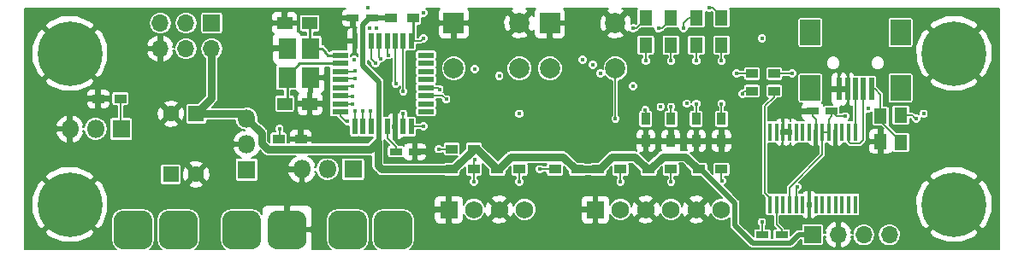
<source format=gbr>
G04 #@! TF.GenerationSoftware,KiCad,Pcbnew,(5.0.1-3-g963ef8bb5)*
G04 #@! TF.CreationDate,2020-07-12T22:57:35-05:00*
G04 #@! TF.ProjectId,SmartNerfBlaster,536D6172744E657266426C6173746572,v1*
G04 #@! TF.SameCoordinates,Original*
G04 #@! TF.FileFunction,Copper,L1,Top,Signal*
G04 #@! TF.FilePolarity,Positive*
%FSLAX46Y46*%
G04 Gerber Fmt 4.6, Leading zero omitted, Abs format (unit mm)*
G04 Created by KiCad (PCBNEW (5.0.1-3-g963ef8bb5)) date Sunday, July 12, 2020 at 10:57:35 PM*
%MOMM*%
%LPD*%
G01*
G04 APERTURE LIST*
G04 #@! TA.AperFunction,Conductor*
%ADD10C,0.100000*%
G04 #@! TD*
G04 #@! TA.AperFunction,ComponentPad*
%ADD11C,3.810000*%
G04 #@! TD*
G04 #@! TA.AperFunction,ComponentPad*
%ADD12C,6.400000*%
G04 #@! TD*
G04 #@! TA.AperFunction,ComponentPad*
%ADD13C,1.600000*%
G04 #@! TD*
G04 #@! TA.AperFunction,ComponentPad*
%ADD14R,1.600000X1.600000*%
G04 #@! TD*
G04 #@! TA.AperFunction,ComponentPad*
%ADD15C,1.750000*%
G04 #@! TD*
G04 #@! TA.AperFunction,ComponentPad*
%ADD16R,1.750000X1.750000*%
G04 #@! TD*
G04 #@! TA.AperFunction,ComponentPad*
%ADD17R,1.800000X1.800000*%
G04 #@! TD*
G04 #@! TA.AperFunction,ComponentPad*
%ADD18O,1.800000X1.800000*%
G04 #@! TD*
G04 #@! TA.AperFunction,SMDPad,CuDef*
%ADD19R,1.200000X0.750000*%
G04 #@! TD*
G04 #@! TA.AperFunction,SMDPad,CuDef*
%ADD20R,1.500000X1.250000*%
G04 #@! TD*
G04 #@! TA.AperFunction,SMDPad,CuDef*
%ADD21R,1.300000X1.500000*%
G04 #@! TD*
G04 #@! TA.AperFunction,SMDPad,CuDef*
%ADD22R,1.200000X0.900000*%
G04 #@! TD*
G04 #@! TA.AperFunction,SMDPad,CuDef*
%ADD23R,0.900000X1.200000*%
G04 #@! TD*
G04 #@! TA.AperFunction,ComponentPad*
%ADD24C,2.000000*%
G04 #@! TD*
G04 #@! TA.AperFunction,ComponentPad*
%ADD25R,2.000000X2.000000*%
G04 #@! TD*
G04 #@! TA.AperFunction,SMDPad,CuDef*
%ADD26R,1.600000X0.550000*%
G04 #@! TD*
G04 #@! TA.AperFunction,SMDPad,CuDef*
%ADD27R,0.550000X1.600000*%
G04 #@! TD*
G04 #@! TA.AperFunction,ComponentPad*
%ADD28O,1.700000X1.700000*%
G04 #@! TD*
G04 #@! TA.AperFunction,ComponentPad*
%ADD29R,1.700000X1.700000*%
G04 #@! TD*
G04 #@! TA.AperFunction,SMDPad,CuDef*
%ADD30R,1.250000X1.500000*%
G04 #@! TD*
G04 #@! TA.AperFunction,SMDPad,CuDef*
%ADD31R,2.000000X2.500000*%
G04 #@! TD*
G04 #@! TA.AperFunction,SMDPad,CuDef*
%ADD32R,0.500000X2.300000*%
G04 #@! TD*
G04 #@! TA.AperFunction,SMDPad,CuDef*
%ADD33R,1.800000X2.100000*%
G04 #@! TD*
G04 #@! TA.AperFunction,SMDPad,CuDef*
%ADD34R,0.450000X1.750000*%
G04 #@! TD*
G04 #@! TA.AperFunction,ViaPad*
%ADD35C,0.450000*%
G04 #@! TD*
G04 #@! TA.AperFunction,Conductor*
%ADD36C,0.250000*%
G04 #@! TD*
G04 #@! TA.AperFunction,Conductor*
%ADD37C,0.127000*%
G04 #@! TD*
G04 #@! TA.AperFunction,Conductor*
%ADD38C,0.762000*%
G04 #@! TD*
G04 #@! TA.AperFunction,Conductor*
%ADD39C,0.508000*%
G04 #@! TD*
G04 APERTURE END LIST*
D10*
G04 #@! TO.N,/Pusher_Power*
G04 #@! TO.C,J4*
G36*
X153045861Y-90599587D02*
X153138324Y-90613302D01*
X153228996Y-90636014D01*
X153317006Y-90667505D01*
X153401505Y-90707470D01*
X153481681Y-90755525D01*
X153556760Y-90811208D01*
X153626019Y-90873981D01*
X153688792Y-90943240D01*
X153744475Y-91018319D01*
X153792530Y-91098495D01*
X153832495Y-91182994D01*
X153863986Y-91271004D01*
X153886698Y-91361676D01*
X153900413Y-91454139D01*
X153905000Y-91547500D01*
X153905000Y-93452500D01*
X153900413Y-93545861D01*
X153886698Y-93638324D01*
X153863986Y-93728996D01*
X153832495Y-93817006D01*
X153792530Y-93901505D01*
X153744475Y-93981681D01*
X153688792Y-94056760D01*
X153626019Y-94126019D01*
X153556760Y-94188792D01*
X153481681Y-94244475D01*
X153401505Y-94292530D01*
X153317006Y-94332495D01*
X153228996Y-94363986D01*
X153138324Y-94386698D01*
X153045861Y-94400413D01*
X152952500Y-94405000D01*
X151047500Y-94405000D01*
X150954139Y-94400413D01*
X150861676Y-94386698D01*
X150771004Y-94363986D01*
X150682994Y-94332495D01*
X150598495Y-94292530D01*
X150518319Y-94244475D01*
X150443240Y-94188792D01*
X150373981Y-94126019D01*
X150311208Y-94056760D01*
X150255525Y-93981681D01*
X150207470Y-93901505D01*
X150167505Y-93817006D01*
X150136014Y-93728996D01*
X150113302Y-93638324D01*
X150099587Y-93545861D01*
X150095000Y-93452500D01*
X150095000Y-91547500D01*
X150099587Y-91454139D01*
X150113302Y-91361676D01*
X150136014Y-91271004D01*
X150167505Y-91182994D01*
X150207470Y-91098495D01*
X150255525Y-91018319D01*
X150311208Y-90943240D01*
X150373981Y-90873981D01*
X150443240Y-90811208D01*
X150518319Y-90755525D01*
X150598495Y-90707470D01*
X150682994Y-90667505D01*
X150771004Y-90636014D01*
X150861676Y-90613302D01*
X150954139Y-90599587D01*
X151047500Y-90595000D01*
X152952500Y-90595000D01*
X153045861Y-90599587D01*
X153045861Y-90599587D01*
G37*
D11*
G04 #@! TD*
G04 #@! TO.P,J4,2*
G04 #@! TO.N,/Pusher_Power*
X152000000Y-92500000D03*
D10*
G04 #@! TO.N,+BATT*
G04 #@! TO.C,J4*
G36*
X148545861Y-90599587D02*
X148638324Y-90613302D01*
X148728996Y-90636014D01*
X148817006Y-90667505D01*
X148901505Y-90707470D01*
X148981681Y-90755525D01*
X149056760Y-90811208D01*
X149126019Y-90873981D01*
X149188792Y-90943240D01*
X149244475Y-91018319D01*
X149292530Y-91098495D01*
X149332495Y-91182994D01*
X149363986Y-91271004D01*
X149386698Y-91361676D01*
X149400413Y-91454139D01*
X149405000Y-91547500D01*
X149405000Y-93452500D01*
X149400413Y-93545861D01*
X149386698Y-93638324D01*
X149363986Y-93728996D01*
X149332495Y-93817006D01*
X149292530Y-93901505D01*
X149244475Y-93981681D01*
X149188792Y-94056760D01*
X149126019Y-94126019D01*
X149056760Y-94188792D01*
X148981681Y-94244475D01*
X148901505Y-94292530D01*
X148817006Y-94332495D01*
X148728996Y-94363986D01*
X148638324Y-94386698D01*
X148545861Y-94400413D01*
X148452500Y-94405000D01*
X146547500Y-94405000D01*
X146454139Y-94400413D01*
X146361676Y-94386698D01*
X146271004Y-94363986D01*
X146182994Y-94332495D01*
X146098495Y-94292530D01*
X146018319Y-94244475D01*
X145943240Y-94188792D01*
X145873981Y-94126019D01*
X145811208Y-94056760D01*
X145755525Y-93981681D01*
X145707470Y-93901505D01*
X145667505Y-93817006D01*
X145636014Y-93728996D01*
X145613302Y-93638324D01*
X145599587Y-93545861D01*
X145595000Y-93452500D01*
X145595000Y-91547500D01*
X145599587Y-91454139D01*
X145613302Y-91361676D01*
X145636014Y-91271004D01*
X145667505Y-91182994D01*
X145707470Y-91098495D01*
X145755525Y-91018319D01*
X145811208Y-90943240D01*
X145873981Y-90873981D01*
X145943240Y-90811208D01*
X146018319Y-90755525D01*
X146098495Y-90707470D01*
X146182994Y-90667505D01*
X146271004Y-90636014D01*
X146361676Y-90613302D01*
X146454139Y-90599587D01*
X146547500Y-90595000D01*
X148452500Y-90595000D01*
X148545861Y-90599587D01*
X148545861Y-90599587D01*
G37*
D11*
G04 #@! TD*
G04 #@! TO.P,J4,1*
G04 #@! TO.N,+BATT*
X147500000Y-92500000D03*
D10*
G04 #@! TO.N,GND*
G04 #@! TO.C,J1*
G36*
X142545861Y-90599587D02*
X142638324Y-90613302D01*
X142728996Y-90636014D01*
X142817006Y-90667505D01*
X142901505Y-90707470D01*
X142981681Y-90755525D01*
X143056760Y-90811208D01*
X143126019Y-90873981D01*
X143188792Y-90943240D01*
X143244475Y-91018319D01*
X143292530Y-91098495D01*
X143332495Y-91182994D01*
X143363986Y-91271004D01*
X143386698Y-91361676D01*
X143400413Y-91454139D01*
X143405000Y-91547500D01*
X143405000Y-93452500D01*
X143400413Y-93545861D01*
X143386698Y-93638324D01*
X143363986Y-93728996D01*
X143332495Y-93817006D01*
X143292530Y-93901505D01*
X143244475Y-93981681D01*
X143188792Y-94056760D01*
X143126019Y-94126019D01*
X143056760Y-94188792D01*
X142981681Y-94244475D01*
X142901505Y-94292530D01*
X142817006Y-94332495D01*
X142728996Y-94363986D01*
X142638324Y-94386698D01*
X142545861Y-94400413D01*
X142452500Y-94405000D01*
X140547500Y-94405000D01*
X140454139Y-94400413D01*
X140361676Y-94386698D01*
X140271004Y-94363986D01*
X140182994Y-94332495D01*
X140098495Y-94292530D01*
X140018319Y-94244475D01*
X139943240Y-94188792D01*
X139873981Y-94126019D01*
X139811208Y-94056760D01*
X139755525Y-93981681D01*
X139707470Y-93901505D01*
X139667505Y-93817006D01*
X139636014Y-93728996D01*
X139613302Y-93638324D01*
X139599587Y-93545861D01*
X139595000Y-93452500D01*
X139595000Y-91547500D01*
X139599587Y-91454139D01*
X139613302Y-91361676D01*
X139636014Y-91271004D01*
X139667505Y-91182994D01*
X139707470Y-91098495D01*
X139755525Y-91018319D01*
X139811208Y-90943240D01*
X139873981Y-90873981D01*
X139943240Y-90811208D01*
X140018319Y-90755525D01*
X140098495Y-90707470D01*
X140182994Y-90667505D01*
X140271004Y-90636014D01*
X140361676Y-90613302D01*
X140454139Y-90599587D01*
X140547500Y-90595000D01*
X142452500Y-90595000D01*
X142545861Y-90599587D01*
X142545861Y-90599587D01*
G37*
D11*
G04 #@! TD*
G04 #@! TO.P,J1,2*
G04 #@! TO.N,GND*
X141500000Y-92500000D03*
D10*
G04 #@! TO.N,+BATT*
G04 #@! TO.C,J1*
G36*
X138045861Y-90599587D02*
X138138324Y-90613302D01*
X138228996Y-90636014D01*
X138317006Y-90667505D01*
X138401505Y-90707470D01*
X138481681Y-90755525D01*
X138556760Y-90811208D01*
X138626019Y-90873981D01*
X138688792Y-90943240D01*
X138744475Y-91018319D01*
X138792530Y-91098495D01*
X138832495Y-91182994D01*
X138863986Y-91271004D01*
X138886698Y-91361676D01*
X138900413Y-91454139D01*
X138905000Y-91547500D01*
X138905000Y-93452500D01*
X138900413Y-93545861D01*
X138886698Y-93638324D01*
X138863986Y-93728996D01*
X138832495Y-93817006D01*
X138792530Y-93901505D01*
X138744475Y-93981681D01*
X138688792Y-94056760D01*
X138626019Y-94126019D01*
X138556760Y-94188792D01*
X138481681Y-94244475D01*
X138401505Y-94292530D01*
X138317006Y-94332495D01*
X138228996Y-94363986D01*
X138138324Y-94386698D01*
X138045861Y-94400413D01*
X137952500Y-94405000D01*
X136047500Y-94405000D01*
X135954139Y-94400413D01*
X135861676Y-94386698D01*
X135771004Y-94363986D01*
X135682994Y-94332495D01*
X135598495Y-94292530D01*
X135518319Y-94244475D01*
X135443240Y-94188792D01*
X135373981Y-94126019D01*
X135311208Y-94056760D01*
X135255525Y-93981681D01*
X135207470Y-93901505D01*
X135167505Y-93817006D01*
X135136014Y-93728996D01*
X135113302Y-93638324D01*
X135099587Y-93545861D01*
X135095000Y-93452500D01*
X135095000Y-91547500D01*
X135099587Y-91454139D01*
X135113302Y-91361676D01*
X135136014Y-91271004D01*
X135167505Y-91182994D01*
X135207470Y-91098495D01*
X135255525Y-91018319D01*
X135311208Y-90943240D01*
X135373981Y-90873981D01*
X135443240Y-90811208D01*
X135518319Y-90755525D01*
X135598495Y-90707470D01*
X135682994Y-90667505D01*
X135771004Y-90636014D01*
X135861676Y-90613302D01*
X135954139Y-90599587D01*
X136047500Y-90595000D01*
X137952500Y-90595000D01*
X138045861Y-90599587D01*
X138045861Y-90599587D01*
G37*
D11*
G04 #@! TD*
G04 #@! TO.P,J1,1*
G04 #@! TO.N,+BATT*
X137000000Y-92500000D03*
D10*
G04 #@! TO.N,/Flywheel_Power*
G04 #@! TO.C,J5*
G36*
X131795861Y-90599587D02*
X131888324Y-90613302D01*
X131978996Y-90636014D01*
X132067006Y-90667505D01*
X132151505Y-90707470D01*
X132231681Y-90755525D01*
X132306760Y-90811208D01*
X132376019Y-90873981D01*
X132438792Y-90943240D01*
X132494475Y-91018319D01*
X132542530Y-91098495D01*
X132582495Y-91182994D01*
X132613986Y-91271004D01*
X132636698Y-91361676D01*
X132650413Y-91454139D01*
X132655000Y-91547500D01*
X132655000Y-93452500D01*
X132650413Y-93545861D01*
X132636698Y-93638324D01*
X132613986Y-93728996D01*
X132582495Y-93817006D01*
X132542530Y-93901505D01*
X132494475Y-93981681D01*
X132438792Y-94056760D01*
X132376019Y-94126019D01*
X132306760Y-94188792D01*
X132231681Y-94244475D01*
X132151505Y-94292530D01*
X132067006Y-94332495D01*
X131978996Y-94363986D01*
X131888324Y-94386698D01*
X131795861Y-94400413D01*
X131702500Y-94405000D01*
X129797500Y-94405000D01*
X129704139Y-94400413D01*
X129611676Y-94386698D01*
X129521004Y-94363986D01*
X129432994Y-94332495D01*
X129348495Y-94292530D01*
X129268319Y-94244475D01*
X129193240Y-94188792D01*
X129123981Y-94126019D01*
X129061208Y-94056760D01*
X129005525Y-93981681D01*
X128957470Y-93901505D01*
X128917505Y-93817006D01*
X128886014Y-93728996D01*
X128863302Y-93638324D01*
X128849587Y-93545861D01*
X128845000Y-93452500D01*
X128845000Y-91547500D01*
X128849587Y-91454139D01*
X128863302Y-91361676D01*
X128886014Y-91271004D01*
X128917505Y-91182994D01*
X128957470Y-91098495D01*
X129005525Y-91018319D01*
X129061208Y-90943240D01*
X129123981Y-90873981D01*
X129193240Y-90811208D01*
X129268319Y-90755525D01*
X129348495Y-90707470D01*
X129432994Y-90667505D01*
X129521004Y-90636014D01*
X129611676Y-90613302D01*
X129704139Y-90599587D01*
X129797500Y-90595000D01*
X131702500Y-90595000D01*
X131795861Y-90599587D01*
X131795861Y-90599587D01*
G37*
D11*
G04 #@! TD*
G04 #@! TO.P,J5,2*
G04 #@! TO.N,/Flywheel_Power*
X130750000Y-92500000D03*
D10*
G04 #@! TO.N,+BATT*
G04 #@! TO.C,J5*
G36*
X127295861Y-90599587D02*
X127388324Y-90613302D01*
X127478996Y-90636014D01*
X127567006Y-90667505D01*
X127651505Y-90707470D01*
X127731681Y-90755525D01*
X127806760Y-90811208D01*
X127876019Y-90873981D01*
X127938792Y-90943240D01*
X127994475Y-91018319D01*
X128042530Y-91098495D01*
X128082495Y-91182994D01*
X128113986Y-91271004D01*
X128136698Y-91361676D01*
X128150413Y-91454139D01*
X128155000Y-91547500D01*
X128155000Y-93452500D01*
X128150413Y-93545861D01*
X128136698Y-93638324D01*
X128113986Y-93728996D01*
X128082495Y-93817006D01*
X128042530Y-93901505D01*
X127994475Y-93981681D01*
X127938792Y-94056760D01*
X127876019Y-94126019D01*
X127806760Y-94188792D01*
X127731681Y-94244475D01*
X127651505Y-94292530D01*
X127567006Y-94332495D01*
X127478996Y-94363986D01*
X127388324Y-94386698D01*
X127295861Y-94400413D01*
X127202500Y-94405000D01*
X125297500Y-94405000D01*
X125204139Y-94400413D01*
X125111676Y-94386698D01*
X125021004Y-94363986D01*
X124932994Y-94332495D01*
X124848495Y-94292530D01*
X124768319Y-94244475D01*
X124693240Y-94188792D01*
X124623981Y-94126019D01*
X124561208Y-94056760D01*
X124505525Y-93981681D01*
X124457470Y-93901505D01*
X124417505Y-93817006D01*
X124386014Y-93728996D01*
X124363302Y-93638324D01*
X124349587Y-93545861D01*
X124345000Y-93452500D01*
X124345000Y-91547500D01*
X124349587Y-91454139D01*
X124363302Y-91361676D01*
X124386014Y-91271004D01*
X124417505Y-91182994D01*
X124457470Y-91098495D01*
X124505525Y-91018319D01*
X124561208Y-90943240D01*
X124623981Y-90873981D01*
X124693240Y-90811208D01*
X124768319Y-90755525D01*
X124848495Y-90707470D01*
X124932994Y-90667505D01*
X125021004Y-90636014D01*
X125111676Y-90613302D01*
X125204139Y-90599587D01*
X125297500Y-90595000D01*
X127202500Y-90595000D01*
X127295861Y-90599587D01*
X127295861Y-90599587D01*
G37*
D11*
G04 #@! TD*
G04 #@! TO.P,J5,1*
G04 #@! TO.N,+BATT*
X126250000Y-92500000D03*
D12*
G04 #@! TO.P,H1,1*
G04 #@! TO.N,GND*
X120000000Y-75000000D03*
G04 #@! TD*
D13*
G04 #@! TO.P,C1,2*
G04 #@! TO.N,GND*
X132500000Y-87000000D03*
D14*
G04 #@! TO.P,C1,1*
G04 #@! TO.N,+BATT*
X130000000Y-87000000D03*
G04 #@! TD*
G04 #@! TO.P,C2,1*
G04 #@! TO.N,+5V*
X132500000Y-81000000D03*
D13*
G04 #@! TO.P,C2,2*
G04 #@! TO.N,GND*
X130000000Y-81000000D03*
G04 #@! TD*
D15*
G04 #@! TO.P,J2,6*
G04 #@! TO.N,/Pusher_Reset*
X184500000Y-90500000D03*
G04 #@! TO.P,J2,5*
G04 #@! TO.N,GND*
X182000000Y-90500000D03*
G04 #@! TO.P,J2,4*
G04 #@! TO.N,/Flywheel_Button*
X179500000Y-90500000D03*
G04 #@! TO.P,J2,3*
G04 #@! TO.N,GND*
X177000000Y-90500000D03*
G04 #@! TO.P,J2,2*
G04 #@! TO.N,/Trigger*
X174500000Y-90500000D03*
D16*
G04 #@! TO.P,J2,1*
G04 #@! TO.N,GND*
X172000000Y-90500000D03*
G04 #@! TD*
D15*
G04 #@! TO.P,J3,4*
G04 #@! TO.N,/Magazine*
X165000000Y-90500000D03*
G04 #@! TO.P,J3,3*
G04 #@! TO.N,GND*
X162500000Y-90500000D03*
G04 #@! TO.P,J3,2*
G04 #@! TO.N,/Door*
X160000000Y-90500000D03*
D16*
G04 #@! TO.P,J3,1*
G04 #@! TO.N,GND*
X157500000Y-90500000D03*
G04 #@! TD*
D17*
G04 #@! TO.P,Q1,1*
G04 #@! TO.N,/Pusher*
X148040000Y-86500000D03*
D18*
G04 #@! TO.P,Q1,2*
G04 #@! TO.N,/Pusher_Power*
X145500000Y-86500000D03*
G04 #@! TO.P,Q1,3*
G04 #@! TO.N,GND*
X142960000Y-86500000D03*
G04 #@! TD*
G04 #@! TO.P,Q2,3*
G04 #@! TO.N,GND*
X120000000Y-82500000D03*
G04 #@! TO.P,Q2,2*
G04 #@! TO.N,/Flywheel_Power*
X122540000Y-82500000D03*
D17*
G04 #@! TO.P,Q2,1*
G04 #@! TO.N,/Flywheel*
X125080000Y-82500000D03*
G04 #@! TD*
D18*
G04 #@! TO.P,U1,3*
G04 #@! TO.N,+5V*
X137500000Y-81460000D03*
G04 #@! TO.P,U1,2*
G04 #@! TO.N,GND*
X137500000Y-84000000D03*
D17*
G04 #@! TO.P,U1,1*
G04 #@! TO.N,+BATT*
X137500000Y-86540000D03*
G04 #@! TD*
D19*
G04 #@! TO.P,C3,2*
G04 #@! TO.N,GND*
X154150000Y-84750000D03*
G04 #@! TO.P,C3,1*
G04 #@! TO.N,Net-(C3-Pad1)*
X152250000Y-84750000D03*
G04 #@! TD*
G04 #@! TO.P,C4,1*
G04 #@! TO.N,+5V*
X149900000Y-71500000D03*
G04 #@! TO.P,C4,2*
G04 #@! TO.N,GND*
X148000000Y-71500000D03*
G04 #@! TD*
D20*
G04 #@! TO.P,C5,1*
G04 #@! TO.N,Net-(C5-Pad1)*
X143750000Y-72000000D03*
G04 #@! TO.P,C5,2*
G04 #@! TO.N,GND*
X141250000Y-72000000D03*
G04 #@! TD*
G04 #@! TO.P,C6,2*
G04 #@! TO.N,GND*
X143750000Y-80000000D03*
G04 #@! TO.P,C6,1*
G04 #@! TO.N,Net-(C6-Pad1)*
X141250000Y-80000000D03*
G04 #@! TD*
D21*
G04 #@! TO.P,D1,2*
G04 #@! TO.N,/LED1*
X182000000Y-71500000D03*
G04 #@! TO.P,D1,1*
G04 #@! TO.N,Net-(D1-Pad1)*
X182000000Y-74200000D03*
G04 #@! TD*
G04 #@! TO.P,D2,1*
G04 #@! TO.N,Net-(D2-Pad1)*
X179500000Y-74200000D03*
G04 #@! TO.P,D2,2*
G04 #@! TO.N,/LED2*
X179500000Y-71500000D03*
G04 #@! TD*
G04 #@! TO.P,D3,2*
G04 #@! TO.N,/LED3*
X177000000Y-71500000D03*
G04 #@! TO.P,D3,1*
G04 #@! TO.N,Net-(D3-Pad1)*
X177000000Y-74200000D03*
G04 #@! TD*
D22*
G04 #@! TO.P,R1,2*
G04 #@! TO.N,GND*
X142850000Y-83500000D03*
G04 #@! TO.P,R1,1*
G04 #@! TO.N,/Pusher*
X140650000Y-83500000D03*
G04 #@! TD*
G04 #@! TO.P,R2,1*
G04 #@! TO.N,/Flywheel*
X125000000Y-79500000D03*
G04 #@! TO.P,R2,2*
G04 #@! TO.N,GND*
X122800000Y-79500000D03*
G04 #@! TD*
G04 #@! TO.P,R3,2*
G04 #@! TO.N,/Reset*
X154000000Y-71500000D03*
G04 #@! TO.P,R3,1*
G04 #@! TO.N,+5V*
X151800000Y-71500000D03*
G04 #@! TD*
G04 #@! TO.P,R4,1*
G04 #@! TO.N,+5V*
X172300000Y-86500000D03*
G04 #@! TO.P,R4,2*
G04 #@! TO.N,/Trigger*
X174500000Y-86500000D03*
G04 #@! TD*
G04 #@! TO.P,R5,2*
G04 #@! TO.N,/Flywheel_Button*
X179500000Y-86500000D03*
G04 #@! TO.P,R5,1*
G04 #@! TO.N,+5V*
X177300000Y-86500000D03*
G04 #@! TD*
G04 #@! TO.P,R6,1*
G04 #@! TO.N,+5V*
X182300000Y-86500000D03*
G04 #@! TO.P,R6,2*
G04 #@! TO.N,/Pusher_Reset*
X184500000Y-86500000D03*
G04 #@! TD*
G04 #@! TO.P,R7,2*
G04 #@! TO.N,/Door*
X160000000Y-86500000D03*
G04 #@! TO.P,R7,1*
G04 #@! TO.N,+5V*
X157800000Y-86500000D03*
G04 #@! TD*
G04 #@! TO.P,R8,1*
G04 #@! TO.N,+5V*
X162300000Y-86500000D03*
G04 #@! TO.P,R8,2*
G04 #@! TO.N,/Magazine*
X164500000Y-86500000D03*
G04 #@! TD*
D23*
G04 #@! TO.P,R9,2*
G04 #@! TO.N,GND*
X182000000Y-83700000D03*
G04 #@! TO.P,R9,1*
G04 #@! TO.N,Net-(D1-Pad1)*
X182000000Y-81500000D03*
G04 #@! TD*
G04 #@! TO.P,R10,1*
G04 #@! TO.N,Net-(D2-Pad1)*
X179500000Y-81500000D03*
G04 #@! TO.P,R10,2*
G04 #@! TO.N,GND*
X179500000Y-83700000D03*
G04 #@! TD*
G04 #@! TO.P,R11,2*
G04 #@! TO.N,GND*
X177000000Y-83700000D03*
G04 #@! TO.P,R11,1*
G04 #@! TO.N,Net-(D3-Pad1)*
X177000000Y-81500000D03*
G04 #@! TD*
D22*
G04 #@! TO.P,R12,1*
G04 #@! TO.N,+5V*
X160000000Y-84500000D03*
G04 #@! TO.P,R12,2*
G04 #@! TO.N,Net-(R12-Pad2)*
X157800000Y-84500000D03*
G04 #@! TD*
G04 #@! TO.P,R13,2*
G04 #@! TO.N,Net-(R13-Pad2)*
X168000000Y-86500000D03*
G04 #@! TO.P,R13,1*
G04 #@! TO.N,+5V*
X170200000Y-86500000D03*
G04 #@! TD*
D24*
G04 #@! TO.P,SW1,4*
G04 #@! TO.N,/Fire_Select*
X164500000Y-76500000D03*
G04 #@! TO.P,SW1,3*
G04 #@! TO.N,Net-(R12-Pad2)*
X158000000Y-76500000D03*
G04 #@! TO.P,SW1,2*
G04 #@! TO.N,GND*
X164500000Y-72000000D03*
D25*
G04 #@! TO.P,SW1,1*
X158000000Y-72000000D03*
G04 #@! TD*
G04 #@! TO.P,SW2,1*
G04 #@! TO.N,GND*
X167500000Y-72000000D03*
D24*
G04 #@! TO.P,SW2,2*
X174000000Y-72000000D03*
G04 #@! TO.P,SW2,3*
G04 #@! TO.N,Net-(R13-Pad2)*
X167500000Y-76500000D03*
G04 #@! TO.P,SW2,4*
G04 #@! TO.N,/Safety_Select*
X174000000Y-76500000D03*
G04 #@! TD*
D26*
G04 #@! TO.P,U2,32*
G04 #@! TO.N,N/C*
X155250000Y-75200000D03*
G04 #@! TO.P,U2,31*
X155250000Y-76000000D03*
G04 #@! TO.P,U2,30*
X155250000Y-76800000D03*
G04 #@! TO.P,U2,29*
X155250000Y-77600000D03*
G04 #@! TO.P,U2,28*
G04 #@! TO.N,/SCL*
X155250000Y-78400000D03*
G04 #@! TO.P,U2,27*
G04 #@! TO.N,/SDA*
X155250000Y-79200000D03*
G04 #@! TO.P,U2,26*
G04 #@! TO.N,Net-(U2-Pad26)*
X155250000Y-80000000D03*
G04 #@! TO.P,U2,25*
G04 #@! TO.N,Net-(U2-Pad25)*
X155250000Y-80800000D03*
D27*
G04 #@! TO.P,U2,24*
G04 #@! TO.N,/Safety_Select*
X153800000Y-82250000D03*
G04 #@! TO.P,U2,23*
G04 #@! TO.N,/Fire_Select*
X153000000Y-82250000D03*
G04 #@! TO.P,U2,22*
G04 #@! TO.N,GND*
X152200000Y-82250000D03*
G04 #@! TO.P,U2,21*
G04 #@! TO.N,Net-(C3-Pad1)*
X151400000Y-82250000D03*
G04 #@! TO.P,U2,20*
G04 #@! TO.N,+5V*
X150600000Y-82250000D03*
G04 #@! TO.P,U2,19*
G04 #@! TO.N,Net-(J6-Pad3)*
X149800000Y-82250000D03*
G04 #@! TO.P,U2,18*
G04 #@! TO.N,/LED4*
X149000000Y-82250000D03*
G04 #@! TO.P,U2,17*
G04 #@! TO.N,/Flywheel*
X148200000Y-82250000D03*
D26*
G04 #@! TO.P,U2,16*
G04 #@! TO.N,/Pusher*
X146750000Y-80800000D03*
G04 #@! TO.P,U2,15*
G04 #@! TO.N,/LED2*
X146750000Y-80000000D03*
G04 #@! TO.P,U2,14*
G04 #@! TO.N,/LED1*
X146750000Y-79200000D03*
G04 #@! TO.P,U2,13*
G04 #@! TO.N,/LED3*
X146750000Y-78400000D03*
G04 #@! TO.P,U2,12*
G04 #@! TO.N,/Magazine*
X146750000Y-77600000D03*
G04 #@! TO.P,U2,11*
G04 #@! TO.N,/Door*
X146750000Y-76800000D03*
G04 #@! TO.P,U2,10*
G04 #@! TO.N,Net-(C6-Pad1)*
X146750000Y-76000000D03*
G04 #@! TO.P,U2,9*
G04 #@! TO.N,Net-(C5-Pad1)*
X146750000Y-75200000D03*
D27*
G04 #@! TO.P,U2,8*
G04 #@! TO.N,GND*
X148200000Y-73750000D03*
G04 #@! TO.P,U2,7*
G04 #@! TO.N,+5V*
X149000000Y-73750000D03*
G04 #@! TO.P,U2,6*
G04 #@! TO.N,/Pusher_Reset*
X149800000Y-73750000D03*
G04 #@! TO.P,U2,5*
G04 #@! TO.N,/Flywheel_Button*
X150600000Y-73750000D03*
G04 #@! TO.P,U2,4*
G04 #@! TO.N,/Trigger*
X151400000Y-73750000D03*
G04 #@! TO.P,U2,3*
G04 #@! TO.N,/TX*
X152200000Y-73750000D03*
G04 #@! TO.P,U2,2*
G04 #@! TO.N,/RX*
X153000000Y-73750000D03*
G04 #@! TO.P,U2,1*
G04 #@! TO.N,/Reset*
X153800000Y-73750000D03*
G04 #@! TD*
D28*
G04 #@! TO.P,J6,6*
G04 #@! TO.N,GND*
X128960000Y-74540000D03*
G04 #@! TO.P,J6,5*
G04 #@! TO.N,/Reset*
X128960000Y-72000000D03*
G04 #@! TO.P,J6,4*
G04 #@! TO.N,/Flywheel*
X131500000Y-74540000D03*
G04 #@! TO.P,J6,3*
G04 #@! TO.N,Net-(J6-Pad3)*
X131500000Y-72000000D03*
G04 #@! TO.P,J6,2*
G04 #@! TO.N,+5V*
X134040000Y-74540000D03*
D29*
G04 #@! TO.P,J6,1*
G04 #@! TO.N,/LED4*
X134040000Y-72000000D03*
G04 #@! TD*
D30*
G04 #@! TO.P,C7,2*
G04 #@! TO.N,GND*
X200250000Y-83750000D03*
G04 #@! TO.P,C7,1*
G04 #@! TO.N,Net-(C7-Pad1)*
X200250000Y-81250000D03*
G04 #@! TD*
D19*
G04 #@! TO.P,C8,2*
G04 #@! TO.N,GND*
X193500000Y-80750000D03*
G04 #@! TO.P,C8,1*
G04 #@! TO.N,Net-(C8-Pad1)*
X195400000Y-80750000D03*
G04 #@! TD*
G04 #@! TO.P,C9,1*
G04 #@! TO.N,/Reset*
X188550000Y-93000000D03*
G04 #@! TO.P,C9,2*
G04 #@! TO.N,Net-(C9-Pad2)*
X190450000Y-93000000D03*
G04 #@! TD*
D21*
G04 #@! TO.P,D4,2*
G04 #@! TO.N,/LED4*
X184500000Y-71500000D03*
G04 #@! TO.P,D4,1*
G04 #@! TO.N,Net-(D4-Pad1)*
X184500000Y-74200000D03*
G04 #@! TD*
G04 #@! TO.P,FB1,2*
G04 #@! TO.N,Net-(C7-Pad1)*
X202250000Y-83850000D03*
G04 #@! TO.P,FB1,1*
G04 #@! TO.N,Net-(C8-Pad1)*
X202250000Y-81150000D03*
G04 #@! TD*
D12*
G04 #@! TO.P,H2,1*
G04 #@! TO.N,GND*
X207500000Y-75000000D03*
G04 #@! TD*
G04 #@! TO.P,H3,1*
G04 #@! TO.N,GND*
X120000000Y-90000000D03*
G04 #@! TD*
G04 #@! TO.P,H4,1*
G04 #@! TO.N,GND*
X207500000Y-90000000D03*
G04 #@! TD*
D31*
G04 #@! TO.P,J7,6*
G04 #@! TO.N,N/C*
X193300000Y-72950000D03*
X193300000Y-78450000D03*
X202200000Y-72950000D03*
X202200000Y-78450000D03*
D32*
G04 #@! TO.P,J7,5*
G04 #@! TO.N,GND*
X196150000Y-78550000D03*
G04 #@! TO.P,J7,4*
X196950000Y-78550000D03*
G04 #@! TO.P,J7,3*
G04 #@! TO.N,Net-(J7-Pad3)*
X197750000Y-78550000D03*
G04 #@! TO.P,J7,2*
G04 #@! TO.N,Net-(J7-Pad2)*
X198550000Y-78550000D03*
G04 #@! TO.P,J7,1*
G04 #@! TO.N,Net-(C7-Pad1)*
X199350000Y-78550000D03*
G04 #@! TD*
D22*
G04 #@! TO.P,R14,2*
G04 #@! TO.N,Net-(R14-Pad2)*
X189700000Y-78750000D03*
G04 #@! TO.P,R14,1*
G04 #@! TO.N,/RX*
X187500000Y-78750000D03*
G04 #@! TD*
G04 #@! TO.P,R15,1*
G04 #@! TO.N,/TX*
X187500000Y-77000000D03*
G04 #@! TO.P,R15,2*
G04 #@! TO.N,Net-(R15-Pad2)*
X189700000Y-77000000D03*
G04 #@! TD*
D23*
G04 #@! TO.P,R16,2*
G04 #@! TO.N,GND*
X184500000Y-83700000D03*
G04 #@! TO.P,R16,1*
G04 #@! TO.N,Net-(D4-Pad1)*
X184500000Y-81500000D03*
G04 #@! TD*
D33*
G04 #@! TO.P,Y1,4*
G04 #@! TO.N,Net-(C6-Pad1)*
X141500000Y-77400000D03*
G04 #@! TO.P,Y1,3*
G04 #@! TO.N,GND*
X141500000Y-74500000D03*
G04 #@! TO.P,Y1,2*
G04 #@! TO.N,Net-(C5-Pad1)*
X143800000Y-74500000D03*
G04 #@! TO.P,Y1,1*
G04 #@! TO.N,GND*
X143800000Y-77400000D03*
G04 #@! TD*
D34*
G04 #@! TO.P,U3,28*
G04 #@! TO.N,Net-(U3-Pad28)*
X189275000Y-82800000D03*
G04 #@! TO.P,U3,27*
G04 #@! TO.N,Net-(U3-Pad27)*
X189925000Y-82800000D03*
G04 #@! TO.P,U3,26*
G04 #@! TO.N,GND*
X190575000Y-82800000D03*
G04 #@! TO.P,U3,25*
X191225000Y-82800000D03*
G04 #@! TO.P,U3,24*
G04 #@! TO.N,N/C*
X191875000Y-82800000D03*
G04 #@! TO.P,U3,23*
G04 #@! TO.N,Net-(U3-Pad23)*
X192525000Y-82800000D03*
G04 #@! TO.P,U3,22*
G04 #@! TO.N,Net-(U3-Pad22)*
X193175000Y-82800000D03*
G04 #@! TO.P,U3,21*
G04 #@! TO.N,GND*
X193825000Y-82800000D03*
G04 #@! TO.P,U3,20*
G04 #@! TO.N,Net-(C8-Pad1)*
X194475000Y-82800000D03*
G04 #@! TO.P,U3,19*
X195125000Y-82800000D03*
G04 #@! TO.P,U3,18*
G04 #@! TO.N,GND*
X195775000Y-82800000D03*
G04 #@! TO.P,U3,17*
G04 #@! TO.N,Net-(U3-Pad17)*
X196425000Y-82800000D03*
G04 #@! TO.P,U3,16*
G04 #@! TO.N,Net-(J7-Pad2)*
X197075000Y-82800000D03*
G04 #@! TO.P,U3,15*
G04 #@! TO.N,Net-(J7-Pad3)*
X197725000Y-82800000D03*
G04 #@! TO.P,U3,14*
G04 #@! TO.N,Net-(U3-Pad14)*
X197725000Y-90000000D03*
G04 #@! TO.P,U3,13*
G04 #@! TO.N,Net-(U3-Pad13)*
X197075000Y-90000000D03*
G04 #@! TO.P,U3,12*
G04 #@! TO.N,Net-(U3-Pad12)*
X196425000Y-90000000D03*
G04 #@! TO.P,U3,11*
G04 #@! TO.N,Net-(U3-Pad11)*
X195775000Y-90000000D03*
G04 #@! TO.P,U3,10*
G04 #@! TO.N,Net-(U3-Pad10)*
X195125000Y-90000000D03*
G04 #@! TO.P,U3,9*
G04 #@! TO.N,Net-(U3-Pad9)*
X194475000Y-90000000D03*
G04 #@! TO.P,U3,8*
G04 #@! TO.N,N/C*
X193825000Y-90000000D03*
G04 #@! TO.P,U3,7*
G04 #@! TO.N,GND*
X193175000Y-90000000D03*
G04 #@! TO.P,U3,6*
G04 #@! TO.N,Net-(U3-Pad6)*
X192525000Y-90000000D03*
G04 #@! TO.P,U3,5*
G04 #@! TO.N,Net-(R15-Pad2)*
X191875000Y-90000000D03*
G04 #@! TO.P,U3,4*
G04 #@! TO.N,Net-(C8-Pad1)*
X191225000Y-90000000D03*
G04 #@! TO.P,U3,3*
G04 #@! TO.N,Net-(U3-Pad3)*
X190575000Y-90000000D03*
G04 #@! TO.P,U3,2*
G04 #@! TO.N,Net-(C9-Pad2)*
X189925000Y-90000000D03*
G04 #@! TO.P,U3,1*
G04 #@! TO.N,Net-(R14-Pad2)*
X189275000Y-90000000D03*
G04 #@! TD*
D28*
G04 #@! TO.P,J8,4*
G04 #@! TO.N,/SDA*
X201120000Y-93000000D03*
G04 #@! TO.P,J8,3*
G04 #@! TO.N,/SCL*
X198580000Y-93000000D03*
G04 #@! TO.P,J8,2*
G04 #@! TO.N,GND*
X196040000Y-93000000D03*
D29*
G04 #@! TO.P,J8,1*
G04 #@! TO.N,+5V*
X193500000Y-93000000D03*
G04 #@! TD*
D35*
G04 #@! TO.N,GND*
X192500000Y-85500000D03*
X196000000Y-86000000D03*
X183000000Y-88500000D03*
X186000000Y-88000000D03*
X166500000Y-84000000D03*
X166000000Y-87500000D03*
X141000000Y-86000000D03*
X145000000Y-83000000D03*
X136000000Y-77500000D03*
X132500000Y-77500000D03*
X131500000Y-89000000D03*
X127500000Y-87000000D03*
X139500000Y-89500000D03*
X144000000Y-88500000D03*
X149000000Y-88500000D03*
X130000000Y-84000000D03*
X197000000Y-80500000D03*
X200500000Y-78000000D03*
X195000000Y-79000000D03*
X192000000Y-81000000D03*
X189500000Y-88500000D03*
X188000000Y-86500000D03*
X201500000Y-85500000D03*
X195500000Y-85000000D03*
G04 #@! TO.N,/Pusher_Reset*
X172500000Y-77000000D03*
X150250000Y-76000000D03*
X184560418Y-87650152D03*
G04 #@! TO.N,/Flywheel_Button*
X179500000Y-87750000D03*
X171750000Y-76119982D03*
X150750000Y-75511490D03*
G04 #@! TO.N,/Trigger*
X174500000Y-87750000D03*
X170750000Y-75631472D03*
X151500000Y-75184479D03*
G04 #@! TO.N,/Magazine*
X164500000Y-87750000D03*
X162500000Y-77250000D03*
X148250000Y-77500000D03*
X164500000Y-86221010D03*
G04 #@! TO.N,/Door*
X160000000Y-87750000D03*
X148250000Y-76750000D03*
X160069936Y-85569936D03*
X160069936Y-76569936D03*
G04 #@! TO.N,/Reset*
X188500000Y-91750000D03*
X155000000Y-73500000D03*
X188500000Y-73500000D03*
X155000000Y-70988510D03*
G04 #@! TO.N,/Flywheel*
X148153501Y-75653501D03*
X148250000Y-80750000D03*
G04 #@! TO.N,Net-(J6-Pad3)*
X149750000Y-80750000D03*
X150329021Y-72525000D03*
G04 #@! TO.N,/Pusher*
X147500000Y-81750000D03*
X140750000Y-82500000D03*
G04 #@! TO.N,/LED1*
X180750000Y-72500000D03*
X148000000Y-79250000D03*
X181066919Y-79988510D03*
G04 #@! TO.N,Net-(D1-Pad1)*
X182000000Y-80000000D03*
X182000000Y-75750000D03*
G04 #@! TO.N,Net-(D2-Pad1)*
X179500000Y-75750000D03*
X179500000Y-80315521D03*
G04 #@! TO.N,/LED2*
X178250000Y-72500000D03*
X148000000Y-80000000D03*
X178476049Y-80315521D03*
G04 #@! TO.N,/LED3*
X175750000Y-72500000D03*
X175750000Y-78250000D03*
X148000000Y-78250000D03*
G04 #@! TO.N,Net-(D3-Pad1)*
X177000000Y-75750000D03*
X176959308Y-80642532D03*
G04 #@! TO.N,Net-(R12-Pad2)*
X156500000Y-84500000D03*
G04 #@! TO.N,Net-(R13-Pad2)*
X166500000Y-86500000D03*
G04 #@! TO.N,/Fire_Select*
X164500000Y-81000000D03*
X153000000Y-81000000D03*
G04 #@! TO.N,/Safety_Select*
X174000000Y-81500000D03*
X155000000Y-82250000D03*
G04 #@! TO.N,Net-(C8-Pad1)*
X196750000Y-81250000D03*
X203750000Y-81488510D03*
G04 #@! TO.N,/LED4*
X149000000Y-80750000D03*
X183250000Y-70500000D03*
X149500000Y-70500000D03*
X149679010Y-72524995D03*
G04 #@! TO.N,Net-(D4-Pad1)*
X184500000Y-80000000D03*
X184500000Y-75750000D03*
G04 #@! TO.N,/SDA*
X157250000Y-79560055D03*
X204500000Y-81000000D03*
G04 #@! TO.N,/SCL*
X199000000Y-80500000D03*
X156575643Y-78561409D03*
G04 #@! TO.N,/RX*
X153005881Y-78763528D03*
X186596845Y-79011490D03*
G04 #@! TO.N,/TX*
X186000000Y-77000000D03*
X152250000Y-77988510D03*
G04 #@! TO.N,Net-(R15-Pad2)*
X192000000Y-88250000D03*
X191500000Y-77000000D03*
G04 #@! TD*
D36*
G04 #@! TO.N,GND*
X190575000Y-80575000D02*
X190575000Y-81000000D01*
X190575000Y-82800000D02*
X190575000Y-81000000D01*
D37*
X193825000Y-81798000D02*
X193825000Y-82800000D01*
X193825000Y-81577000D02*
X193825000Y-81798000D01*
X193500000Y-81252000D02*
X193825000Y-81577000D01*
X193500000Y-80750000D02*
X193500000Y-81252000D01*
X190575000Y-82800000D02*
X190575000Y-84425000D01*
X190575000Y-84425000D02*
X190500000Y-84500000D01*
D38*
G04 #@! TO.N,+5V*
X134040000Y-79460000D02*
X132500000Y-81000000D01*
X134040000Y-74540000D02*
X134040000Y-79460000D01*
X137040000Y-81000000D02*
X137500000Y-81460000D01*
X132500000Y-81000000D02*
X137040000Y-81000000D01*
D39*
X150600000Y-83650000D02*
X150500000Y-83750000D01*
X150600000Y-82250000D02*
X150600000Y-83650000D01*
X149000000Y-76215188D02*
X149000000Y-73750000D01*
X150600000Y-77815188D02*
X149000000Y-76215188D01*
X150600000Y-82250000D02*
X150600000Y-77815188D01*
X149675000Y-71500000D02*
X149000000Y-72175000D01*
X149900000Y-71500000D02*
X149675000Y-71500000D01*
X149000000Y-72175000D02*
X149000000Y-72442000D01*
X149000000Y-72442000D02*
X149000000Y-73750000D01*
X149900000Y-71500000D02*
X151800000Y-71500000D01*
X182450000Y-86500000D02*
X182300000Y-86500000D01*
X185829001Y-92071203D02*
X185829001Y-89879001D01*
X187586799Y-93829001D02*
X185829001Y-92071203D01*
X192142000Y-93000000D02*
X191312999Y-93829001D01*
X193500000Y-93000000D02*
X192142000Y-93000000D01*
X185829001Y-89879001D02*
X182450000Y-86500000D01*
X191312999Y-93829001D02*
X187586799Y-93829001D01*
X177450000Y-86500000D02*
X177300000Y-86500000D01*
D38*
X158000000Y-86500000D02*
X160000000Y-84500000D01*
X157800000Y-86500000D02*
X158000000Y-86500000D01*
X160300000Y-84500000D02*
X162300000Y-86500000D01*
X160000000Y-84500000D02*
X160300000Y-84500000D01*
X150500000Y-86114198D02*
X150500000Y-83750000D01*
X150885802Y-86500000D02*
X150500000Y-86114198D01*
X157800000Y-86500000D02*
X150885802Y-86500000D01*
X163662000Y-85288000D02*
X162450000Y-86500000D01*
X168838000Y-85288000D02*
X163662000Y-85288000D01*
X162450000Y-86500000D02*
X162300000Y-86500000D01*
X170050000Y-86500000D02*
X168838000Y-85288000D01*
X170200000Y-86500000D02*
X170050000Y-86500000D01*
X170200000Y-86500000D02*
X172300000Y-86500000D01*
X177150000Y-86500000D02*
X177300000Y-86500000D01*
X175938000Y-85288000D02*
X177150000Y-86500000D01*
X173662000Y-85288000D02*
X175938000Y-85288000D01*
X172450000Y-86500000D02*
X173662000Y-85288000D01*
X172300000Y-86500000D02*
X172450000Y-86500000D01*
X177450000Y-86500000D02*
X178700000Y-85250000D01*
X149718999Y-84531001D02*
X150500000Y-83750000D01*
X139585199Y-84531001D02*
X149718999Y-84531001D01*
X138981001Y-83926803D02*
X139585199Y-84531001D01*
X138981001Y-82941001D02*
X138981001Y-83926803D01*
X137500000Y-81460000D02*
X138981001Y-82941001D01*
X182150000Y-86500000D02*
X182300000Y-86500000D01*
X180900000Y-85250000D02*
X182150000Y-86500000D01*
X178700000Y-85250000D02*
X180900000Y-85250000D01*
D37*
G04 #@! TO.N,Net-(C3-Pad1)*
X151400000Y-83398000D02*
X151400000Y-83177000D01*
X152250000Y-84248000D02*
X151400000Y-83398000D01*
X151400000Y-83177000D02*
X151400000Y-82250000D01*
X152250000Y-84750000D02*
X152250000Y-84248000D01*
D36*
G04 #@! TO.N,Net-(C6-Pad1)*
X145700000Y-76000000D02*
X146750000Y-76000000D01*
X142750000Y-76000000D02*
X145700000Y-76000000D01*
X141500000Y-77250000D02*
X142750000Y-76000000D01*
X141500000Y-77400000D02*
X141500000Y-77250000D01*
X141500000Y-79750000D02*
X141250000Y-80000000D01*
X141500000Y-77400000D02*
X141500000Y-79750000D01*
D37*
G04 #@! TO.N,/Pusher_Reset*
X149800000Y-75550000D02*
X149800000Y-73750000D01*
X150250000Y-76000000D02*
X149800000Y-75550000D01*
X184500000Y-87589734D02*
X184560418Y-87650152D01*
X184500000Y-86500000D02*
X184500000Y-87589734D01*
G04 #@! TO.N,/Flywheel_Button*
X179500000Y-86500000D02*
X179500000Y-87750000D01*
X150600000Y-73750000D02*
X150600000Y-75361490D01*
X150600000Y-75361490D02*
X150750000Y-75511490D01*
G04 #@! TO.N,/Trigger*
X174500000Y-86500000D02*
X174500000Y-87750000D01*
X151400000Y-73750000D02*
X151400000Y-75084479D01*
X151400000Y-75084479D02*
X151500000Y-75184479D01*
G04 #@! TO.N,/Magazine*
X164500000Y-86500000D02*
X164500000Y-87077000D01*
X164500000Y-87077000D02*
X164500000Y-87750000D01*
X146850000Y-77500000D02*
X146750000Y-77600000D01*
X148250000Y-77500000D02*
X146850000Y-77500000D01*
X164500000Y-86500000D02*
X164500000Y-86221010D01*
G04 #@! TO.N,/Door*
X160000000Y-86500000D02*
X160000000Y-87750000D01*
X146750000Y-76800000D02*
X148200000Y-76800000D01*
X148200000Y-76800000D02*
X148250000Y-76750000D01*
X160000000Y-85639872D02*
X160069936Y-85569936D01*
X160000000Y-86500000D02*
X160000000Y-85639872D01*
D36*
G04 #@! TO.N,/Reset*
X154000000Y-73550000D02*
X153800000Y-73750000D01*
X154000000Y-71500000D02*
X154000000Y-73550000D01*
D37*
X188550000Y-91800000D02*
X188500000Y-91750000D01*
X188550000Y-93000000D02*
X188550000Y-91800000D01*
X154750000Y-73750000D02*
X155000000Y-73500000D01*
X153800000Y-73750000D02*
X154750000Y-73750000D01*
G04 #@! TO.N,/Flywheel*
X125000000Y-82420000D02*
X125080000Y-82500000D01*
X125000000Y-79500000D02*
X125000000Y-82420000D01*
X148250000Y-82200000D02*
X148200000Y-82250000D01*
X148250000Y-80750000D02*
X148250000Y-82200000D01*
G04 #@! TO.N,Net-(J6-Pad3)*
X149750000Y-82200000D02*
X149800000Y-82250000D01*
X149750000Y-80750000D02*
X149750000Y-82200000D01*
G04 #@! TO.N,/Pusher*
X146750000Y-81202000D02*
X147298000Y-81750000D01*
X147298000Y-81750000D02*
X147500000Y-81750000D01*
X146750000Y-80800000D02*
X146750000Y-81202000D01*
X140750000Y-83400000D02*
X140650000Y-83500000D01*
X140750000Y-82500000D02*
X140750000Y-83400000D01*
D36*
G04 #@! TO.N,Net-(C5-Pad1)*
X143750000Y-74450000D02*
X143800000Y-74500000D01*
X143750000Y-72000000D02*
X143750000Y-74450000D01*
X146750000Y-75200000D02*
X145550000Y-75200000D01*
X145550000Y-75200000D02*
X145250000Y-74900000D01*
X144950000Y-74500000D02*
X143800000Y-74500000D01*
X145250000Y-74800000D02*
X144950000Y-74500000D01*
X145250000Y-74900000D02*
X145250000Y-74800000D01*
D37*
G04 #@! TO.N,/LED1*
X181223000Y-71500000D02*
X180750000Y-71973000D01*
X180750000Y-71973000D02*
X180750000Y-72500000D01*
X182000000Y-71500000D02*
X181223000Y-71500000D01*
X146800000Y-79250000D02*
X146750000Y-79200000D01*
X148000000Y-79250000D02*
X146800000Y-79250000D01*
G04 #@! TO.N,Net-(D1-Pad1)*
X182000000Y-81500000D02*
X182000000Y-80773000D01*
X182000000Y-80773000D02*
X182000000Y-80000000D01*
X182000000Y-74200000D02*
X182000000Y-75750000D01*
G04 #@! TO.N,Net-(D2-Pad1)*
X179500000Y-74200000D02*
X179500000Y-75750000D01*
X179500000Y-81500000D02*
X179500000Y-80315521D01*
G04 #@! TO.N,/LED2*
X179500000Y-71600000D02*
X178600000Y-72500000D01*
X178600000Y-72500000D02*
X178250000Y-72500000D01*
X179500000Y-71500000D02*
X179500000Y-71600000D01*
X148000000Y-80000000D02*
X146750000Y-80000000D01*
G04 #@! TO.N,/LED3*
X176100000Y-72500000D02*
X175750000Y-72500000D01*
X177000000Y-71600000D02*
X176100000Y-72500000D01*
X177000000Y-71500000D02*
X177000000Y-71600000D01*
X146900000Y-78250000D02*
X146750000Y-78400000D01*
X148000000Y-78250000D02*
X146900000Y-78250000D01*
G04 #@! TO.N,Net-(D3-Pad1)*
X177000000Y-74200000D02*
X177000000Y-75750000D01*
X177000000Y-80683224D02*
X176959308Y-80642532D01*
X177000000Y-81500000D02*
X177000000Y-80683224D01*
G04 #@! TO.N,Net-(R12-Pad2)*
X156500000Y-84500000D02*
X157800000Y-84500000D01*
G04 #@! TO.N,Net-(R13-Pad2)*
X166500000Y-86500000D02*
X168000000Y-86500000D01*
G04 #@! TO.N,/Fire_Select*
X153000000Y-81000000D02*
X153000000Y-82250000D01*
G04 #@! TO.N,/Safety_Select*
X174000000Y-76500000D02*
X174000000Y-81500000D01*
X155000000Y-82250000D02*
X153800000Y-82250000D01*
G04 #@! TO.N,Net-(C7-Pad1)*
X200250000Y-80373000D02*
X200250000Y-81250000D01*
X200250000Y-79073000D02*
X200250000Y-80373000D01*
X199727000Y-78550000D02*
X200250000Y-79073000D01*
X199350000Y-78550000D02*
X199727000Y-78550000D01*
X202250000Y-83750000D02*
X202250000Y-83850000D01*
X200250000Y-81750000D02*
X202250000Y-83750000D01*
X200250000Y-81250000D02*
X200250000Y-81750000D01*
G04 #@! TO.N,Net-(C8-Pad1)*
X195900000Y-81250000D02*
X195400000Y-80750000D01*
X196750000Y-81250000D02*
X195900000Y-81250000D01*
X195125000Y-81527000D02*
X195125000Y-81798000D01*
X195125000Y-81798000D02*
X195125000Y-82800000D01*
X195400000Y-81252000D02*
X195125000Y-81527000D01*
X195400000Y-80750000D02*
X195400000Y-81252000D01*
X195125000Y-82800000D02*
X194475000Y-82800000D01*
X194475000Y-85052016D02*
X191225000Y-88302016D01*
X194475000Y-82800000D02*
X194475000Y-85052016D01*
X191225000Y-88302016D02*
X191225000Y-88998000D01*
X191225000Y-88998000D02*
X191225000Y-90000000D01*
X203525001Y-81263511D02*
X203750000Y-81488510D01*
X203411490Y-81150000D02*
X203525001Y-81263511D01*
X202250000Y-81150000D02*
X203411490Y-81150000D01*
G04 #@! TO.N,Net-(C9-Pad2)*
X189925000Y-91973000D02*
X189925000Y-91002000D01*
X189925000Y-91002000D02*
X189925000Y-90000000D01*
X190450000Y-92498000D02*
X189925000Y-91973000D01*
X190450000Y-93000000D02*
X190450000Y-92498000D01*
G04 #@! TO.N,/LED4*
X149000000Y-80750000D02*
X149000000Y-82250000D01*
X184500000Y-71500000D02*
X184500000Y-71600000D01*
X183600000Y-70500000D02*
X183250000Y-70500000D01*
X184500000Y-71400000D02*
X183600000Y-70500000D01*
X184500000Y-71500000D02*
X184500000Y-71400000D01*
G04 #@! TO.N,Net-(D4-Pad1)*
X184500000Y-81500000D02*
X184500000Y-80000000D01*
X184500000Y-74200000D02*
X184500000Y-75750000D01*
G04 #@! TO.N,/SDA*
X156889945Y-79200000D02*
X157250000Y-79560055D01*
X155250000Y-79200000D02*
X156889945Y-79200000D01*
G04 #@! TO.N,/SCL*
X155250000Y-78400000D02*
X156414234Y-78400000D01*
X156414234Y-78400000D02*
X156575643Y-78561409D01*
G04 #@! TO.N,Net-(J7-Pad3)*
X197750000Y-82775000D02*
X197725000Y-82800000D01*
X197750000Y-78550000D02*
X197750000Y-82775000D01*
G04 #@! TO.N,Net-(J7-Pad2)*
X198550000Y-78550000D02*
X198550000Y-80227018D01*
X198160801Y-83938501D02*
X197211501Y-83938501D01*
X198550000Y-80227018D02*
X198511499Y-80265519D01*
X198511499Y-80265519D02*
X198511499Y-80734481D01*
X198511499Y-80734481D02*
X198550000Y-80772982D01*
X198550000Y-80772982D02*
X198550000Y-83549302D01*
X198550000Y-83549302D02*
X198160801Y-83938501D01*
X197211501Y-83938501D02*
X197075000Y-83802000D01*
X197075000Y-83802000D02*
X197075000Y-82800000D01*
G04 #@! TO.N,Net-(R14-Pad2)*
X189700000Y-79327000D02*
X189700000Y-78750000D01*
X188786499Y-80240501D02*
X189700000Y-79327000D01*
X188786499Y-88861499D02*
X188786499Y-80240501D01*
X189275000Y-89350000D02*
X188786499Y-88861499D01*
X189275000Y-90000000D02*
X189275000Y-89350000D01*
G04 #@! TO.N,/RX*
X153000000Y-73750000D02*
X153000000Y-78757647D01*
X153000000Y-78757647D02*
X153005881Y-78763528D01*
X186773000Y-78750000D02*
X186596845Y-78926155D01*
X187500000Y-78750000D02*
X186773000Y-78750000D01*
X186596845Y-78926155D02*
X186596845Y-79011490D01*
G04 #@! TO.N,/TX*
X187500000Y-77000000D02*
X186000000Y-77000000D01*
X152200000Y-77938510D02*
X152250000Y-77988510D01*
X152200000Y-73750000D02*
X152200000Y-77938510D01*
G04 #@! TO.N,Net-(R15-Pad2)*
X191875000Y-88375000D02*
X192000000Y-88250000D01*
X191875000Y-90000000D02*
X191875000Y-88375000D01*
X191500000Y-77000000D02*
X189700000Y-77000000D01*
G04 #@! TD*
G04 #@! TO.N,GND*
G36*
X147076272Y-70640506D02*
X146915506Y-70801271D01*
X146828500Y-71011321D01*
X146828500Y-71169625D01*
X146971375Y-71312500D01*
X147809500Y-71312500D01*
X147809500Y-71289500D01*
X148190500Y-71289500D01*
X148190500Y-71312500D01*
X148210500Y-71312500D01*
X148210500Y-71687500D01*
X148190500Y-71687500D01*
X148190500Y-72303625D01*
X148333375Y-72446500D01*
X148412375Y-72446500D01*
X148337500Y-72521375D01*
X148337500Y-73559500D01*
X148410500Y-73559500D01*
X148410500Y-73940500D01*
X148337500Y-73940500D01*
X148337500Y-74978625D01*
X148480375Y-75121500D01*
X148482500Y-75121500D01*
X148482500Y-75291657D01*
X148430214Y-75239371D01*
X148250670Y-75165001D01*
X148056332Y-75165001D01*
X147876788Y-75239371D01*
X147818662Y-75297497D01*
X147818662Y-75121500D01*
X147919625Y-75121500D01*
X148062500Y-74978625D01*
X148062500Y-73940500D01*
X147496375Y-73940500D01*
X147353500Y-74083375D01*
X147353500Y-74656338D01*
X145950000Y-74656338D01*
X145847188Y-74676789D01*
X145760027Y-74735027D01*
X145709728Y-74810306D01*
X145632874Y-74733452D01*
X145624330Y-74690500D01*
X145615959Y-74648416D01*
X145530093Y-74519907D01*
X145497654Y-74498232D01*
X145251770Y-74252348D01*
X145230093Y-74219907D01*
X145101585Y-74134041D01*
X144988263Y-74111500D01*
X144988262Y-74111500D01*
X144968662Y-74107601D01*
X144968662Y-73450000D01*
X144948211Y-73347188D01*
X144889973Y-73260027D01*
X144802812Y-73201789D01*
X144700000Y-73181338D01*
X144138500Y-73181338D01*
X144138500Y-72893662D01*
X144500000Y-72893662D01*
X144602812Y-72873211D01*
X144689973Y-72814973D01*
X144748211Y-72727812D01*
X144768662Y-72625000D01*
X144768662Y-71830375D01*
X146828500Y-71830375D01*
X146828500Y-71988679D01*
X146915506Y-72198729D01*
X147076272Y-72359494D01*
X147286322Y-72446500D01*
X147647155Y-72446500D01*
X147601271Y-72465506D01*
X147440506Y-72626272D01*
X147353500Y-72836322D01*
X147353500Y-73416625D01*
X147496375Y-73559500D01*
X148062500Y-73559500D01*
X148062500Y-72521375D01*
X147919625Y-72378500D01*
X147811321Y-72378500D01*
X147680392Y-72432733D01*
X147809500Y-72303625D01*
X147809500Y-71687500D01*
X146971375Y-71687500D01*
X146828500Y-71830375D01*
X144768662Y-71830375D01*
X144768662Y-71375000D01*
X144748211Y-71272188D01*
X144689973Y-71185027D01*
X144602812Y-71126789D01*
X144500000Y-71106338D01*
X143000000Y-71106338D01*
X142897188Y-71126789D01*
X142810027Y-71185027D01*
X142751789Y-71272188D01*
X142731338Y-71375000D01*
X142731338Y-72625000D01*
X142751789Y-72727812D01*
X142810027Y-72814973D01*
X142897188Y-72873211D01*
X143000000Y-72893662D01*
X143361500Y-72893662D01*
X143361500Y-73181338D01*
X142907303Y-73181338D01*
X142884494Y-73126272D01*
X142723729Y-72965506D01*
X142513679Y-72878500D01*
X142513584Y-72878500D01*
X142571500Y-72738679D01*
X142571500Y-72333375D01*
X142428625Y-72190500D01*
X141440500Y-72190500D01*
X141440500Y-72210500D01*
X141059500Y-72210500D01*
X141059500Y-72190500D01*
X140071375Y-72190500D01*
X139928500Y-72333375D01*
X139928500Y-72738679D01*
X140015506Y-72948729D01*
X140154278Y-73087500D01*
X140115506Y-73126272D01*
X140028500Y-73336322D01*
X140028500Y-74166625D01*
X140171375Y-74309500D01*
X141309500Y-74309500D01*
X141309500Y-74289500D01*
X141690500Y-74289500D01*
X141690500Y-74309500D01*
X141710500Y-74309500D01*
X141710500Y-74690500D01*
X141690500Y-74690500D01*
X141690500Y-74710500D01*
X141309500Y-74710500D01*
X141309500Y-74690500D01*
X140171375Y-74690500D01*
X140028500Y-74833375D01*
X140028500Y-75663678D01*
X140115506Y-75873728D01*
X140276271Y-76034494D01*
X140474819Y-76116736D01*
X140410027Y-76160027D01*
X140351789Y-76247188D01*
X140331338Y-76350000D01*
X140331338Y-78450000D01*
X140351789Y-78552812D01*
X140410027Y-78639973D01*
X140497188Y-78698211D01*
X140600000Y-78718662D01*
X141111501Y-78718662D01*
X141111501Y-79106338D01*
X140500000Y-79106338D01*
X140397188Y-79126789D01*
X140310027Y-79185027D01*
X140251789Y-79272188D01*
X140231338Y-79375000D01*
X140231338Y-80625000D01*
X140251789Y-80727812D01*
X140310027Y-80814973D01*
X140397188Y-80873211D01*
X140500000Y-80893662D01*
X142000000Y-80893662D01*
X142102812Y-80873211D01*
X142189973Y-80814973D01*
X142248211Y-80727812D01*
X142268662Y-80625000D01*
X142268662Y-80333375D01*
X142428500Y-80333375D01*
X142428500Y-80738679D01*
X142515506Y-80948729D01*
X142676272Y-81109494D01*
X142886322Y-81196500D01*
X143416625Y-81196500D01*
X143559500Y-81053625D01*
X143559500Y-80190500D01*
X143940500Y-80190500D01*
X143940500Y-81053625D01*
X144083375Y-81196500D01*
X144613678Y-81196500D01*
X144823728Y-81109494D01*
X144984494Y-80948729D01*
X145071500Y-80738679D01*
X145071500Y-80333375D01*
X144928625Y-80190500D01*
X143940500Y-80190500D01*
X143559500Y-80190500D01*
X142571375Y-80190500D01*
X142428500Y-80333375D01*
X142268662Y-80333375D01*
X142268662Y-79375000D01*
X142248211Y-79272188D01*
X142189973Y-79185027D01*
X142102812Y-79126789D01*
X142000000Y-79106338D01*
X141888500Y-79106338D01*
X141888500Y-78718662D01*
X142392697Y-78718662D01*
X142415506Y-78773728D01*
X142576271Y-78934494D01*
X142615878Y-78950900D01*
X142515506Y-79051271D01*
X142428500Y-79261321D01*
X142428500Y-79666625D01*
X142571375Y-79809500D01*
X143559500Y-79809500D01*
X143559500Y-78946375D01*
X143940500Y-78946375D01*
X143940500Y-79809500D01*
X144928625Y-79809500D01*
X145071500Y-79666625D01*
X145071500Y-79261321D01*
X144984494Y-79051271D01*
X144913412Y-78980189D01*
X145023729Y-78934494D01*
X145184494Y-78773728D01*
X145271500Y-78563678D01*
X145271500Y-77733375D01*
X145128625Y-77590500D01*
X143990500Y-77590500D01*
X143990500Y-78878625D01*
X143999375Y-78887500D01*
X143940500Y-78946375D01*
X143559500Y-78946375D01*
X143550625Y-78937500D01*
X143609500Y-78878625D01*
X143609500Y-77590500D01*
X143589500Y-77590500D01*
X143589500Y-77209500D01*
X143609500Y-77209500D01*
X143609500Y-77189500D01*
X143990500Y-77189500D01*
X143990500Y-77209500D01*
X145128625Y-77209500D01*
X145271500Y-77066625D01*
X145271500Y-76388500D01*
X145708930Y-76388500D01*
X145716614Y-76400000D01*
X145701789Y-76422188D01*
X145681338Y-76525000D01*
X145681338Y-77075000D01*
X145701789Y-77177812D01*
X145716614Y-77200000D01*
X145701789Y-77222188D01*
X145681338Y-77325000D01*
X145681338Y-77875000D01*
X145701789Y-77977812D01*
X145716614Y-78000000D01*
X145701789Y-78022188D01*
X145681338Y-78125000D01*
X145681338Y-78675000D01*
X145701789Y-78777812D01*
X145716614Y-78800000D01*
X145701789Y-78822188D01*
X145681338Y-78925000D01*
X145681338Y-79475000D01*
X145701789Y-79577812D01*
X145716614Y-79600000D01*
X145701789Y-79622188D01*
X145681338Y-79725000D01*
X145681338Y-80275000D01*
X145701789Y-80377812D01*
X145716614Y-80400000D01*
X145701789Y-80422188D01*
X145681338Y-80525000D01*
X145681338Y-81075000D01*
X145701789Y-81177812D01*
X145760027Y-81264973D01*
X145847188Y-81323211D01*
X145950000Y-81343662D01*
X146451377Y-81343662D01*
X146514247Y-81437754D01*
X146541550Y-81455997D01*
X147044002Y-81958450D01*
X147062246Y-81985754D01*
X147071452Y-81991905D01*
X147085870Y-82026713D01*
X147223287Y-82164130D01*
X147402831Y-82238500D01*
X147597169Y-82238500D01*
X147656338Y-82213991D01*
X147656338Y-83050000D01*
X147676789Y-83152812D01*
X147735027Y-83239973D01*
X147822188Y-83298211D01*
X147925000Y-83318662D01*
X148475000Y-83318662D01*
X148577812Y-83298211D01*
X148600000Y-83283386D01*
X148622188Y-83298211D01*
X148725000Y-83318662D01*
X149275000Y-83318662D01*
X149377812Y-83298211D01*
X149400000Y-83283386D01*
X149422188Y-83298211D01*
X149525000Y-83318662D01*
X150013079Y-83318662D01*
X149999389Y-83339151D01*
X149452040Y-83886501D01*
X144021500Y-83886501D01*
X144021500Y-83833375D01*
X143878625Y-83690500D01*
X143040500Y-83690500D01*
X143040500Y-83710500D01*
X142659500Y-83710500D01*
X142659500Y-83690500D01*
X141821375Y-83690500D01*
X141678500Y-83833375D01*
X141678500Y-83886501D01*
X141518662Y-83886501D01*
X141518662Y-83050000D01*
X141498211Y-82947188D01*
X141490951Y-82936321D01*
X141678500Y-82936321D01*
X141678500Y-83166625D01*
X141821375Y-83309500D01*
X142659500Y-83309500D01*
X142659500Y-82621375D01*
X143040500Y-82621375D01*
X143040500Y-83309500D01*
X143878625Y-83309500D01*
X144021500Y-83166625D01*
X144021500Y-82936321D01*
X143934494Y-82726271D01*
X143773728Y-82565506D01*
X143563678Y-82478500D01*
X143183375Y-82478500D01*
X143040500Y-82621375D01*
X142659500Y-82621375D01*
X142516625Y-82478500D01*
X142136322Y-82478500D01*
X141926272Y-82565506D01*
X141765506Y-82726271D01*
X141678500Y-82936321D01*
X141490951Y-82936321D01*
X141439973Y-82860027D01*
X141352812Y-82801789D01*
X141250000Y-82781338D01*
X141159505Y-82781338D01*
X141164130Y-82776713D01*
X141238500Y-82597169D01*
X141238500Y-82402831D01*
X141164130Y-82223287D01*
X141026713Y-82085870D01*
X140847169Y-82011500D01*
X140652831Y-82011500D01*
X140473287Y-82085870D01*
X140335870Y-82223287D01*
X140261500Y-82402831D01*
X140261500Y-82597169D01*
X140335870Y-82776713D01*
X140340495Y-82781338D01*
X140050000Y-82781338D01*
X139947188Y-82801789D01*
X139860027Y-82860027D01*
X139801789Y-82947188D01*
X139781338Y-83050000D01*
X139781338Y-83815680D01*
X139625501Y-83659844D01*
X139625501Y-83004472D01*
X139638126Y-82941001D01*
X139625501Y-82877530D01*
X139625501Y-82877526D01*
X139588106Y-82689530D01*
X139588106Y-82689529D01*
X139481615Y-82530154D01*
X139481613Y-82530152D01*
X139445659Y-82476343D01*
X139391850Y-82440389D01*
X138640696Y-81689236D01*
X138686294Y-81460000D01*
X138595993Y-81006025D01*
X138338837Y-80621163D01*
X137953975Y-80364007D01*
X137614593Y-80296500D01*
X137385407Y-80296500D01*
X137096131Y-80354040D01*
X137040000Y-80342875D01*
X136976530Y-80355500D01*
X134055960Y-80355500D01*
X134450849Y-79960612D01*
X134504658Y-79924658D01*
X134540612Y-79870849D01*
X134540614Y-79870847D01*
X134639210Y-79723287D01*
X134647105Y-79711471D01*
X134684500Y-79523475D01*
X134684500Y-79523470D01*
X134697125Y-79460000D01*
X134684500Y-79396530D01*
X134684500Y-75448553D01*
X134842788Y-75342788D01*
X135088893Y-74974466D01*
X135175314Y-74540000D01*
X135088893Y-74105534D01*
X134842788Y-73737212D01*
X134474466Y-73491107D01*
X134149666Y-73426500D01*
X133930334Y-73426500D01*
X133605534Y-73491107D01*
X133237212Y-73737212D01*
X132991107Y-74105534D01*
X132904686Y-74540000D01*
X132991107Y-74974466D01*
X133237212Y-75342788D01*
X133395500Y-75448553D01*
X133395501Y-79193038D01*
X132657202Y-79931338D01*
X131700000Y-79931338D01*
X131597188Y-79951789D01*
X131510027Y-80010027D01*
X131451789Y-80097188D01*
X131431338Y-80200000D01*
X131431338Y-81800000D01*
X131451789Y-81902812D01*
X131510027Y-81989973D01*
X131597188Y-82048211D01*
X131700000Y-82068662D01*
X133300000Y-82068662D01*
X133402812Y-82048211D01*
X133489973Y-81989973D01*
X133548211Y-81902812D01*
X133568662Y-81800000D01*
X133568662Y-81644500D01*
X136350405Y-81644500D01*
X136404007Y-81913975D01*
X136661163Y-82298837D01*
X137046025Y-82555993D01*
X137309498Y-82608401D01*
X137309498Y-82685102D01*
X137083589Y-82588648D01*
X136796461Y-82707564D01*
X136355421Y-83075178D01*
X136088633Y-83583587D01*
X136183743Y-83809500D01*
X137309500Y-83809500D01*
X137309500Y-83789500D01*
X137690500Y-83789500D01*
X137690500Y-83809500D01*
X137710500Y-83809500D01*
X137710500Y-84190500D01*
X137690500Y-84190500D01*
X137690500Y-84210500D01*
X137309500Y-84210500D01*
X137309500Y-84190500D01*
X136183743Y-84190500D01*
X136088633Y-84416413D01*
X136355421Y-84924822D01*
X136796461Y-85292436D01*
X136986973Y-85371338D01*
X136600000Y-85371338D01*
X136497188Y-85391789D01*
X136410027Y-85450027D01*
X136351789Y-85537188D01*
X136331338Y-85640000D01*
X136331338Y-87440000D01*
X136351789Y-87542812D01*
X136410027Y-87629973D01*
X136497188Y-87688211D01*
X136600000Y-87708662D01*
X138400000Y-87708662D01*
X138502812Y-87688211D01*
X138589973Y-87629973D01*
X138648211Y-87542812D01*
X138668662Y-87440000D01*
X138668662Y-86916411D01*
X141548648Y-86916411D01*
X141667564Y-87203539D01*
X142035178Y-87644579D01*
X142543587Y-87911367D01*
X142769500Y-87816257D01*
X142769500Y-86690500D01*
X141645103Y-86690500D01*
X141548648Y-86916411D01*
X138668662Y-86916411D01*
X138668662Y-85640000D01*
X138648211Y-85537188D01*
X138589973Y-85450027D01*
X138502812Y-85391789D01*
X138400000Y-85371338D01*
X138013027Y-85371338D01*
X138203539Y-85292436D01*
X138644579Y-84924822D01*
X138790150Y-84647412D01*
X139084585Y-84941847D01*
X139120541Y-84995659D01*
X139333728Y-85138106D01*
X139521724Y-85175501D01*
X139521728Y-85175501D01*
X139585198Y-85188126D01*
X139648668Y-85175501D01*
X142378046Y-85175501D01*
X142035178Y-85355421D01*
X141667564Y-85796461D01*
X141548648Y-86083589D01*
X141645103Y-86309500D01*
X142769500Y-86309500D01*
X142769500Y-86289500D01*
X143150500Y-86289500D01*
X143150500Y-86309500D01*
X143170500Y-86309500D01*
X143170500Y-86690500D01*
X143150500Y-86690500D01*
X143150500Y-87816257D01*
X143376413Y-87911367D01*
X143884822Y-87644579D01*
X144252436Y-87203539D01*
X144371352Y-86916411D01*
X144274898Y-86690502D01*
X144351599Y-86690502D01*
X144404007Y-86953975D01*
X144661163Y-87338837D01*
X145046025Y-87595993D01*
X145385407Y-87663500D01*
X145614593Y-87663500D01*
X145953975Y-87595993D01*
X146338837Y-87338837D01*
X146595993Y-86953975D01*
X146686294Y-86500000D01*
X146595993Y-86046025D01*
X146338837Y-85661163D01*
X146247300Y-85600000D01*
X146871338Y-85600000D01*
X146871338Y-87400000D01*
X146891789Y-87502812D01*
X146950027Y-87589973D01*
X147037188Y-87648211D01*
X147140000Y-87668662D01*
X148940000Y-87668662D01*
X149042812Y-87648211D01*
X149129973Y-87589973D01*
X149188211Y-87502812D01*
X149208662Y-87400000D01*
X149208662Y-85600000D01*
X149188211Y-85497188D01*
X149129973Y-85410027D01*
X149042812Y-85351789D01*
X148940000Y-85331338D01*
X147140000Y-85331338D01*
X147037188Y-85351789D01*
X146950027Y-85410027D01*
X146891789Y-85497188D01*
X146871338Y-85600000D01*
X146247300Y-85600000D01*
X145953975Y-85404007D01*
X145614593Y-85336500D01*
X145385407Y-85336500D01*
X145046025Y-85404007D01*
X144661163Y-85661163D01*
X144404007Y-86046025D01*
X144351599Y-86309498D01*
X144274898Y-86309498D01*
X144371352Y-86083589D01*
X144252436Y-85796461D01*
X143884822Y-85355421D01*
X143541954Y-85175501D01*
X149655529Y-85175501D01*
X149718999Y-85188126D01*
X149782469Y-85175501D01*
X149782474Y-85175501D01*
X149855500Y-85160975D01*
X149855500Y-86050728D01*
X149842875Y-86114198D01*
X149855500Y-86177668D01*
X149855500Y-86177672D01*
X149892895Y-86365668D01*
X150035342Y-86578856D01*
X150089157Y-86614814D01*
X150385188Y-86910845D01*
X150421144Y-86964658D01*
X150634331Y-87107105D01*
X150822327Y-87144500D01*
X150822331Y-87144500D01*
X150885801Y-87157125D01*
X150949271Y-87144500D01*
X157016802Y-87144500D01*
X157097188Y-87198211D01*
X157200000Y-87218662D01*
X158400000Y-87218662D01*
X158502812Y-87198211D01*
X158589973Y-87139973D01*
X158648211Y-87052812D01*
X158668662Y-86950000D01*
X158668662Y-86742797D01*
X159131338Y-86280121D01*
X159131338Y-86950000D01*
X159151789Y-87052812D01*
X159210027Y-87139973D01*
X159297188Y-87198211D01*
X159400000Y-87218662D01*
X159673001Y-87218662D01*
X159673001Y-87386156D01*
X159585870Y-87473287D01*
X159511500Y-87652831D01*
X159511500Y-87847169D01*
X159585870Y-88026713D01*
X159723287Y-88164130D01*
X159902831Y-88238500D01*
X160097169Y-88238500D01*
X160276713Y-88164130D01*
X160414130Y-88026713D01*
X160488500Y-87847169D01*
X160488500Y-87652831D01*
X160414130Y-87473287D01*
X160327000Y-87386157D01*
X160327000Y-87218662D01*
X160600000Y-87218662D01*
X160702812Y-87198211D01*
X160789973Y-87139973D01*
X160848211Y-87052812D01*
X160868662Y-86950000D01*
X160868662Y-86050000D01*
X160851311Y-85962770D01*
X161431338Y-86542798D01*
X161431338Y-86950000D01*
X161451789Y-87052812D01*
X161510027Y-87139973D01*
X161597188Y-87198211D01*
X161700000Y-87218662D01*
X162900000Y-87218662D01*
X163002812Y-87198211D01*
X163089973Y-87139973D01*
X163148211Y-87052812D01*
X163168662Y-86950000D01*
X163168662Y-86692797D01*
X163631338Y-86230122D01*
X163631338Y-86950000D01*
X163651789Y-87052812D01*
X163710027Y-87139973D01*
X163797188Y-87198211D01*
X163900000Y-87218662D01*
X164173000Y-87218662D01*
X164173000Y-87386157D01*
X164085870Y-87473287D01*
X164011500Y-87652831D01*
X164011500Y-87847169D01*
X164085870Y-88026713D01*
X164223287Y-88164130D01*
X164402831Y-88238500D01*
X164597169Y-88238500D01*
X164776713Y-88164130D01*
X164914130Y-88026713D01*
X164988500Y-87847169D01*
X164988500Y-87652831D01*
X164914130Y-87473287D01*
X164827000Y-87386157D01*
X164827000Y-87218662D01*
X165100000Y-87218662D01*
X165202812Y-87198211D01*
X165289973Y-87139973D01*
X165348211Y-87052812D01*
X165368662Y-86950000D01*
X165368662Y-86050000D01*
X165348211Y-85947188D01*
X165338397Y-85932500D01*
X167161603Y-85932500D01*
X167151789Y-85947188D01*
X167131338Y-86050000D01*
X167131338Y-86173000D01*
X166863843Y-86173000D01*
X166776713Y-86085870D01*
X166597169Y-86011500D01*
X166402831Y-86011500D01*
X166223287Y-86085870D01*
X166085870Y-86223287D01*
X166011500Y-86402831D01*
X166011500Y-86597169D01*
X166085870Y-86776713D01*
X166223287Y-86914130D01*
X166402831Y-86988500D01*
X166597169Y-86988500D01*
X166776713Y-86914130D01*
X166863843Y-86827000D01*
X167131338Y-86827000D01*
X167131338Y-86950000D01*
X167151789Y-87052812D01*
X167210027Y-87139973D01*
X167297188Y-87198211D01*
X167400000Y-87218662D01*
X168600000Y-87218662D01*
X168702812Y-87198211D01*
X168789973Y-87139973D01*
X168848211Y-87052812D01*
X168868662Y-86950000D01*
X168868662Y-86230122D01*
X169331338Y-86692799D01*
X169331338Y-86950000D01*
X169351789Y-87052812D01*
X169410027Y-87139973D01*
X169497188Y-87198211D01*
X169600000Y-87218662D01*
X170800000Y-87218662D01*
X170902812Y-87198211D01*
X170983198Y-87144500D01*
X171516802Y-87144500D01*
X171597188Y-87198211D01*
X171700000Y-87218662D01*
X172900000Y-87218662D01*
X173002812Y-87198211D01*
X173089973Y-87139973D01*
X173148211Y-87052812D01*
X173168662Y-86950000D01*
X173168662Y-86692797D01*
X173631338Y-86230122D01*
X173631338Y-86950000D01*
X173651789Y-87052812D01*
X173710027Y-87139973D01*
X173797188Y-87198211D01*
X173900000Y-87218662D01*
X174173001Y-87218662D01*
X174173001Y-87386156D01*
X174085870Y-87473287D01*
X174011500Y-87652831D01*
X174011500Y-87847169D01*
X174085870Y-88026713D01*
X174223287Y-88164130D01*
X174402831Y-88238500D01*
X174597169Y-88238500D01*
X174776713Y-88164130D01*
X174914130Y-88026713D01*
X174988500Y-87847169D01*
X174988500Y-87652831D01*
X174914130Y-87473287D01*
X174827000Y-87386157D01*
X174827000Y-87218662D01*
X175100000Y-87218662D01*
X175202812Y-87198211D01*
X175289973Y-87139973D01*
X175348211Y-87052812D01*
X175368662Y-86950000D01*
X175368662Y-86050000D01*
X175348211Y-85947188D01*
X175338397Y-85932500D01*
X175671041Y-85932500D01*
X176431338Y-86692799D01*
X176431338Y-86950000D01*
X176451789Y-87052812D01*
X176510027Y-87139973D01*
X176597188Y-87198211D01*
X176700000Y-87218662D01*
X177900000Y-87218662D01*
X178002812Y-87198211D01*
X178089973Y-87139973D01*
X178148211Y-87052812D01*
X178168662Y-86950000D01*
X178168662Y-86692797D01*
X178631338Y-86230122D01*
X178631338Y-86950000D01*
X178651789Y-87052812D01*
X178710027Y-87139973D01*
X178797188Y-87198211D01*
X178900000Y-87218662D01*
X179173001Y-87218662D01*
X179173001Y-87386156D01*
X179085870Y-87473287D01*
X179011500Y-87652831D01*
X179011500Y-87847169D01*
X179085870Y-88026713D01*
X179223287Y-88164130D01*
X179402831Y-88238500D01*
X179597169Y-88238500D01*
X179776713Y-88164130D01*
X179914130Y-88026713D01*
X179988500Y-87847169D01*
X179988500Y-87652831D01*
X179914130Y-87473287D01*
X179827000Y-87386157D01*
X179827000Y-87218662D01*
X180100000Y-87218662D01*
X180202812Y-87198211D01*
X180289973Y-87139973D01*
X180348211Y-87052812D01*
X180368662Y-86950000D01*
X180368662Y-86050000D01*
X180348211Y-85947188D01*
X180313007Y-85894500D01*
X180633041Y-85894500D01*
X181431338Y-86692798D01*
X181431338Y-86950000D01*
X181451789Y-87052812D01*
X181510027Y-87139973D01*
X181597188Y-87198211D01*
X181700000Y-87218662D01*
X182436808Y-87218662D01*
X184579645Y-89361500D01*
X184273538Y-89361500D01*
X183855091Y-89534826D01*
X183534826Y-89855091D01*
X183419290Y-90134020D01*
X183414678Y-90083062D01*
X183295148Y-89794491D01*
X183066862Y-89702545D01*
X182269408Y-90500000D01*
X183066862Y-91297455D01*
X183295148Y-91205509D01*
X183408907Y-90840912D01*
X183534826Y-91144909D01*
X183855091Y-91465174D01*
X184273538Y-91638500D01*
X184726462Y-91638500D01*
X185144909Y-91465174D01*
X185311501Y-91298582D01*
X185311501Y-92020241D01*
X185301364Y-92071203D01*
X185311501Y-92122165D01*
X185311501Y-92122169D01*
X185341527Y-92273120D01*
X185455905Y-92444299D01*
X185499115Y-92473171D01*
X187184834Y-94158892D01*
X187213703Y-94202097D01*
X187256907Y-94230965D01*
X187256910Y-94230968D01*
X187349696Y-94292965D01*
X187384881Y-94316475D01*
X187535832Y-94346501D01*
X187535837Y-94346501D01*
X187586799Y-94356638D01*
X187637761Y-94346501D01*
X191262037Y-94346501D01*
X191312999Y-94356638D01*
X191363961Y-94346501D01*
X191363966Y-94346501D01*
X191514917Y-94316475D01*
X191686095Y-94202097D01*
X191714967Y-94158887D01*
X192356355Y-93517500D01*
X192381338Y-93517500D01*
X192381338Y-93850000D01*
X192401789Y-93952812D01*
X192460027Y-94039973D01*
X192547188Y-94098211D01*
X192650000Y-94118662D01*
X194350000Y-94118662D01*
X194452812Y-94098211D01*
X194539973Y-94039973D01*
X194598211Y-93952812D01*
X194618662Y-93850000D01*
X194618662Y-93190502D01*
X194774181Y-93190502D01*
X194678451Y-93408523D01*
X194938428Y-93898468D01*
X195366109Y-94251630D01*
X195631480Y-94361533D01*
X195849500Y-94264354D01*
X195849500Y-93190500D01*
X195829500Y-93190500D01*
X195829500Y-92809500D01*
X195849500Y-92809500D01*
X195849500Y-91735646D01*
X196230500Y-91735646D01*
X196230500Y-92809500D01*
X196250500Y-92809500D01*
X196250500Y-93190500D01*
X196230500Y-93190500D01*
X196230500Y-94264354D01*
X196448520Y-94361533D01*
X196713891Y-94251630D01*
X197141572Y-93898468D01*
X197401549Y-93408523D01*
X197305819Y-93190502D01*
X197461500Y-93190502D01*
X197461500Y-93084529D01*
X197531107Y-93434466D01*
X197777212Y-93802788D01*
X198145534Y-94048893D01*
X198470334Y-94113500D01*
X198689666Y-94113500D01*
X199014466Y-94048893D01*
X199382788Y-93802788D01*
X199628893Y-93434466D01*
X199715314Y-93000000D01*
X199984686Y-93000000D01*
X200071107Y-93434466D01*
X200317212Y-93802788D01*
X200685534Y-94048893D01*
X201010334Y-94113500D01*
X201229666Y-94113500D01*
X201554466Y-94048893D01*
X201922788Y-93802788D01*
X202168893Y-93434466D01*
X202255314Y-93000000D01*
X202205449Y-92749308D01*
X205020099Y-92749308D01*
X205396631Y-93219137D01*
X206788651Y-93779019D01*
X208288967Y-93763580D01*
X209603369Y-93219137D01*
X209979901Y-92749308D01*
X207500000Y-90269408D01*
X205020099Y-92749308D01*
X202205449Y-92749308D01*
X202168893Y-92565534D01*
X201922788Y-92197212D01*
X201554466Y-91951107D01*
X201229666Y-91886500D01*
X201010334Y-91886500D01*
X200685534Y-91951107D01*
X200317212Y-92197212D01*
X200071107Y-92565534D01*
X199984686Y-93000000D01*
X199715314Y-93000000D01*
X199628893Y-92565534D01*
X199382788Y-92197212D01*
X199014466Y-91951107D01*
X198689666Y-91886500D01*
X198470334Y-91886500D01*
X198145534Y-91951107D01*
X197777212Y-92197212D01*
X197531107Y-92565534D01*
X197461500Y-92915471D01*
X197461500Y-92809498D01*
X197305819Y-92809498D01*
X197401549Y-92591477D01*
X197141572Y-92101532D01*
X196713891Y-91748370D01*
X196448520Y-91638467D01*
X196230500Y-91735646D01*
X195849500Y-91735646D01*
X195631480Y-91638467D01*
X195366109Y-91748370D01*
X194938428Y-92101532D01*
X194678451Y-92591477D01*
X194774181Y-92809498D01*
X194618662Y-92809498D01*
X194618662Y-92150000D01*
X194598211Y-92047188D01*
X194539973Y-91960027D01*
X194452812Y-91901789D01*
X194350000Y-91881338D01*
X192650000Y-91881338D01*
X192547188Y-91901789D01*
X192460027Y-91960027D01*
X192401789Y-92047188D01*
X192381338Y-92150000D01*
X192381338Y-92482500D01*
X192192961Y-92482500D01*
X192141999Y-92472363D01*
X192091037Y-92482500D01*
X192091033Y-92482500D01*
X191940082Y-92512526D01*
X191768904Y-92626904D01*
X191740033Y-92670112D01*
X191318662Y-93091484D01*
X191318662Y-92625000D01*
X191298211Y-92522188D01*
X191239973Y-92435027D01*
X191152812Y-92376789D01*
X191050000Y-92356338D01*
X190748624Y-92356338D01*
X190685754Y-92262246D01*
X190658450Y-92244002D01*
X190252000Y-91837553D01*
X190252000Y-91124168D01*
X190350000Y-91143662D01*
X190800000Y-91143662D01*
X190900000Y-91123770D01*
X191000000Y-91143662D01*
X191450000Y-91143662D01*
X191550000Y-91123770D01*
X191650000Y-91143662D01*
X192100000Y-91143662D01*
X192200000Y-91123770D01*
X192300000Y-91143662D01*
X192442697Y-91143662D01*
X192465506Y-91198728D01*
X192626271Y-91359494D01*
X192836321Y-91446500D01*
X192919625Y-91446500D01*
X193062500Y-91303625D01*
X193062500Y-90190500D01*
X193018662Y-90190500D01*
X193018662Y-89809500D01*
X193062500Y-89809500D01*
X193062500Y-88696375D01*
X193287500Y-88696375D01*
X193287500Y-89809500D01*
X193331338Y-89809500D01*
X193331338Y-90190500D01*
X193287500Y-90190500D01*
X193287500Y-91303625D01*
X193430375Y-91446500D01*
X193513679Y-91446500D01*
X193723729Y-91359494D01*
X193884494Y-91198728D01*
X193907303Y-91143662D01*
X194050000Y-91143662D01*
X194150000Y-91123770D01*
X194250000Y-91143662D01*
X194700000Y-91143662D01*
X194800000Y-91123770D01*
X194900000Y-91143662D01*
X195350000Y-91143662D01*
X195450000Y-91123770D01*
X195550000Y-91143662D01*
X196000000Y-91143662D01*
X196100000Y-91123770D01*
X196200000Y-91143662D01*
X196650000Y-91143662D01*
X196750000Y-91123770D01*
X196850000Y-91143662D01*
X197300000Y-91143662D01*
X197400000Y-91123770D01*
X197500000Y-91143662D01*
X197950000Y-91143662D01*
X198052812Y-91123211D01*
X198139973Y-91064973D01*
X198198211Y-90977812D01*
X198218662Y-90875000D01*
X198218662Y-89288651D01*
X203720981Y-89288651D01*
X203736420Y-90788967D01*
X204280863Y-92103369D01*
X204750692Y-92479901D01*
X207230592Y-90000000D01*
X207769408Y-90000000D01*
X210249308Y-92479901D01*
X210719137Y-92103369D01*
X211279019Y-90711349D01*
X211263580Y-89211033D01*
X210719137Y-87896631D01*
X210249308Y-87520099D01*
X207769408Y-90000000D01*
X207230592Y-90000000D01*
X204750692Y-87520099D01*
X204280863Y-87896631D01*
X203720981Y-89288651D01*
X198218662Y-89288651D01*
X198218662Y-89125000D01*
X198198211Y-89022188D01*
X198139973Y-88935027D01*
X198052812Y-88876789D01*
X197950000Y-88856338D01*
X197500000Y-88856338D01*
X197400000Y-88876230D01*
X197300000Y-88856338D01*
X196850000Y-88856338D01*
X196750000Y-88876230D01*
X196650000Y-88856338D01*
X196200000Y-88856338D01*
X196100000Y-88876230D01*
X196000000Y-88856338D01*
X195550000Y-88856338D01*
X195450000Y-88876230D01*
X195350000Y-88856338D01*
X194900000Y-88856338D01*
X194800000Y-88876230D01*
X194700000Y-88856338D01*
X194250000Y-88856338D01*
X194150000Y-88876230D01*
X194050000Y-88856338D01*
X193907303Y-88856338D01*
X193884494Y-88801272D01*
X193723729Y-88640506D01*
X193513679Y-88553500D01*
X193430375Y-88553500D01*
X193287500Y-88696375D01*
X193062500Y-88696375D01*
X192919625Y-88553500D01*
X192836321Y-88553500D01*
X192626271Y-88640506D01*
X192465506Y-88801272D01*
X192442697Y-88856338D01*
X192300000Y-88856338D01*
X192202000Y-88875832D01*
X192202000Y-88695077D01*
X192276713Y-88664130D01*
X192414130Y-88526713D01*
X192488500Y-88347169D01*
X192488500Y-88152831D01*
X192414130Y-87973287D01*
X192276713Y-87835870D01*
X192189654Y-87799809D01*
X192738771Y-87250692D01*
X205020099Y-87250692D01*
X207500000Y-89730592D01*
X209979901Y-87250692D01*
X209603369Y-86780863D01*
X208211349Y-86220981D01*
X206711033Y-86236420D01*
X205396631Y-86780863D01*
X205020099Y-87250692D01*
X192738771Y-87250692D01*
X194683451Y-85306013D01*
X194710754Y-85287770D01*
X194783027Y-85179605D01*
X194802000Y-85084221D01*
X194808406Y-85052017D01*
X194802000Y-85019813D01*
X194802000Y-83924168D01*
X194900000Y-83943662D01*
X195042697Y-83943662D01*
X195065506Y-83998728D01*
X195226271Y-84159494D01*
X195436321Y-84246500D01*
X195519625Y-84246500D01*
X195662500Y-84103625D01*
X195662500Y-82990500D01*
X195618662Y-82990500D01*
X195618662Y-82609500D01*
X195662500Y-82609500D01*
X195662500Y-82589500D01*
X195887500Y-82589500D01*
X195887500Y-82609500D01*
X195931338Y-82609500D01*
X195931338Y-82990500D01*
X195887500Y-82990500D01*
X195887500Y-84103625D01*
X196030375Y-84246500D01*
X196113679Y-84246500D01*
X196323729Y-84159494D01*
X196484494Y-83998728D01*
X196507303Y-83943662D01*
X196650000Y-83943662D01*
X196750000Y-83923770D01*
X196766467Y-83927046D01*
X196766973Y-83929588D01*
X196839246Y-84037754D01*
X196866552Y-84055999D01*
X196957502Y-84146949D01*
X196975747Y-84174255D01*
X197070360Y-84237473D01*
X197083912Y-84246528D01*
X197211501Y-84271907D01*
X197243706Y-84265501D01*
X198128596Y-84265501D01*
X198160801Y-84271907D01*
X198193006Y-84265501D01*
X198288390Y-84246528D01*
X198396555Y-84174255D01*
X198414800Y-84146949D01*
X198478374Y-84083375D01*
X199053500Y-84083375D01*
X199053500Y-84613678D01*
X199140506Y-84823728D01*
X199301271Y-84984494D01*
X199511321Y-85071500D01*
X199916625Y-85071500D01*
X200059500Y-84928625D01*
X200059500Y-83940500D01*
X199196375Y-83940500D01*
X199053500Y-84083375D01*
X198478374Y-84083375D01*
X198758450Y-83803300D01*
X198785754Y-83785056D01*
X198858027Y-83676891D01*
X198877000Y-83581507D01*
X198883406Y-83549302D01*
X198877000Y-83517097D01*
X198877000Y-82886322D01*
X199053500Y-82886322D01*
X199053500Y-83416625D01*
X199196375Y-83559500D01*
X200059500Y-83559500D01*
X200059500Y-82571375D01*
X199916625Y-82428500D01*
X199511321Y-82428500D01*
X199301271Y-82515506D01*
X199140506Y-82676272D01*
X199053500Y-82886322D01*
X198877000Y-82886322D01*
X198877000Y-80977800D01*
X198902831Y-80988500D01*
X199097169Y-80988500D01*
X199276713Y-80914130D01*
X199356338Y-80834505D01*
X199356338Y-82000000D01*
X199376789Y-82102812D01*
X199435027Y-82189973D01*
X199522188Y-82248211D01*
X199625000Y-82268662D01*
X200306215Y-82268662D01*
X200524714Y-82487161D01*
X200440500Y-82571375D01*
X200440500Y-83559500D01*
X200460500Y-83559500D01*
X200460500Y-83940500D01*
X200440500Y-83940500D01*
X200440500Y-84928625D01*
X200583375Y-85071500D01*
X200988679Y-85071500D01*
X201198729Y-84984494D01*
X201359494Y-84823728D01*
X201387464Y-84756204D01*
X201410027Y-84789973D01*
X201497188Y-84848211D01*
X201600000Y-84868662D01*
X202900000Y-84868662D01*
X203002812Y-84848211D01*
X203089973Y-84789973D01*
X203148211Y-84702812D01*
X203168662Y-84600000D01*
X203168662Y-83100000D01*
X203148211Y-82997188D01*
X203089973Y-82910027D01*
X203002812Y-82851789D01*
X202900000Y-82831338D01*
X201793786Y-82831338D01*
X201099999Y-82137552D01*
X201123211Y-82102812D01*
X201143662Y-82000000D01*
X201143662Y-80500000D01*
X201123771Y-80400000D01*
X201331338Y-80400000D01*
X201331338Y-81900000D01*
X201351789Y-82002812D01*
X201410027Y-82089973D01*
X201497188Y-82148211D01*
X201600000Y-82168662D01*
X202900000Y-82168662D01*
X203002812Y-82148211D01*
X203089973Y-82089973D01*
X203148211Y-82002812D01*
X203168662Y-81900000D01*
X203168662Y-81477000D01*
X203261500Y-81477000D01*
X203261500Y-81585679D01*
X203335870Y-81765223D01*
X203473287Y-81902640D01*
X203652831Y-81977010D01*
X203847169Y-81977010D01*
X204026713Y-81902640D01*
X204164130Y-81765223D01*
X204238500Y-81585679D01*
X204238500Y-81420431D01*
X204402831Y-81488500D01*
X204597169Y-81488500D01*
X204776713Y-81414130D01*
X204914130Y-81276713D01*
X204988500Y-81097169D01*
X204988500Y-80902831D01*
X204914130Y-80723287D01*
X204776713Y-80585870D01*
X204597169Y-80511500D01*
X204402831Y-80511500D01*
X204223287Y-80585870D01*
X204085870Y-80723287D01*
X204011500Y-80902831D01*
X204011500Y-81068079D01*
X203847169Y-81000010D01*
X203723947Y-81000010D01*
X203665489Y-80941552D01*
X203647244Y-80914246D01*
X203539079Y-80841973D01*
X203443695Y-80823000D01*
X203411490Y-80816594D01*
X203379285Y-80823000D01*
X203168662Y-80823000D01*
X203168662Y-80400000D01*
X203148211Y-80297188D01*
X203089973Y-80210027D01*
X203002812Y-80151789D01*
X202900000Y-80131338D01*
X201600000Y-80131338D01*
X201497188Y-80151789D01*
X201410027Y-80210027D01*
X201351789Y-80297188D01*
X201331338Y-80400000D01*
X201123771Y-80400000D01*
X201123211Y-80397188D01*
X201064973Y-80310027D01*
X200977812Y-80251789D01*
X200875000Y-80231338D01*
X200577000Y-80231338D01*
X200577000Y-79105205D01*
X200583406Y-79073000D01*
X200558027Y-78945411D01*
X200551953Y-78936321D01*
X200485754Y-78837246D01*
X200458451Y-78819003D01*
X199980999Y-78341552D01*
X199962754Y-78314246D01*
X199868662Y-78251376D01*
X199868662Y-77400000D01*
X199848211Y-77297188D01*
X199789973Y-77210027D01*
X199774967Y-77200000D01*
X200931338Y-77200000D01*
X200931338Y-79700000D01*
X200951789Y-79802812D01*
X201010027Y-79889973D01*
X201097188Y-79948211D01*
X201200000Y-79968662D01*
X203200000Y-79968662D01*
X203302812Y-79948211D01*
X203389973Y-79889973D01*
X203448211Y-79802812D01*
X203468662Y-79700000D01*
X203468662Y-77749308D01*
X205020099Y-77749308D01*
X205396631Y-78219137D01*
X206788651Y-78779019D01*
X208288967Y-78763580D01*
X209603369Y-78219137D01*
X209979901Y-77749308D01*
X207500000Y-75269408D01*
X205020099Y-77749308D01*
X203468662Y-77749308D01*
X203468662Y-77200000D01*
X203448211Y-77097188D01*
X203389973Y-77010027D01*
X203302812Y-76951789D01*
X203200000Y-76931338D01*
X201200000Y-76931338D01*
X201097188Y-76951789D01*
X201010027Y-77010027D01*
X200951789Y-77097188D01*
X200931338Y-77200000D01*
X199774967Y-77200000D01*
X199702812Y-77151789D01*
X199600000Y-77131338D01*
X199100000Y-77131338D01*
X198997188Y-77151789D01*
X198950000Y-77183318D01*
X198902812Y-77151789D01*
X198800000Y-77131338D01*
X198300000Y-77131338D01*
X198197188Y-77151789D01*
X198150000Y-77183318D01*
X198102812Y-77151789D01*
X198000000Y-77131338D01*
X197707303Y-77131338D01*
X197684494Y-77076272D01*
X197523729Y-76915506D01*
X197313679Y-76828500D01*
X197217875Y-76828500D01*
X197075000Y-76971375D01*
X197075000Y-78359500D01*
X197160500Y-78359500D01*
X197160500Y-78740500D01*
X197075000Y-78740500D01*
X197075000Y-80128625D01*
X197217875Y-80271500D01*
X197313679Y-80271500D01*
X197423000Y-80226217D01*
X197423001Y-81671654D01*
X197400000Y-81676230D01*
X197300000Y-81656338D01*
X197034505Y-81656338D01*
X197164130Y-81526713D01*
X197238500Y-81347169D01*
X197238500Y-81152831D01*
X197164130Y-80973287D01*
X197026713Y-80835870D01*
X196847169Y-80761500D01*
X196652831Y-80761500D01*
X196473287Y-80835870D01*
X196386157Y-80923000D01*
X196268662Y-80923000D01*
X196268662Y-80375000D01*
X196248211Y-80272188D01*
X196247751Y-80271500D01*
X196340502Y-80271500D01*
X196340502Y-80194127D01*
X196417875Y-80271500D01*
X196513679Y-80271500D01*
X196550000Y-80256455D01*
X196586321Y-80271500D01*
X196682125Y-80271500D01*
X196825000Y-80128625D01*
X196825000Y-80083222D01*
X196884494Y-80023728D01*
X196971500Y-79813678D01*
X196971500Y-78883375D01*
X196828625Y-78740500D01*
X196271375Y-78740500D01*
X196251375Y-78760500D01*
X196025000Y-78760500D01*
X196025000Y-78740500D01*
X195471375Y-78740500D01*
X195328500Y-78883375D01*
X195328500Y-79813678D01*
X195415506Y-80023728D01*
X195498115Y-80106338D01*
X194800000Y-80106338D01*
X194697188Y-80126789D01*
X194633423Y-80169395D01*
X194584494Y-80051271D01*
X194449942Y-79916720D01*
X194489973Y-79889973D01*
X194548211Y-79802812D01*
X194568662Y-79700000D01*
X194568662Y-77286322D01*
X195328500Y-77286322D01*
X195328500Y-78216625D01*
X195471375Y-78359500D01*
X196025000Y-78359500D01*
X196025000Y-77286322D01*
X196128500Y-77286322D01*
X196128500Y-78216625D01*
X196271375Y-78359500D01*
X196828625Y-78359500D01*
X196971500Y-78216625D01*
X196971500Y-77286322D01*
X196884494Y-77076272D01*
X196825000Y-77016778D01*
X196825000Y-76971375D01*
X196682125Y-76828500D01*
X196586321Y-76828500D01*
X196550000Y-76843545D01*
X196513679Y-76828500D01*
X196417875Y-76828500D01*
X196275000Y-76971375D01*
X196275000Y-77016778D01*
X196215506Y-77076272D01*
X196128500Y-77286322D01*
X196025000Y-77286322D01*
X196025000Y-76971375D01*
X195882125Y-76828500D01*
X195786321Y-76828500D01*
X195576271Y-76915506D01*
X195415506Y-77076272D01*
X195328500Y-77286322D01*
X194568662Y-77286322D01*
X194568662Y-77200000D01*
X194548211Y-77097188D01*
X194489973Y-77010027D01*
X194402812Y-76951789D01*
X194300000Y-76931338D01*
X192300000Y-76931338D01*
X192197188Y-76951789D01*
X192110027Y-77010027D01*
X192051789Y-77097188D01*
X192031338Y-77200000D01*
X192031338Y-79700000D01*
X192051789Y-79802812D01*
X192110027Y-79889973D01*
X192197188Y-79948211D01*
X192300000Y-79968662D01*
X192498116Y-79968662D01*
X192415506Y-80051271D01*
X192328500Y-80261321D01*
X192328500Y-80419625D01*
X192471375Y-80562500D01*
X193309500Y-80562500D01*
X193309500Y-80539500D01*
X193690500Y-80539500D01*
X193690500Y-80562500D01*
X193710500Y-80562500D01*
X193710500Y-80937500D01*
X193690500Y-80937500D01*
X193690500Y-80960500D01*
X193309500Y-80960500D01*
X193309500Y-80937500D01*
X192471375Y-80937500D01*
X192328500Y-81080375D01*
X192328500Y-81238679D01*
X192415506Y-81448729D01*
X192576272Y-81609494D01*
X192689363Y-81656338D01*
X192300000Y-81656338D01*
X192200000Y-81676230D01*
X192100000Y-81656338D01*
X191957303Y-81656338D01*
X191934494Y-81601272D01*
X191773729Y-81440506D01*
X191563679Y-81353500D01*
X191480375Y-81353500D01*
X191337500Y-81496375D01*
X191337500Y-81729239D01*
X191284494Y-81601272D01*
X191123729Y-81440506D01*
X191009185Y-81393060D01*
X190969625Y-81353500D01*
X190830375Y-81353500D01*
X190790815Y-81393060D01*
X190676271Y-81440506D01*
X190515506Y-81601272D01*
X190462500Y-81729239D01*
X190462500Y-81496375D01*
X190319625Y-81353500D01*
X190236321Y-81353500D01*
X190026271Y-81440506D01*
X189865506Y-81601272D01*
X189842697Y-81656338D01*
X189700000Y-81656338D01*
X189600000Y-81676230D01*
X189500000Y-81656338D01*
X189113499Y-81656338D01*
X189113499Y-80375948D01*
X189908451Y-79580997D01*
X189935754Y-79562754D01*
X189998624Y-79468662D01*
X190300000Y-79468662D01*
X190402812Y-79448211D01*
X190489973Y-79389973D01*
X190548211Y-79302812D01*
X190568662Y-79200000D01*
X190568662Y-78300000D01*
X190548211Y-78197188D01*
X190489973Y-78110027D01*
X190402812Y-78051789D01*
X190300000Y-78031338D01*
X189100000Y-78031338D01*
X188997188Y-78051789D01*
X188910027Y-78110027D01*
X188851789Y-78197188D01*
X188831338Y-78300000D01*
X188831338Y-79200000D01*
X188851789Y-79302812D01*
X188910027Y-79389973D01*
X188997188Y-79448211D01*
X189096572Y-79467980D01*
X188578049Y-79986504D01*
X188550746Y-80004747D01*
X188532503Y-80032050D01*
X188478472Y-80112913D01*
X188453093Y-80240501D01*
X188459500Y-80272711D01*
X188459499Y-88829294D01*
X188453093Y-88861499D01*
X188459499Y-88893703D01*
X188478472Y-88989087D01*
X188550745Y-89097253D01*
X188578051Y-89115498D01*
X188781338Y-89318785D01*
X188781338Y-90875000D01*
X188801789Y-90977812D01*
X188860027Y-91064973D01*
X188947188Y-91123211D01*
X189050000Y-91143662D01*
X189500000Y-91143662D01*
X189598001Y-91124168D01*
X189598000Y-91940795D01*
X189591594Y-91973000D01*
X189606351Y-92047188D01*
X189616973Y-92100588D01*
X189689246Y-92208754D01*
X189716552Y-92226999D01*
X189846572Y-92357020D01*
X189747188Y-92376789D01*
X189660027Y-92435027D01*
X189601789Y-92522188D01*
X189581338Y-92625000D01*
X189581338Y-93311501D01*
X189418662Y-93311501D01*
X189418662Y-92625000D01*
X189398211Y-92522188D01*
X189339973Y-92435027D01*
X189252812Y-92376789D01*
X189150000Y-92356338D01*
X188877000Y-92356338D01*
X188877000Y-92063843D01*
X188914130Y-92026713D01*
X188988500Y-91847169D01*
X188988500Y-91652831D01*
X188914130Y-91473287D01*
X188776713Y-91335870D01*
X188597169Y-91261500D01*
X188402831Y-91261500D01*
X188223287Y-91335870D01*
X188085870Y-91473287D01*
X188011500Y-91652831D01*
X188011500Y-91847169D01*
X188085870Y-92026713D01*
X188223001Y-92163844D01*
X188223001Y-92356338D01*
X187950000Y-92356338D01*
X187847188Y-92376789D01*
X187760027Y-92435027D01*
X187701789Y-92522188D01*
X187681338Y-92625000D01*
X187681338Y-93191684D01*
X186346501Y-91856849D01*
X186346501Y-89929962D01*
X186356638Y-89879000D01*
X186346501Y-89828038D01*
X186346501Y-89828034D01*
X186316475Y-89677083D01*
X186202097Y-89505905D01*
X186158890Y-89477035D01*
X184772788Y-88090934D01*
X184837131Y-88064282D01*
X184974548Y-87926865D01*
X185048918Y-87747321D01*
X185048918Y-87552983D01*
X184974548Y-87373439D01*
X184837131Y-87236022D01*
X184827000Y-87231826D01*
X184827000Y-87218662D01*
X185100000Y-87218662D01*
X185202812Y-87198211D01*
X185289973Y-87139973D01*
X185348211Y-87052812D01*
X185368662Y-86950000D01*
X185368662Y-86050000D01*
X185348211Y-85947188D01*
X185289973Y-85860027D01*
X185202812Y-85801789D01*
X185100000Y-85781338D01*
X183900000Y-85781338D01*
X183797188Y-85801789D01*
X183710027Y-85860027D01*
X183651789Y-85947188D01*
X183631338Y-86050000D01*
X183631338Y-86949484D01*
X183168662Y-86486808D01*
X183168662Y-86050000D01*
X183148211Y-85947188D01*
X183089973Y-85860027D01*
X183002812Y-85801789D01*
X182900000Y-85781338D01*
X182342798Y-85781338D01*
X181430582Y-84869123D01*
X181436321Y-84871500D01*
X181666625Y-84871500D01*
X181809500Y-84728625D01*
X181809500Y-83890500D01*
X182190500Y-83890500D01*
X182190500Y-84728625D01*
X182333375Y-84871500D01*
X182563679Y-84871500D01*
X182773729Y-84784494D01*
X182934494Y-84623728D01*
X183021500Y-84413678D01*
X183021500Y-84033375D01*
X183478500Y-84033375D01*
X183478500Y-84413678D01*
X183565506Y-84623728D01*
X183726271Y-84784494D01*
X183936321Y-84871500D01*
X184166625Y-84871500D01*
X184309500Y-84728625D01*
X184309500Y-83890500D01*
X184690500Y-83890500D01*
X184690500Y-84728625D01*
X184833375Y-84871500D01*
X185063679Y-84871500D01*
X185273729Y-84784494D01*
X185434494Y-84623728D01*
X185521500Y-84413678D01*
X185521500Y-84033375D01*
X185378625Y-83890500D01*
X184690500Y-83890500D01*
X184309500Y-83890500D01*
X183621375Y-83890500D01*
X183478500Y-84033375D01*
X183021500Y-84033375D01*
X182878625Y-83890500D01*
X182190500Y-83890500D01*
X181809500Y-83890500D01*
X181121375Y-83890500D01*
X180978500Y-84033375D01*
X180978500Y-84413678D01*
X181065506Y-84623728D01*
X181068087Y-84626309D01*
X180963475Y-84605500D01*
X180963470Y-84605500D01*
X180900000Y-84592875D01*
X180836530Y-84605500D01*
X180442044Y-84605500D01*
X180521500Y-84413678D01*
X180521500Y-84033375D01*
X180378625Y-83890500D01*
X179690500Y-83890500D01*
X179690500Y-83910500D01*
X179309500Y-83910500D01*
X179309500Y-83890500D01*
X178621375Y-83890500D01*
X178478500Y-84033375D01*
X178478500Y-84413678D01*
X178563936Y-84619939D01*
X178448529Y-84642895D01*
X178235342Y-84785342D01*
X178199386Y-84839154D01*
X177300001Y-85738540D01*
X176438616Y-84877157D01*
X176434268Y-84870650D01*
X176436321Y-84871500D01*
X176666625Y-84871500D01*
X176809500Y-84728625D01*
X176809500Y-83890500D01*
X177190500Y-83890500D01*
X177190500Y-84728625D01*
X177333375Y-84871500D01*
X177563679Y-84871500D01*
X177773729Y-84784494D01*
X177934494Y-84623728D01*
X178021500Y-84413678D01*
X178021500Y-84033375D01*
X177878625Y-83890500D01*
X177190500Y-83890500D01*
X176809500Y-83890500D01*
X176121375Y-83890500D01*
X175978500Y-84033375D01*
X175978500Y-84413678D01*
X176065506Y-84623728D01*
X176106086Y-84664309D01*
X176001475Y-84643500D01*
X176001470Y-84643500D01*
X175938000Y-84630875D01*
X175874530Y-84643500D01*
X173725471Y-84643500D01*
X173662000Y-84630875D01*
X173598529Y-84643500D01*
X173598525Y-84643500D01*
X173450456Y-84672953D01*
X173410528Y-84680895D01*
X173251153Y-84787386D01*
X173251152Y-84787387D01*
X173197342Y-84823342D01*
X173161388Y-84877151D01*
X172257203Y-85781338D01*
X171700000Y-85781338D01*
X171597188Y-85801789D01*
X171516802Y-85855500D01*
X170983198Y-85855500D01*
X170902812Y-85801789D01*
X170800000Y-85781338D01*
X170242799Y-85781338D01*
X169338616Y-84877157D01*
X169302658Y-84823342D01*
X169089471Y-84680895D01*
X168901475Y-84643500D01*
X168901470Y-84643500D01*
X168838000Y-84630875D01*
X168774530Y-84643500D01*
X163725471Y-84643500D01*
X163662000Y-84630875D01*
X163598529Y-84643500D01*
X163598525Y-84643500D01*
X163450456Y-84672953D01*
X163410528Y-84680895D01*
X163251153Y-84787386D01*
X163251152Y-84787387D01*
X163197342Y-84823342D01*
X163161388Y-84877151D01*
X162375000Y-85663540D01*
X160868662Y-84157203D01*
X160868662Y-84050000D01*
X160848211Y-83947188D01*
X160789973Y-83860027D01*
X160702812Y-83801789D01*
X160600000Y-83781338D01*
X159400000Y-83781338D01*
X159297188Y-83801789D01*
X159210027Y-83860027D01*
X159151789Y-83947188D01*
X159131338Y-84050000D01*
X159131338Y-84457202D01*
X158668662Y-84919878D01*
X158668662Y-84050000D01*
X158648211Y-83947188D01*
X158589973Y-83860027D01*
X158502812Y-83801789D01*
X158400000Y-83781338D01*
X157200000Y-83781338D01*
X157097188Y-83801789D01*
X157010027Y-83860027D01*
X156951789Y-83947188D01*
X156931338Y-84050000D01*
X156931338Y-84173000D01*
X156863843Y-84173000D01*
X156776713Y-84085870D01*
X156597169Y-84011500D01*
X156402831Y-84011500D01*
X156223287Y-84085870D01*
X156085870Y-84223287D01*
X156011500Y-84402831D01*
X156011500Y-84597169D01*
X156085870Y-84776713D01*
X156223287Y-84914130D01*
X156402831Y-84988500D01*
X156597169Y-84988500D01*
X156776713Y-84914130D01*
X156863843Y-84827000D01*
X156931338Y-84827000D01*
X156931338Y-84950000D01*
X156951789Y-85052812D01*
X157010027Y-85139973D01*
X157097188Y-85198211D01*
X157200000Y-85218662D01*
X158369879Y-85218662D01*
X157807203Y-85781338D01*
X157200000Y-85781338D01*
X157097188Y-85801789D01*
X157016802Y-85855500D01*
X151152762Y-85855500D01*
X151144500Y-85847239D01*
X151144500Y-83813471D01*
X151157125Y-83750001D01*
X151144500Y-83686531D01*
X151144500Y-83686525D01*
X151121183Y-83569305D01*
X151164246Y-83633754D01*
X151191552Y-83651999D01*
X151646572Y-84107020D01*
X151547188Y-84126789D01*
X151460027Y-84185027D01*
X151401789Y-84272188D01*
X151381338Y-84375000D01*
X151381338Y-85125000D01*
X151401789Y-85227812D01*
X151460027Y-85314973D01*
X151547188Y-85373211D01*
X151650000Y-85393662D01*
X152850000Y-85393662D01*
X152952812Y-85373211D01*
X153016577Y-85330605D01*
X153065506Y-85448729D01*
X153226272Y-85609494D01*
X153436322Y-85696500D01*
X153816625Y-85696500D01*
X153959500Y-85553625D01*
X153959500Y-84937500D01*
X154340500Y-84937500D01*
X154340500Y-85553625D01*
X154483375Y-85696500D01*
X154863678Y-85696500D01*
X155073728Y-85609494D01*
X155234494Y-85448729D01*
X155321500Y-85238679D01*
X155321500Y-85080375D01*
X155178625Y-84937500D01*
X154340500Y-84937500D01*
X153959500Y-84937500D01*
X153939500Y-84937500D01*
X153939500Y-84562500D01*
X153959500Y-84562500D01*
X153959500Y-83946375D01*
X154340500Y-83946375D01*
X154340500Y-84562500D01*
X155178625Y-84562500D01*
X155321500Y-84419625D01*
X155321500Y-84261321D01*
X155234494Y-84051271D01*
X155073728Y-83890506D01*
X154863678Y-83803500D01*
X154483375Y-83803500D01*
X154340500Y-83946375D01*
X153959500Y-83946375D01*
X153816625Y-83803500D01*
X153436322Y-83803500D01*
X153226272Y-83890506D01*
X153065506Y-84051271D01*
X153016577Y-84169395D01*
X152952812Y-84126789D01*
X152850000Y-84106338D01*
X152548624Y-84106338D01*
X152546811Y-84103625D01*
X152485754Y-84012246D01*
X152458450Y-83994002D01*
X152002786Y-83538339D01*
X152062500Y-83478625D01*
X152062500Y-82440500D01*
X151989500Y-82440500D01*
X151989500Y-82059500D01*
X152062500Y-82059500D01*
X152062500Y-81021375D01*
X151919625Y-80878500D01*
X151811321Y-80878500D01*
X151601271Y-80965506D01*
X151440506Y-81126272D01*
X151417697Y-81181338D01*
X151125000Y-81181338D01*
X151117500Y-81182830D01*
X151117500Y-77866150D01*
X151127637Y-77815188D01*
X151117500Y-77764226D01*
X151117500Y-77764221D01*
X151087474Y-77613270D01*
X151031896Y-77530092D01*
X151001967Y-77485299D01*
X151001964Y-77485296D01*
X150973096Y-77442092D01*
X150929891Y-77413223D01*
X149517500Y-76000834D01*
X149517500Y-75715792D01*
X149564246Y-75785754D01*
X149591552Y-75803999D01*
X149761500Y-75973947D01*
X149761500Y-76097169D01*
X149835870Y-76276713D01*
X149973287Y-76414130D01*
X150152831Y-76488500D01*
X150347169Y-76488500D01*
X150526713Y-76414130D01*
X150664130Y-76276713D01*
X150738500Y-76097169D01*
X150738500Y-75999990D01*
X150847169Y-75999990D01*
X151026713Y-75925620D01*
X151164130Y-75788203D01*
X151238500Y-75608659D01*
X151238500Y-75604910D01*
X151402831Y-75672979D01*
X151597169Y-75672979D01*
X151776713Y-75598609D01*
X151873000Y-75502322D01*
X151873001Y-77674666D01*
X151835870Y-77711797D01*
X151761500Y-77891341D01*
X151761500Y-78085679D01*
X151835870Y-78265223D01*
X151973287Y-78402640D01*
X152152831Y-78477010D01*
X152347169Y-78477010D01*
X152526713Y-78402640D01*
X152664130Y-78265223D01*
X152673001Y-78243807D01*
X152673001Y-78405565D01*
X152591751Y-78486815D01*
X152517381Y-78666359D01*
X152517381Y-78860697D01*
X152591751Y-79040241D01*
X152729168Y-79177658D01*
X152908712Y-79252028D01*
X153103050Y-79252028D01*
X153282594Y-79177658D01*
X153420011Y-79040241D01*
X153494381Y-78860697D01*
X153494381Y-78666359D01*
X153420011Y-78486815D01*
X153327000Y-78393804D01*
X153327000Y-74808318D01*
X153377812Y-74798211D01*
X153400000Y-74783386D01*
X153422188Y-74798211D01*
X153525000Y-74818662D01*
X154075000Y-74818662D01*
X154177812Y-74798211D01*
X154250068Y-74749932D01*
X154201789Y-74822188D01*
X154181338Y-74925000D01*
X154181338Y-75475000D01*
X154201789Y-75577812D01*
X154216614Y-75600000D01*
X154201789Y-75622188D01*
X154181338Y-75725000D01*
X154181338Y-76275000D01*
X154201789Y-76377812D01*
X154216614Y-76400000D01*
X154201789Y-76422188D01*
X154181338Y-76525000D01*
X154181338Y-77075000D01*
X154201789Y-77177812D01*
X154216614Y-77200000D01*
X154201789Y-77222188D01*
X154181338Y-77325000D01*
X154181338Y-77875000D01*
X154201789Y-77977812D01*
X154216614Y-78000000D01*
X154201789Y-78022188D01*
X154181338Y-78125000D01*
X154181338Y-78675000D01*
X154201789Y-78777812D01*
X154216614Y-78800000D01*
X154201789Y-78822188D01*
X154181338Y-78925000D01*
X154181338Y-79475000D01*
X154201789Y-79577812D01*
X154216614Y-79600000D01*
X154201789Y-79622188D01*
X154181338Y-79725000D01*
X154181338Y-80275000D01*
X154201789Y-80377812D01*
X154216614Y-80400000D01*
X154201789Y-80422188D01*
X154181338Y-80525000D01*
X154181338Y-81075000D01*
X154201789Y-81177812D01*
X154250068Y-81250068D01*
X154177812Y-81201789D01*
X154075000Y-81181338D01*
X153525000Y-81181338D01*
X153447228Y-81196808D01*
X153488500Y-81097169D01*
X153488500Y-80902831D01*
X153414130Y-80723287D01*
X153276713Y-80585870D01*
X153097169Y-80511500D01*
X152902831Y-80511500D01*
X152723287Y-80585870D01*
X152585870Y-80723287D01*
X152521578Y-80878500D01*
X152480375Y-80878500D01*
X152337500Y-81021375D01*
X152337500Y-82059500D01*
X152410500Y-82059500D01*
X152410500Y-82440500D01*
X152337500Y-82440500D01*
X152337500Y-83478625D01*
X152480375Y-83621500D01*
X152588679Y-83621500D01*
X152798729Y-83534494D01*
X152959494Y-83373728D01*
X152982303Y-83318662D01*
X153275000Y-83318662D01*
X153377812Y-83298211D01*
X153400000Y-83283386D01*
X153422188Y-83298211D01*
X153525000Y-83318662D01*
X154075000Y-83318662D01*
X154177812Y-83298211D01*
X154264973Y-83239973D01*
X154323211Y-83152812D01*
X154343662Y-83050000D01*
X154343662Y-82986322D01*
X175978500Y-82986322D01*
X175978500Y-83366625D01*
X176121375Y-83509500D01*
X176809500Y-83509500D01*
X176809500Y-82671375D01*
X177190500Y-82671375D01*
X177190500Y-83509500D01*
X177878625Y-83509500D01*
X178021500Y-83366625D01*
X178021500Y-82986322D01*
X178478500Y-82986322D01*
X178478500Y-83366625D01*
X178621375Y-83509500D01*
X179309500Y-83509500D01*
X179309500Y-82671375D01*
X179690500Y-82671375D01*
X179690500Y-83509500D01*
X180378625Y-83509500D01*
X180521500Y-83366625D01*
X180521500Y-82986322D01*
X180978500Y-82986322D01*
X180978500Y-83366625D01*
X181121375Y-83509500D01*
X181809500Y-83509500D01*
X181809500Y-82671375D01*
X182190500Y-82671375D01*
X182190500Y-83509500D01*
X182878625Y-83509500D01*
X183021500Y-83366625D01*
X183021500Y-82986322D01*
X183478500Y-82986322D01*
X183478500Y-83366625D01*
X183621375Y-83509500D01*
X184309500Y-83509500D01*
X184309500Y-82671375D01*
X184690500Y-82671375D01*
X184690500Y-83509500D01*
X185378625Y-83509500D01*
X185521500Y-83366625D01*
X185521500Y-82986322D01*
X185434494Y-82776272D01*
X185273729Y-82615506D01*
X185063679Y-82528500D01*
X184833375Y-82528500D01*
X184690500Y-82671375D01*
X184309500Y-82671375D01*
X184166625Y-82528500D01*
X183936321Y-82528500D01*
X183726271Y-82615506D01*
X183565506Y-82776272D01*
X183478500Y-82986322D01*
X183021500Y-82986322D01*
X182934494Y-82776272D01*
X182773729Y-82615506D01*
X182563679Y-82528500D01*
X182333375Y-82528500D01*
X182190500Y-82671375D01*
X181809500Y-82671375D01*
X181666625Y-82528500D01*
X181436321Y-82528500D01*
X181226271Y-82615506D01*
X181065506Y-82776272D01*
X180978500Y-82986322D01*
X180521500Y-82986322D01*
X180434494Y-82776272D01*
X180273729Y-82615506D01*
X180063679Y-82528500D01*
X179833375Y-82528500D01*
X179690500Y-82671375D01*
X179309500Y-82671375D01*
X179166625Y-82528500D01*
X178936321Y-82528500D01*
X178726271Y-82615506D01*
X178565506Y-82776272D01*
X178478500Y-82986322D01*
X178021500Y-82986322D01*
X177934494Y-82776272D01*
X177773729Y-82615506D01*
X177563679Y-82528500D01*
X177333375Y-82528500D01*
X177190500Y-82671375D01*
X176809500Y-82671375D01*
X176666625Y-82528500D01*
X176436321Y-82528500D01*
X176226271Y-82615506D01*
X176065506Y-82776272D01*
X175978500Y-82986322D01*
X154343662Y-82986322D01*
X154343662Y-82577000D01*
X154636157Y-82577000D01*
X154723287Y-82664130D01*
X154902831Y-82738500D01*
X155097169Y-82738500D01*
X155276713Y-82664130D01*
X155414130Y-82526713D01*
X155488500Y-82347169D01*
X155488500Y-82152831D01*
X155414130Y-81973287D01*
X155276713Y-81835870D01*
X155097169Y-81761500D01*
X154902831Y-81761500D01*
X154723287Y-81835870D01*
X154636157Y-81923000D01*
X154343662Y-81923000D01*
X154343662Y-81450000D01*
X154323211Y-81347188D01*
X154274932Y-81274932D01*
X154347188Y-81323211D01*
X154450000Y-81343662D01*
X156050000Y-81343662D01*
X156152812Y-81323211D01*
X156239973Y-81264973D01*
X156298211Y-81177812D01*
X156318662Y-81075000D01*
X156318662Y-80902831D01*
X164011500Y-80902831D01*
X164011500Y-81097169D01*
X164085870Y-81276713D01*
X164223287Y-81414130D01*
X164402831Y-81488500D01*
X164597169Y-81488500D01*
X164776713Y-81414130D01*
X164914130Y-81276713D01*
X164988500Y-81097169D01*
X164988500Y-80902831D01*
X164914130Y-80723287D01*
X164776713Y-80585870D01*
X164597169Y-80511500D01*
X164402831Y-80511500D01*
X164223287Y-80585870D01*
X164085870Y-80723287D01*
X164011500Y-80902831D01*
X156318662Y-80902831D01*
X156318662Y-80525000D01*
X156298211Y-80422188D01*
X156283386Y-80400000D01*
X156298211Y-80377812D01*
X156318662Y-80275000D01*
X156318662Y-79725000D01*
X156298211Y-79622188D01*
X156283386Y-79600000D01*
X156298211Y-79577812D01*
X156308318Y-79527000D01*
X156754498Y-79527000D01*
X156761500Y-79534002D01*
X156761500Y-79657224D01*
X156835870Y-79836768D01*
X156973287Y-79974185D01*
X157152831Y-80048555D01*
X157347169Y-80048555D01*
X157526713Y-79974185D01*
X157664130Y-79836768D01*
X157738500Y-79657224D01*
X157738500Y-79462886D01*
X157664130Y-79283342D01*
X157526713Y-79145925D01*
X157347169Y-79071555D01*
X157223947Y-79071555D01*
X157143944Y-78991552D01*
X157125699Y-78964246D01*
X157017534Y-78891973D01*
X156949462Y-78878433D01*
X156989773Y-78838122D01*
X157064143Y-78658578D01*
X157064143Y-78464240D01*
X156989773Y-78284696D01*
X156852356Y-78147279D01*
X156672812Y-78072909D01*
X156478474Y-78072909D01*
X156467933Y-78077275D01*
X156446439Y-78073000D01*
X156414234Y-78066594D01*
X156382029Y-78073000D01*
X156308318Y-78073000D01*
X156298211Y-78022188D01*
X156283386Y-78000000D01*
X156298211Y-77977812D01*
X156318662Y-77875000D01*
X156318662Y-77325000D01*
X156298211Y-77222188D01*
X156283386Y-77200000D01*
X156298211Y-77177812D01*
X156318662Y-77075000D01*
X156318662Y-76525000D01*
X156298211Y-76422188D01*
X156283386Y-76400000D01*
X156298211Y-76377812D01*
X156318662Y-76275000D01*
X156318662Y-76248674D01*
X156736500Y-76248674D01*
X156736500Y-76751326D01*
X156928857Y-77215715D01*
X157284285Y-77571143D01*
X157748674Y-77763500D01*
X158251326Y-77763500D01*
X158715715Y-77571143D01*
X159071143Y-77215715D01*
X159097190Y-77152831D01*
X162011500Y-77152831D01*
X162011500Y-77347169D01*
X162085870Y-77526713D01*
X162223287Y-77664130D01*
X162402831Y-77738500D01*
X162597169Y-77738500D01*
X162776713Y-77664130D01*
X162914130Y-77526713D01*
X162988500Y-77347169D01*
X162988500Y-77152831D01*
X162914130Y-76973287D01*
X162776713Y-76835870D01*
X162597169Y-76761500D01*
X162402831Y-76761500D01*
X162223287Y-76835870D01*
X162085870Y-76973287D01*
X162011500Y-77152831D01*
X159097190Y-77152831D01*
X159263500Y-76751326D01*
X159263500Y-76472767D01*
X159581436Y-76472767D01*
X159581436Y-76667105D01*
X159655806Y-76846649D01*
X159793223Y-76984066D01*
X159972767Y-77058436D01*
X160167105Y-77058436D01*
X160346649Y-76984066D01*
X160484066Y-76846649D01*
X160558436Y-76667105D01*
X160558436Y-76472767D01*
X160484066Y-76293223D01*
X160439517Y-76248674D01*
X163236500Y-76248674D01*
X163236500Y-76751326D01*
X163428857Y-77215715D01*
X163784285Y-77571143D01*
X164248674Y-77763500D01*
X164751326Y-77763500D01*
X165215715Y-77571143D01*
X165571143Y-77215715D01*
X165763500Y-76751326D01*
X165763500Y-76248674D01*
X166236500Y-76248674D01*
X166236500Y-76751326D01*
X166428857Y-77215715D01*
X166784285Y-77571143D01*
X167248674Y-77763500D01*
X167751326Y-77763500D01*
X168215715Y-77571143D01*
X168571143Y-77215715D01*
X168700744Y-76902831D01*
X172011500Y-76902831D01*
X172011500Y-77097169D01*
X172085870Y-77276713D01*
X172223287Y-77414130D01*
X172402831Y-77488500D01*
X172597169Y-77488500D01*
X172776713Y-77414130D01*
X172914130Y-77276713D01*
X172936309Y-77223167D01*
X173284285Y-77571143D01*
X173673000Y-77732155D01*
X173673001Y-81136156D01*
X173585870Y-81223287D01*
X173511500Y-81402831D01*
X173511500Y-81597169D01*
X173585870Y-81776713D01*
X173723287Y-81914130D01*
X173902831Y-81988500D01*
X174097169Y-81988500D01*
X174276713Y-81914130D01*
X174414130Y-81776713D01*
X174488500Y-81597169D01*
X174488500Y-81402831D01*
X174414130Y-81223287D01*
X174327000Y-81136157D01*
X174327000Y-80900000D01*
X176281338Y-80900000D01*
X176281338Y-82100000D01*
X176301789Y-82202812D01*
X176360027Y-82289973D01*
X176447188Y-82348211D01*
X176550000Y-82368662D01*
X177450000Y-82368662D01*
X177552812Y-82348211D01*
X177639973Y-82289973D01*
X177698211Y-82202812D01*
X177718662Y-82100000D01*
X177718662Y-80900000D01*
X178781338Y-80900000D01*
X178781338Y-82100000D01*
X178801789Y-82202812D01*
X178860027Y-82289973D01*
X178947188Y-82348211D01*
X179050000Y-82368662D01*
X179950000Y-82368662D01*
X180052812Y-82348211D01*
X180139973Y-82289973D01*
X180198211Y-82202812D01*
X180218662Y-82100000D01*
X180218662Y-80900000D01*
X180198211Y-80797188D01*
X180139973Y-80710027D01*
X180052812Y-80651789D01*
X179950000Y-80631338D01*
X179875026Y-80631338D01*
X179914130Y-80592234D01*
X179988500Y-80412690D01*
X179988500Y-80218352D01*
X179914130Y-80038808D01*
X179776713Y-79901391D01*
X179752451Y-79891341D01*
X180578419Y-79891341D01*
X180578419Y-80085679D01*
X180652789Y-80265223D01*
X180790206Y-80402640D01*
X180969750Y-80477010D01*
X181164088Y-80477010D01*
X181343632Y-80402640D01*
X181481049Y-80265223D01*
X181531080Y-80144439D01*
X181585870Y-80276713D01*
X181673001Y-80363844D01*
X181673000Y-80631338D01*
X181550000Y-80631338D01*
X181447188Y-80651789D01*
X181360027Y-80710027D01*
X181301789Y-80797188D01*
X181281338Y-80900000D01*
X181281338Y-82100000D01*
X181301789Y-82202812D01*
X181360027Y-82289973D01*
X181447188Y-82348211D01*
X181550000Y-82368662D01*
X182450000Y-82368662D01*
X182552812Y-82348211D01*
X182639973Y-82289973D01*
X182698211Y-82202812D01*
X182718662Y-82100000D01*
X182718662Y-80900000D01*
X183781338Y-80900000D01*
X183781338Y-82100000D01*
X183801789Y-82202812D01*
X183860027Y-82289973D01*
X183947188Y-82348211D01*
X184050000Y-82368662D01*
X184950000Y-82368662D01*
X185052812Y-82348211D01*
X185139973Y-82289973D01*
X185198211Y-82202812D01*
X185218662Y-82100000D01*
X185218662Y-80900000D01*
X185198211Y-80797188D01*
X185139973Y-80710027D01*
X185052812Y-80651789D01*
X184950000Y-80631338D01*
X184827000Y-80631338D01*
X184827000Y-80363843D01*
X184914130Y-80276713D01*
X184988500Y-80097169D01*
X184988500Y-79902831D01*
X184914130Y-79723287D01*
X184776713Y-79585870D01*
X184597169Y-79511500D01*
X184402831Y-79511500D01*
X184223287Y-79585870D01*
X184085870Y-79723287D01*
X184011500Y-79902831D01*
X184011500Y-80097169D01*
X184085870Y-80276713D01*
X184173001Y-80363844D01*
X184173001Y-80631338D01*
X184050000Y-80631338D01*
X183947188Y-80651789D01*
X183860027Y-80710027D01*
X183801789Y-80797188D01*
X183781338Y-80900000D01*
X182718662Y-80900000D01*
X182698211Y-80797188D01*
X182639973Y-80710027D01*
X182552812Y-80651789D01*
X182450000Y-80631338D01*
X182327000Y-80631338D01*
X182327000Y-80363843D01*
X182414130Y-80276713D01*
X182488500Y-80097169D01*
X182488500Y-79902831D01*
X182414130Y-79723287D01*
X182276713Y-79585870D01*
X182097169Y-79511500D01*
X181902831Y-79511500D01*
X181723287Y-79585870D01*
X181585870Y-79723287D01*
X181535839Y-79844071D01*
X181481049Y-79711797D01*
X181343632Y-79574380D01*
X181164088Y-79500010D01*
X180969750Y-79500010D01*
X180790206Y-79574380D01*
X180652789Y-79711797D01*
X180578419Y-79891341D01*
X179752451Y-79891341D01*
X179597169Y-79827021D01*
X179402831Y-79827021D01*
X179223287Y-79901391D01*
X179085870Y-80038808D01*
X179011500Y-80218352D01*
X179011500Y-80412690D01*
X179085870Y-80592234D01*
X179124974Y-80631338D01*
X179050000Y-80631338D01*
X178947188Y-80651789D01*
X178860027Y-80710027D01*
X178801789Y-80797188D01*
X178781338Y-80900000D01*
X177718662Y-80900000D01*
X177698211Y-80797188D01*
X177639973Y-80710027D01*
X177552812Y-80651789D01*
X177450000Y-80631338D01*
X177447808Y-80631338D01*
X177447808Y-80545363D01*
X177373438Y-80365819D01*
X177236021Y-80228402D01*
X177211759Y-80218352D01*
X177987549Y-80218352D01*
X177987549Y-80412690D01*
X178061919Y-80592234D01*
X178199336Y-80729651D01*
X178378880Y-80804021D01*
X178573218Y-80804021D01*
X178752762Y-80729651D01*
X178890179Y-80592234D01*
X178964549Y-80412690D01*
X178964549Y-80218352D01*
X178890179Y-80038808D01*
X178752762Y-79901391D01*
X178573218Y-79827021D01*
X178378880Y-79827021D01*
X178199336Y-79901391D01*
X178061919Y-80038808D01*
X177987549Y-80218352D01*
X177211759Y-80218352D01*
X177056477Y-80154032D01*
X176862139Y-80154032D01*
X176682595Y-80228402D01*
X176545178Y-80365819D01*
X176470808Y-80545363D01*
X176470808Y-80647091D01*
X176447188Y-80651789D01*
X176360027Y-80710027D01*
X176301789Y-80797188D01*
X176281338Y-80900000D01*
X174327000Y-80900000D01*
X174327000Y-78914321D01*
X186108345Y-78914321D01*
X186108345Y-79108659D01*
X186182715Y-79288203D01*
X186320132Y-79425620D01*
X186499676Y-79499990D01*
X186694014Y-79499990D01*
X186811936Y-79451145D01*
X186900000Y-79468662D01*
X188100000Y-79468662D01*
X188202812Y-79448211D01*
X188289973Y-79389973D01*
X188348211Y-79302812D01*
X188368662Y-79200000D01*
X188368662Y-78300000D01*
X188348211Y-78197188D01*
X188289973Y-78110027D01*
X188202812Y-78051789D01*
X188100000Y-78031338D01*
X186900000Y-78031338D01*
X186797188Y-78051789D01*
X186710027Y-78110027D01*
X186651789Y-78197188D01*
X186631338Y-78300000D01*
X186631338Y-78451376D01*
X186537246Y-78514246D01*
X186531403Y-78522990D01*
X186499676Y-78522990D01*
X186320132Y-78597360D01*
X186182715Y-78734777D01*
X186108345Y-78914321D01*
X174327000Y-78914321D01*
X174327000Y-78152831D01*
X175261500Y-78152831D01*
X175261500Y-78347169D01*
X175335870Y-78526713D01*
X175473287Y-78664130D01*
X175652831Y-78738500D01*
X175847169Y-78738500D01*
X176026713Y-78664130D01*
X176164130Y-78526713D01*
X176238500Y-78347169D01*
X176238500Y-78152831D01*
X176164130Y-77973287D01*
X176026713Y-77835870D01*
X175847169Y-77761500D01*
X175652831Y-77761500D01*
X175473287Y-77835870D01*
X175335870Y-77973287D01*
X175261500Y-78152831D01*
X174327000Y-78152831D01*
X174327000Y-77732155D01*
X174715715Y-77571143D01*
X175071143Y-77215715D01*
X175200744Y-76902831D01*
X185511500Y-76902831D01*
X185511500Y-77097169D01*
X185585870Y-77276713D01*
X185723287Y-77414130D01*
X185902831Y-77488500D01*
X186097169Y-77488500D01*
X186276713Y-77414130D01*
X186363843Y-77327000D01*
X186631338Y-77327000D01*
X186631338Y-77450000D01*
X186651789Y-77552812D01*
X186710027Y-77639973D01*
X186797188Y-77698211D01*
X186900000Y-77718662D01*
X188100000Y-77718662D01*
X188202812Y-77698211D01*
X188289973Y-77639973D01*
X188348211Y-77552812D01*
X188368662Y-77450000D01*
X188368662Y-76550000D01*
X188831338Y-76550000D01*
X188831338Y-77450000D01*
X188851789Y-77552812D01*
X188910027Y-77639973D01*
X188997188Y-77698211D01*
X189100000Y-77718662D01*
X190300000Y-77718662D01*
X190402812Y-77698211D01*
X190489973Y-77639973D01*
X190548211Y-77552812D01*
X190568662Y-77450000D01*
X190568662Y-77327000D01*
X191136157Y-77327000D01*
X191223287Y-77414130D01*
X191402831Y-77488500D01*
X191597169Y-77488500D01*
X191776713Y-77414130D01*
X191914130Y-77276713D01*
X191988500Y-77097169D01*
X191988500Y-76902831D01*
X191914130Y-76723287D01*
X191776713Y-76585870D01*
X191597169Y-76511500D01*
X191402831Y-76511500D01*
X191223287Y-76585870D01*
X191136157Y-76673000D01*
X190568662Y-76673000D01*
X190568662Y-76550000D01*
X190548211Y-76447188D01*
X190489973Y-76360027D01*
X190402812Y-76301789D01*
X190300000Y-76281338D01*
X189100000Y-76281338D01*
X188997188Y-76301789D01*
X188910027Y-76360027D01*
X188851789Y-76447188D01*
X188831338Y-76550000D01*
X188368662Y-76550000D01*
X188348211Y-76447188D01*
X188289973Y-76360027D01*
X188202812Y-76301789D01*
X188100000Y-76281338D01*
X186900000Y-76281338D01*
X186797188Y-76301789D01*
X186710027Y-76360027D01*
X186651789Y-76447188D01*
X186631338Y-76550000D01*
X186631338Y-76673000D01*
X186363843Y-76673000D01*
X186276713Y-76585870D01*
X186097169Y-76511500D01*
X185902831Y-76511500D01*
X185723287Y-76585870D01*
X185585870Y-76723287D01*
X185511500Y-76902831D01*
X175200744Y-76902831D01*
X175263500Y-76751326D01*
X175263500Y-76248674D01*
X175071143Y-75784285D01*
X174715715Y-75428857D01*
X174251326Y-75236500D01*
X173748674Y-75236500D01*
X173284285Y-75428857D01*
X172928857Y-75784285D01*
X172736500Y-76248674D01*
X172736500Y-76569213D01*
X172597169Y-76511500D01*
X172402831Y-76511500D01*
X172223287Y-76585870D01*
X172085870Y-76723287D01*
X172011500Y-76902831D01*
X168700744Y-76902831D01*
X168763500Y-76751326D01*
X168763500Y-76248674D01*
X168571143Y-75784285D01*
X168321161Y-75534303D01*
X170261500Y-75534303D01*
X170261500Y-75728641D01*
X170335870Y-75908185D01*
X170473287Y-76045602D01*
X170652831Y-76119972D01*
X170847169Y-76119972D01*
X171026713Y-76045602D01*
X171049502Y-76022813D01*
X171261500Y-76022813D01*
X171261500Y-76217151D01*
X171335870Y-76396695D01*
X171473287Y-76534112D01*
X171652831Y-76608482D01*
X171847169Y-76608482D01*
X172026713Y-76534112D01*
X172164130Y-76396695D01*
X172238500Y-76217151D01*
X172238500Y-76022813D01*
X172164130Y-75843269D01*
X172026713Y-75705852D01*
X171847169Y-75631482D01*
X171652831Y-75631482D01*
X171473287Y-75705852D01*
X171335870Y-75843269D01*
X171261500Y-76022813D01*
X171049502Y-76022813D01*
X171164130Y-75908185D01*
X171238500Y-75728641D01*
X171238500Y-75534303D01*
X171164130Y-75354759D01*
X171026713Y-75217342D01*
X170847169Y-75142972D01*
X170652831Y-75142972D01*
X170473287Y-75217342D01*
X170335870Y-75354759D01*
X170261500Y-75534303D01*
X168321161Y-75534303D01*
X168215715Y-75428857D01*
X167751326Y-75236500D01*
X167248674Y-75236500D01*
X166784285Y-75428857D01*
X166428857Y-75784285D01*
X166236500Y-76248674D01*
X165763500Y-76248674D01*
X165571143Y-75784285D01*
X165215715Y-75428857D01*
X164751326Y-75236500D01*
X164248674Y-75236500D01*
X163784285Y-75428857D01*
X163428857Y-75784285D01*
X163236500Y-76248674D01*
X160439517Y-76248674D01*
X160346649Y-76155806D01*
X160167105Y-76081436D01*
X159972767Y-76081436D01*
X159793223Y-76155806D01*
X159655806Y-76293223D01*
X159581436Y-76472767D01*
X159263500Y-76472767D01*
X159263500Y-76248674D01*
X159071143Y-75784285D01*
X158715715Y-75428857D01*
X158251326Y-75236500D01*
X157748674Y-75236500D01*
X157284285Y-75428857D01*
X156928857Y-75784285D01*
X156736500Y-76248674D01*
X156318662Y-76248674D01*
X156318662Y-75725000D01*
X156298211Y-75622188D01*
X156283386Y-75600000D01*
X156298211Y-75577812D01*
X156318662Y-75475000D01*
X156318662Y-74925000D01*
X156298211Y-74822188D01*
X156239973Y-74735027D01*
X156152812Y-74676789D01*
X156050000Y-74656338D01*
X154450000Y-74656338D01*
X154347188Y-74676789D01*
X154274932Y-74725068D01*
X154323211Y-74652812D01*
X154343662Y-74550000D01*
X154343662Y-74077000D01*
X154717795Y-74077000D01*
X154750000Y-74083406D01*
X154782205Y-74077000D01*
X154877589Y-74058027D01*
X154981644Y-73988500D01*
X155097169Y-73988500D01*
X155276713Y-73914130D01*
X155414130Y-73776713D01*
X155488500Y-73597169D01*
X155488500Y-73402831D01*
X155414130Y-73223287D01*
X155276713Y-73085870D01*
X155097169Y-73011500D01*
X154902831Y-73011500D01*
X154723287Y-73085870D01*
X154585870Y-73223287D01*
X154511500Y-73402831D01*
X154511500Y-73423000D01*
X154388500Y-73423000D01*
X154388500Y-72333375D01*
X156428500Y-72333375D01*
X156428500Y-73113679D01*
X156515506Y-73323729D01*
X156676272Y-73484494D01*
X156886322Y-73571500D01*
X157666625Y-73571500D01*
X157809500Y-73428625D01*
X157809500Y-72190500D01*
X158190500Y-72190500D01*
X158190500Y-73428625D01*
X158333375Y-73571500D01*
X159113678Y-73571500D01*
X159323728Y-73484494D01*
X159484494Y-73323729D01*
X159553209Y-73157835D01*
X163611573Y-73157835D01*
X163718997Y-73399057D01*
X164313844Y-73591436D01*
X164937030Y-73541535D01*
X165281003Y-73399057D01*
X165388427Y-73157835D01*
X164500000Y-72269408D01*
X163611573Y-73157835D01*
X159553209Y-73157835D01*
X159571500Y-73113679D01*
X159571500Y-72333375D01*
X159428625Y-72190500D01*
X158190500Y-72190500D01*
X157809500Y-72190500D01*
X156571375Y-72190500D01*
X156428500Y-72333375D01*
X154388500Y-72333375D01*
X154388500Y-72218662D01*
X154600000Y-72218662D01*
X154702812Y-72198211D01*
X154789973Y-72139973D01*
X154848211Y-72052812D01*
X154868662Y-71950000D01*
X154868662Y-71813844D01*
X162908564Y-71813844D01*
X162958465Y-72437030D01*
X163100943Y-72781003D01*
X163342165Y-72888427D01*
X164230592Y-72000000D01*
X163342165Y-71111573D01*
X163100943Y-71218997D01*
X162908564Y-71813844D01*
X154868662Y-71813844D01*
X154868662Y-71462857D01*
X154902831Y-71477010D01*
X155097169Y-71477010D01*
X155276713Y-71402640D01*
X155414130Y-71265223D01*
X155488500Y-71085679D01*
X155488500Y-70891341D01*
X155414130Y-70711797D01*
X155276713Y-70574380D01*
X155250447Y-70563500D01*
X156628278Y-70563500D01*
X156515506Y-70676271D01*
X156428500Y-70886321D01*
X156428500Y-71666625D01*
X156571375Y-71809500D01*
X157809500Y-71809500D01*
X157809500Y-71789500D01*
X158190500Y-71789500D01*
X158190500Y-71809500D01*
X159428625Y-71809500D01*
X159571500Y-71666625D01*
X159571500Y-70886321D01*
X159484494Y-70676271D01*
X159371722Y-70563500D01*
X163809393Y-70563500D01*
X163718997Y-70600943D01*
X163611573Y-70842165D01*
X164500000Y-71730592D01*
X165388427Y-70842165D01*
X165281003Y-70600943D01*
X165165227Y-70563500D01*
X166128278Y-70563500D01*
X166015506Y-70676271D01*
X165928500Y-70886321D01*
X165928500Y-71290079D01*
X165899057Y-71218997D01*
X165657835Y-71111573D01*
X164769408Y-72000000D01*
X165657835Y-72888427D01*
X165899057Y-72781003D01*
X165928500Y-72689964D01*
X165928500Y-73113679D01*
X166015506Y-73323729D01*
X166176272Y-73484494D01*
X166386322Y-73571500D01*
X167166625Y-73571500D01*
X167309500Y-73428625D01*
X167309500Y-72190500D01*
X167690500Y-72190500D01*
X167690500Y-73428625D01*
X167833375Y-73571500D01*
X168613678Y-73571500D01*
X168823728Y-73484494D01*
X168984494Y-73323729D01*
X169053209Y-73157835D01*
X173111573Y-73157835D01*
X173218997Y-73399057D01*
X173813844Y-73591436D01*
X174437030Y-73541535D01*
X174658015Y-73450000D01*
X176081338Y-73450000D01*
X176081338Y-74950000D01*
X176101789Y-75052812D01*
X176160027Y-75139973D01*
X176247188Y-75198211D01*
X176350000Y-75218662D01*
X176673001Y-75218662D01*
X176673001Y-75386156D01*
X176585870Y-75473287D01*
X176511500Y-75652831D01*
X176511500Y-75847169D01*
X176585870Y-76026713D01*
X176723287Y-76164130D01*
X176902831Y-76238500D01*
X177097169Y-76238500D01*
X177276713Y-76164130D01*
X177414130Y-76026713D01*
X177488500Y-75847169D01*
X177488500Y-75652831D01*
X177414130Y-75473287D01*
X177327000Y-75386157D01*
X177327000Y-75218662D01*
X177650000Y-75218662D01*
X177752812Y-75198211D01*
X177839973Y-75139973D01*
X177898211Y-75052812D01*
X177918662Y-74950000D01*
X177918662Y-73450000D01*
X178581338Y-73450000D01*
X178581338Y-74950000D01*
X178601789Y-75052812D01*
X178660027Y-75139973D01*
X178747188Y-75198211D01*
X178850000Y-75218662D01*
X179173001Y-75218662D01*
X179173001Y-75386156D01*
X179085870Y-75473287D01*
X179011500Y-75652831D01*
X179011500Y-75847169D01*
X179085870Y-76026713D01*
X179223287Y-76164130D01*
X179402831Y-76238500D01*
X179597169Y-76238500D01*
X179776713Y-76164130D01*
X179914130Y-76026713D01*
X179988500Y-75847169D01*
X179988500Y-75652831D01*
X179914130Y-75473287D01*
X179827000Y-75386157D01*
X179827000Y-75218662D01*
X180150000Y-75218662D01*
X180252812Y-75198211D01*
X180339973Y-75139973D01*
X180398211Y-75052812D01*
X180418662Y-74950000D01*
X180418662Y-73450000D01*
X181081338Y-73450000D01*
X181081338Y-74950000D01*
X181101789Y-75052812D01*
X181160027Y-75139973D01*
X181247188Y-75198211D01*
X181350000Y-75218662D01*
X181673001Y-75218662D01*
X181673001Y-75386156D01*
X181585870Y-75473287D01*
X181511500Y-75652831D01*
X181511500Y-75847169D01*
X181585870Y-76026713D01*
X181723287Y-76164130D01*
X181902831Y-76238500D01*
X182097169Y-76238500D01*
X182276713Y-76164130D01*
X182414130Y-76026713D01*
X182488500Y-75847169D01*
X182488500Y-75652831D01*
X182414130Y-75473287D01*
X182327000Y-75386157D01*
X182327000Y-75218662D01*
X182650000Y-75218662D01*
X182752812Y-75198211D01*
X182839973Y-75139973D01*
X182898211Y-75052812D01*
X182918662Y-74950000D01*
X182918662Y-73450000D01*
X183581338Y-73450000D01*
X183581338Y-74950000D01*
X183601789Y-75052812D01*
X183660027Y-75139973D01*
X183747188Y-75198211D01*
X183850000Y-75218662D01*
X184173001Y-75218662D01*
X184173001Y-75386156D01*
X184085870Y-75473287D01*
X184011500Y-75652831D01*
X184011500Y-75847169D01*
X184085870Y-76026713D01*
X184223287Y-76164130D01*
X184402831Y-76238500D01*
X184597169Y-76238500D01*
X184776713Y-76164130D01*
X184914130Y-76026713D01*
X184988500Y-75847169D01*
X184988500Y-75808076D01*
X194836500Y-75808076D01*
X194836500Y-76091924D01*
X194945124Y-76354165D01*
X195145835Y-76554876D01*
X195408076Y-76663500D01*
X195691924Y-76663500D01*
X195954165Y-76554876D01*
X196154876Y-76354165D01*
X196263500Y-76091924D01*
X196263500Y-75808076D01*
X199236500Y-75808076D01*
X199236500Y-76091924D01*
X199345124Y-76354165D01*
X199545835Y-76554876D01*
X199808076Y-76663500D01*
X200091924Y-76663500D01*
X200354165Y-76554876D01*
X200554876Y-76354165D01*
X200663500Y-76091924D01*
X200663500Y-75808076D01*
X200554876Y-75545835D01*
X200354165Y-75345124D01*
X200091924Y-75236500D01*
X199808076Y-75236500D01*
X199545835Y-75345124D01*
X199345124Y-75545835D01*
X199236500Y-75808076D01*
X196263500Y-75808076D01*
X196154876Y-75545835D01*
X195954165Y-75345124D01*
X195691924Y-75236500D01*
X195408076Y-75236500D01*
X195145835Y-75345124D01*
X194945124Y-75545835D01*
X194836500Y-75808076D01*
X184988500Y-75808076D01*
X184988500Y-75652831D01*
X184914130Y-75473287D01*
X184827000Y-75386157D01*
X184827000Y-75218662D01*
X185150000Y-75218662D01*
X185252812Y-75198211D01*
X185339973Y-75139973D01*
X185398211Y-75052812D01*
X185418662Y-74950000D01*
X185418662Y-73450000D01*
X185409280Y-73402831D01*
X188011500Y-73402831D01*
X188011500Y-73597169D01*
X188085870Y-73776713D01*
X188223287Y-73914130D01*
X188402831Y-73988500D01*
X188597169Y-73988500D01*
X188776713Y-73914130D01*
X188914130Y-73776713D01*
X188988500Y-73597169D01*
X188988500Y-73402831D01*
X188914130Y-73223287D01*
X188776713Y-73085870D01*
X188597169Y-73011500D01*
X188402831Y-73011500D01*
X188223287Y-73085870D01*
X188085870Y-73223287D01*
X188011500Y-73402831D01*
X185409280Y-73402831D01*
X185398211Y-73347188D01*
X185339973Y-73260027D01*
X185252812Y-73201789D01*
X185150000Y-73181338D01*
X183850000Y-73181338D01*
X183747188Y-73201789D01*
X183660027Y-73260027D01*
X183601789Y-73347188D01*
X183581338Y-73450000D01*
X182918662Y-73450000D01*
X182898211Y-73347188D01*
X182839973Y-73260027D01*
X182752812Y-73201789D01*
X182650000Y-73181338D01*
X181350000Y-73181338D01*
X181247188Y-73201789D01*
X181160027Y-73260027D01*
X181101789Y-73347188D01*
X181081338Y-73450000D01*
X180418662Y-73450000D01*
X180398211Y-73347188D01*
X180339973Y-73260027D01*
X180252812Y-73201789D01*
X180150000Y-73181338D01*
X178850000Y-73181338D01*
X178747188Y-73201789D01*
X178660027Y-73260027D01*
X178601789Y-73347188D01*
X178581338Y-73450000D01*
X177918662Y-73450000D01*
X177898211Y-73347188D01*
X177839973Y-73260027D01*
X177752812Y-73201789D01*
X177650000Y-73181338D01*
X176350000Y-73181338D01*
X176247188Y-73201789D01*
X176160027Y-73260027D01*
X176101789Y-73347188D01*
X176081338Y-73450000D01*
X174658015Y-73450000D01*
X174781003Y-73399057D01*
X174888427Y-73157835D01*
X174000000Y-72269408D01*
X173111573Y-73157835D01*
X169053209Y-73157835D01*
X169071500Y-73113679D01*
X169071500Y-72333375D01*
X168928625Y-72190500D01*
X167690500Y-72190500D01*
X167309500Y-72190500D01*
X167289500Y-72190500D01*
X167289500Y-71813844D01*
X172408564Y-71813844D01*
X172458465Y-72437030D01*
X172600943Y-72781003D01*
X172842165Y-72888427D01*
X173730592Y-72000000D01*
X172842165Y-71111573D01*
X172600943Y-71218997D01*
X172408564Y-71813844D01*
X167289500Y-71813844D01*
X167289500Y-71809500D01*
X167309500Y-71809500D01*
X167309500Y-71789500D01*
X167690500Y-71789500D01*
X167690500Y-71809500D01*
X168928625Y-71809500D01*
X169071500Y-71666625D01*
X169071500Y-70886321D01*
X168984494Y-70676271D01*
X168871722Y-70563500D01*
X173309393Y-70563500D01*
X173218997Y-70600943D01*
X173111573Y-70842165D01*
X174000000Y-71730592D01*
X174888427Y-70842165D01*
X174781003Y-70600943D01*
X174665227Y-70563500D01*
X176157706Y-70563500D01*
X176101789Y-70647188D01*
X176081338Y-70750000D01*
X176081338Y-72056215D01*
X176039198Y-72098355D01*
X176026713Y-72085870D01*
X175847169Y-72011500D01*
X175652831Y-72011500D01*
X175579871Y-72041721D01*
X175541535Y-71562970D01*
X175399057Y-71218997D01*
X175157835Y-71111573D01*
X174269408Y-72000000D01*
X175157835Y-72888427D01*
X175358307Y-72799150D01*
X175473287Y-72914130D01*
X175652831Y-72988500D01*
X175847169Y-72988500D01*
X176026713Y-72914130D01*
X176109284Y-72831559D01*
X176132205Y-72827000D01*
X176227589Y-72808027D01*
X176335754Y-72735754D01*
X176353999Y-72708448D01*
X176543785Y-72518662D01*
X177650000Y-72518662D01*
X177752812Y-72498211D01*
X177761500Y-72492406D01*
X177761500Y-72597169D01*
X177835870Y-72776713D01*
X177973287Y-72914130D01*
X178152831Y-72988500D01*
X178347169Y-72988500D01*
X178526713Y-72914130D01*
X178609284Y-72831559D01*
X178632205Y-72827000D01*
X178727589Y-72808027D01*
X178835754Y-72735754D01*
X178853999Y-72708448D01*
X179043785Y-72518662D01*
X180150000Y-72518662D01*
X180252812Y-72498211D01*
X180261500Y-72492406D01*
X180261500Y-72597169D01*
X180335870Y-72776713D01*
X180473287Y-72914130D01*
X180652831Y-72988500D01*
X180847169Y-72988500D01*
X181026713Y-72914130D01*
X181164130Y-72776713D01*
X181238500Y-72597169D01*
X181238500Y-72492406D01*
X181247188Y-72498211D01*
X181350000Y-72518662D01*
X182650000Y-72518662D01*
X182752812Y-72498211D01*
X182839973Y-72439973D01*
X182898211Y-72352812D01*
X182918662Y-72250000D01*
X182918662Y-70859505D01*
X182973287Y-70914130D01*
X183152831Y-70988500D01*
X183347169Y-70988500D01*
X183526713Y-70914130D01*
X183539198Y-70901645D01*
X183581338Y-70943785D01*
X183581338Y-72250000D01*
X183601789Y-72352812D01*
X183660027Y-72439973D01*
X183747188Y-72498211D01*
X183850000Y-72518662D01*
X185150000Y-72518662D01*
X185252812Y-72498211D01*
X185339973Y-72439973D01*
X185398211Y-72352812D01*
X185418662Y-72250000D01*
X185418662Y-71700000D01*
X192031338Y-71700000D01*
X192031338Y-74200000D01*
X192051789Y-74302812D01*
X192110027Y-74389973D01*
X192197188Y-74448211D01*
X192300000Y-74468662D01*
X194300000Y-74468662D01*
X194402812Y-74448211D01*
X194489973Y-74389973D01*
X194548211Y-74302812D01*
X194568662Y-74200000D01*
X194568662Y-71700000D01*
X200931338Y-71700000D01*
X200931338Y-74200000D01*
X200951789Y-74302812D01*
X201010027Y-74389973D01*
X201097188Y-74448211D01*
X201200000Y-74468662D01*
X203200000Y-74468662D01*
X203302812Y-74448211D01*
X203389973Y-74389973D01*
X203448211Y-74302812D01*
X203451027Y-74288651D01*
X203720981Y-74288651D01*
X203736420Y-75788967D01*
X204280863Y-77103369D01*
X204750692Y-77479901D01*
X207230592Y-75000000D01*
X207769408Y-75000000D01*
X210249308Y-77479901D01*
X210719137Y-77103369D01*
X211279019Y-75711349D01*
X211263580Y-74211033D01*
X210719137Y-72896631D01*
X210249308Y-72520099D01*
X207769408Y-75000000D01*
X207230592Y-75000000D01*
X204750692Y-72520099D01*
X204280863Y-72896631D01*
X203720981Y-74288651D01*
X203451027Y-74288651D01*
X203468662Y-74200000D01*
X203468662Y-72250692D01*
X205020099Y-72250692D01*
X207500000Y-74730592D01*
X209979901Y-72250692D01*
X209603369Y-71780863D01*
X208211349Y-71220981D01*
X206711033Y-71236420D01*
X205396631Y-71780863D01*
X205020099Y-72250692D01*
X203468662Y-72250692D01*
X203468662Y-71700000D01*
X203448211Y-71597188D01*
X203389973Y-71510027D01*
X203302812Y-71451789D01*
X203200000Y-71431338D01*
X201200000Y-71431338D01*
X201097188Y-71451789D01*
X201010027Y-71510027D01*
X200951789Y-71597188D01*
X200931338Y-71700000D01*
X194568662Y-71700000D01*
X194548211Y-71597188D01*
X194489973Y-71510027D01*
X194402812Y-71451789D01*
X194300000Y-71431338D01*
X192300000Y-71431338D01*
X192197188Y-71451789D01*
X192110027Y-71510027D01*
X192051789Y-71597188D01*
X192031338Y-71700000D01*
X185418662Y-71700000D01*
X185418662Y-70750000D01*
X185398211Y-70647188D01*
X185342294Y-70563500D01*
X211936500Y-70563500D01*
X211936500Y-94436500D01*
X153635639Y-94436500D01*
X153815992Y-94315992D01*
X154080707Y-93919818D01*
X154173662Y-93452500D01*
X154173662Y-91547500D01*
X154080707Y-91080182D01*
X153915796Y-90833375D01*
X156053500Y-90833375D01*
X156053500Y-91488679D01*
X156140506Y-91698729D01*
X156301272Y-91859494D01*
X156511322Y-91946500D01*
X157166625Y-91946500D01*
X157309500Y-91803625D01*
X157309500Y-90690500D01*
X156196375Y-90690500D01*
X156053500Y-90833375D01*
X153915796Y-90833375D01*
X153815992Y-90684008D01*
X153419818Y-90419293D01*
X152952500Y-90326338D01*
X151047500Y-90326338D01*
X150580182Y-90419293D01*
X150184008Y-90684008D01*
X149919293Y-91080182D01*
X149826338Y-91547500D01*
X149826338Y-93452500D01*
X149919293Y-93919818D01*
X150184008Y-94315992D01*
X150364361Y-94436500D01*
X149135639Y-94436500D01*
X149315992Y-94315992D01*
X149580707Y-93919818D01*
X149673662Y-93452500D01*
X149673662Y-91547500D01*
X149580707Y-91080182D01*
X149315992Y-90684008D01*
X148919818Y-90419293D01*
X148452500Y-90326338D01*
X146547500Y-90326338D01*
X146080182Y-90419293D01*
X145684008Y-90684008D01*
X145419293Y-91080182D01*
X145326338Y-91547500D01*
X145326338Y-93452500D01*
X145419293Y-93919818D01*
X145684008Y-94315992D01*
X145864361Y-94436500D01*
X143976500Y-94436500D01*
X143976500Y-92833375D01*
X143833625Y-92690500D01*
X141690500Y-92690500D01*
X141690500Y-92710500D01*
X141309500Y-92710500D01*
X141309500Y-92690500D01*
X141289500Y-92690500D01*
X141289500Y-92309500D01*
X141309500Y-92309500D01*
X141309500Y-90166375D01*
X141690500Y-90166375D01*
X141690500Y-92309500D01*
X143833625Y-92309500D01*
X143976500Y-92166625D01*
X143976500Y-90481321D01*
X143889494Y-90271271D01*
X143728728Y-90110506D01*
X143518678Y-90023500D01*
X141833375Y-90023500D01*
X141690500Y-90166375D01*
X141309500Y-90166375D01*
X141166625Y-90023500D01*
X139481322Y-90023500D01*
X139271272Y-90110506D01*
X139110506Y-90271271D01*
X139023500Y-90481321D01*
X139023500Y-90994566D01*
X138815992Y-90684008D01*
X138419818Y-90419293D01*
X137952500Y-90326338D01*
X136047500Y-90326338D01*
X135580182Y-90419293D01*
X135184008Y-90684008D01*
X134919293Y-91080182D01*
X134826338Y-91547500D01*
X134826338Y-93452500D01*
X134919293Y-93919818D01*
X135184008Y-94315992D01*
X135364361Y-94436500D01*
X132385639Y-94436500D01*
X132565992Y-94315992D01*
X132830707Y-93919818D01*
X132923662Y-93452500D01*
X132923662Y-91547500D01*
X132830707Y-91080182D01*
X132565992Y-90684008D01*
X132169818Y-90419293D01*
X131702500Y-90326338D01*
X129797500Y-90326338D01*
X129330182Y-90419293D01*
X128934008Y-90684008D01*
X128669293Y-91080182D01*
X128576338Y-91547500D01*
X128576338Y-93452500D01*
X128669293Y-93919818D01*
X128934008Y-94315992D01*
X129114361Y-94436500D01*
X127885639Y-94436500D01*
X128065992Y-94315992D01*
X128330707Y-93919818D01*
X128423662Y-93452500D01*
X128423662Y-91547500D01*
X128330707Y-91080182D01*
X128065992Y-90684008D01*
X127669818Y-90419293D01*
X127202500Y-90326338D01*
X125297500Y-90326338D01*
X124830182Y-90419293D01*
X124434008Y-90684008D01*
X124169293Y-91080182D01*
X124076338Y-91547500D01*
X124076338Y-93452500D01*
X124169293Y-93919818D01*
X124434008Y-94315992D01*
X124614361Y-94436500D01*
X115563500Y-94436500D01*
X115563500Y-92749308D01*
X117520099Y-92749308D01*
X117896631Y-93219137D01*
X119288651Y-93779019D01*
X120788967Y-93763580D01*
X122103369Y-93219137D01*
X122479901Y-92749308D01*
X120000000Y-90269408D01*
X117520099Y-92749308D01*
X115563500Y-92749308D01*
X115563500Y-89288651D01*
X116220981Y-89288651D01*
X116236420Y-90788967D01*
X116780863Y-92103369D01*
X117250692Y-92479901D01*
X119730592Y-90000000D01*
X120269408Y-90000000D01*
X122749308Y-92479901D01*
X123219137Y-92103369D01*
X123779019Y-90711349D01*
X123766671Y-89511321D01*
X156053500Y-89511321D01*
X156053500Y-90166625D01*
X156196375Y-90309500D01*
X157309500Y-90309500D01*
X157309500Y-89196375D01*
X157690500Y-89196375D01*
X157690500Y-90309500D01*
X157710500Y-90309500D01*
X157710500Y-90690500D01*
X157690500Y-90690500D01*
X157690500Y-91803625D01*
X157833375Y-91946500D01*
X158488678Y-91946500D01*
X158698728Y-91859494D01*
X158859494Y-91698729D01*
X158946500Y-91488679D01*
X158946500Y-90931671D01*
X159034826Y-91144909D01*
X159355091Y-91465174D01*
X159773538Y-91638500D01*
X160226462Y-91638500D01*
X160399411Y-91566862D01*
X161702545Y-91566862D01*
X161794491Y-91795148D01*
X162343826Y-91966547D01*
X162916938Y-91914678D01*
X163205509Y-91795148D01*
X163297455Y-91566862D01*
X162500000Y-90769408D01*
X161702545Y-91566862D01*
X160399411Y-91566862D01*
X160644909Y-91465174D01*
X160965174Y-91144909D01*
X161080710Y-90865980D01*
X161085322Y-90916938D01*
X161204852Y-91205509D01*
X161433138Y-91297455D01*
X162230592Y-90500000D01*
X162769408Y-90500000D01*
X163566862Y-91297455D01*
X163795148Y-91205509D01*
X163908907Y-90840912D01*
X164034826Y-91144909D01*
X164355091Y-91465174D01*
X164773538Y-91638500D01*
X165226462Y-91638500D01*
X165644909Y-91465174D01*
X165965174Y-91144909D01*
X166094215Y-90833375D01*
X170553500Y-90833375D01*
X170553500Y-91488679D01*
X170640506Y-91698729D01*
X170801272Y-91859494D01*
X171011322Y-91946500D01*
X171666625Y-91946500D01*
X171809500Y-91803625D01*
X171809500Y-90690500D01*
X170696375Y-90690500D01*
X170553500Y-90833375D01*
X166094215Y-90833375D01*
X166138500Y-90726462D01*
X166138500Y-90273538D01*
X165965174Y-89855091D01*
X165644909Y-89534826D01*
X165588163Y-89511321D01*
X170553500Y-89511321D01*
X170553500Y-90166625D01*
X170696375Y-90309500D01*
X171809500Y-90309500D01*
X171809500Y-89196375D01*
X172190500Y-89196375D01*
X172190500Y-90309500D01*
X172210500Y-90309500D01*
X172210500Y-90690500D01*
X172190500Y-90690500D01*
X172190500Y-91803625D01*
X172333375Y-91946500D01*
X172988678Y-91946500D01*
X173198728Y-91859494D01*
X173359494Y-91698729D01*
X173446500Y-91488679D01*
X173446500Y-90931671D01*
X173534826Y-91144909D01*
X173855091Y-91465174D01*
X174273538Y-91638500D01*
X174726462Y-91638500D01*
X174899411Y-91566862D01*
X176202545Y-91566862D01*
X176294491Y-91795148D01*
X176843826Y-91966547D01*
X177416938Y-91914678D01*
X177705509Y-91795148D01*
X177797455Y-91566862D01*
X177000000Y-90769408D01*
X176202545Y-91566862D01*
X174899411Y-91566862D01*
X175144909Y-91465174D01*
X175465174Y-91144909D01*
X175580710Y-90865980D01*
X175585322Y-90916938D01*
X175704852Y-91205509D01*
X175933138Y-91297455D01*
X176730592Y-90500000D01*
X177269408Y-90500000D01*
X178066862Y-91297455D01*
X178295148Y-91205509D01*
X178408907Y-90840912D01*
X178534826Y-91144909D01*
X178855091Y-91465174D01*
X179273538Y-91638500D01*
X179726462Y-91638500D01*
X179899411Y-91566862D01*
X181202545Y-91566862D01*
X181294491Y-91795148D01*
X181843826Y-91966547D01*
X182416938Y-91914678D01*
X182705509Y-91795148D01*
X182797455Y-91566862D01*
X182000000Y-90769408D01*
X181202545Y-91566862D01*
X179899411Y-91566862D01*
X180144909Y-91465174D01*
X180465174Y-91144909D01*
X180580710Y-90865980D01*
X180585322Y-90916938D01*
X180704852Y-91205509D01*
X180933138Y-91297455D01*
X181730592Y-90500000D01*
X180933138Y-89702545D01*
X180704852Y-89794491D01*
X180591093Y-90159088D01*
X180465174Y-89855091D01*
X180144909Y-89534826D01*
X179899412Y-89433138D01*
X181202545Y-89433138D01*
X182000000Y-90230592D01*
X182797455Y-89433138D01*
X182705509Y-89204852D01*
X182156174Y-89033453D01*
X181583062Y-89085322D01*
X181294491Y-89204852D01*
X181202545Y-89433138D01*
X179899412Y-89433138D01*
X179726462Y-89361500D01*
X179273538Y-89361500D01*
X178855091Y-89534826D01*
X178534826Y-89855091D01*
X178419290Y-90134020D01*
X178414678Y-90083062D01*
X178295148Y-89794491D01*
X178066862Y-89702545D01*
X177269408Y-90500000D01*
X176730592Y-90500000D01*
X175933138Y-89702545D01*
X175704852Y-89794491D01*
X175591093Y-90159088D01*
X175465174Y-89855091D01*
X175144909Y-89534826D01*
X174899412Y-89433138D01*
X176202545Y-89433138D01*
X177000000Y-90230592D01*
X177797455Y-89433138D01*
X177705509Y-89204852D01*
X177156174Y-89033453D01*
X176583062Y-89085322D01*
X176294491Y-89204852D01*
X176202545Y-89433138D01*
X174899412Y-89433138D01*
X174726462Y-89361500D01*
X174273538Y-89361500D01*
X173855091Y-89534826D01*
X173534826Y-89855091D01*
X173446500Y-90068329D01*
X173446500Y-89511321D01*
X173359494Y-89301271D01*
X173198728Y-89140506D01*
X172988678Y-89053500D01*
X172333375Y-89053500D01*
X172190500Y-89196375D01*
X171809500Y-89196375D01*
X171666625Y-89053500D01*
X171011322Y-89053500D01*
X170801272Y-89140506D01*
X170640506Y-89301271D01*
X170553500Y-89511321D01*
X165588163Y-89511321D01*
X165226462Y-89361500D01*
X164773538Y-89361500D01*
X164355091Y-89534826D01*
X164034826Y-89855091D01*
X163919290Y-90134020D01*
X163914678Y-90083062D01*
X163795148Y-89794491D01*
X163566862Y-89702545D01*
X162769408Y-90500000D01*
X162230592Y-90500000D01*
X161433138Y-89702545D01*
X161204852Y-89794491D01*
X161091093Y-90159088D01*
X160965174Y-89855091D01*
X160644909Y-89534826D01*
X160399412Y-89433138D01*
X161702545Y-89433138D01*
X162500000Y-90230592D01*
X163297455Y-89433138D01*
X163205509Y-89204852D01*
X162656174Y-89033453D01*
X162083062Y-89085322D01*
X161794491Y-89204852D01*
X161702545Y-89433138D01*
X160399412Y-89433138D01*
X160226462Y-89361500D01*
X159773538Y-89361500D01*
X159355091Y-89534826D01*
X159034826Y-89855091D01*
X158946500Y-90068329D01*
X158946500Y-89511321D01*
X158859494Y-89301271D01*
X158698728Y-89140506D01*
X158488678Y-89053500D01*
X157833375Y-89053500D01*
X157690500Y-89196375D01*
X157309500Y-89196375D01*
X157166625Y-89053500D01*
X156511322Y-89053500D01*
X156301272Y-89140506D01*
X156140506Y-89301271D01*
X156053500Y-89511321D01*
X123766671Y-89511321D01*
X123763580Y-89211033D01*
X123219137Y-87896631D01*
X122749308Y-87520099D01*
X120269408Y-90000000D01*
X119730592Y-90000000D01*
X117250692Y-87520099D01*
X116780863Y-87896631D01*
X116220981Y-89288651D01*
X115563500Y-89288651D01*
X115563500Y-87250692D01*
X117520099Y-87250692D01*
X120000000Y-89730592D01*
X122479901Y-87250692D01*
X122103369Y-86780863D01*
X120711349Y-86220981D01*
X119211033Y-86236420D01*
X117896631Y-86780863D01*
X117520099Y-87250692D01*
X115563500Y-87250692D01*
X115563500Y-86200000D01*
X128931338Y-86200000D01*
X128931338Y-87800000D01*
X128951789Y-87902812D01*
X129010027Y-87989973D01*
X129097188Y-88048211D01*
X129200000Y-88068662D01*
X130800000Y-88068662D01*
X130902812Y-88048211D01*
X130956717Y-88012193D01*
X131757215Y-88012193D01*
X131839840Y-88232730D01*
X132361837Y-88391525D01*
X132904867Y-88338475D01*
X133160160Y-88232730D01*
X133242785Y-88012193D01*
X132500000Y-87269408D01*
X131757215Y-88012193D01*
X130956717Y-88012193D01*
X130989973Y-87989973D01*
X131048211Y-87902812D01*
X131068662Y-87800000D01*
X131068662Y-86861837D01*
X131108475Y-86861837D01*
X131161525Y-87404867D01*
X131267270Y-87660160D01*
X131487807Y-87742785D01*
X132230592Y-87000000D01*
X132769408Y-87000000D01*
X133512193Y-87742785D01*
X133732730Y-87660160D01*
X133891525Y-87138163D01*
X133838475Y-86595133D01*
X133732730Y-86339840D01*
X133512193Y-86257215D01*
X132769408Y-87000000D01*
X132230592Y-87000000D01*
X131487807Y-86257215D01*
X131267270Y-86339840D01*
X131108475Y-86861837D01*
X131068662Y-86861837D01*
X131068662Y-86200000D01*
X131048211Y-86097188D01*
X130989973Y-86010027D01*
X130956718Y-85987807D01*
X131757215Y-85987807D01*
X132500000Y-86730592D01*
X133242785Y-85987807D01*
X133160160Y-85767270D01*
X132638163Y-85608475D01*
X132095133Y-85661525D01*
X131839840Y-85767270D01*
X131757215Y-85987807D01*
X130956718Y-85987807D01*
X130902812Y-85951789D01*
X130800000Y-85931338D01*
X129200000Y-85931338D01*
X129097188Y-85951789D01*
X129010027Y-86010027D01*
X128951789Y-86097188D01*
X128931338Y-86200000D01*
X115563500Y-86200000D01*
X115563500Y-82916411D01*
X118588648Y-82916411D01*
X118707564Y-83203539D01*
X119075178Y-83644579D01*
X119583587Y-83911367D01*
X119809500Y-83816257D01*
X119809500Y-82690500D01*
X118685103Y-82690500D01*
X118588648Y-82916411D01*
X115563500Y-82916411D01*
X115563500Y-82083589D01*
X118588648Y-82083589D01*
X118685103Y-82309500D01*
X119809500Y-82309500D01*
X119809500Y-81183743D01*
X120190500Y-81183743D01*
X120190500Y-82309500D01*
X120210500Y-82309500D01*
X120210500Y-82690500D01*
X120190500Y-82690500D01*
X120190500Y-83816257D01*
X120416413Y-83911367D01*
X120924822Y-83644579D01*
X121292436Y-83203539D01*
X121411352Y-82916411D01*
X121314898Y-82690502D01*
X121391599Y-82690502D01*
X121444007Y-82953975D01*
X121701163Y-83338837D01*
X122086025Y-83595993D01*
X122425407Y-83663500D01*
X122654593Y-83663500D01*
X122993975Y-83595993D01*
X123378837Y-83338837D01*
X123635993Y-82953975D01*
X123726294Y-82500000D01*
X123635993Y-82046025D01*
X123378837Y-81661163D01*
X123287300Y-81600000D01*
X123911338Y-81600000D01*
X123911338Y-83400000D01*
X123931789Y-83502812D01*
X123990027Y-83589973D01*
X124077188Y-83648211D01*
X124180000Y-83668662D01*
X125980000Y-83668662D01*
X126082812Y-83648211D01*
X126169973Y-83589973D01*
X126228211Y-83502812D01*
X126248662Y-83400000D01*
X126248662Y-82012193D01*
X129257215Y-82012193D01*
X129339840Y-82232730D01*
X129861837Y-82391525D01*
X130404867Y-82338475D01*
X130660160Y-82232730D01*
X130742785Y-82012193D01*
X130000000Y-81269408D01*
X129257215Y-82012193D01*
X126248662Y-82012193D01*
X126248662Y-81600000D01*
X126228211Y-81497188D01*
X126169973Y-81410027D01*
X126082812Y-81351789D01*
X125980000Y-81331338D01*
X125327000Y-81331338D01*
X125327000Y-80861837D01*
X128608475Y-80861837D01*
X128661525Y-81404867D01*
X128767270Y-81660160D01*
X128987807Y-81742785D01*
X129730592Y-81000000D01*
X130269408Y-81000000D01*
X131012193Y-81742785D01*
X131232730Y-81660160D01*
X131391525Y-81138163D01*
X131338475Y-80595133D01*
X131232730Y-80339840D01*
X131012193Y-80257215D01*
X130269408Y-81000000D01*
X129730592Y-81000000D01*
X128987807Y-80257215D01*
X128767270Y-80339840D01*
X128608475Y-80861837D01*
X125327000Y-80861837D01*
X125327000Y-80218662D01*
X125600000Y-80218662D01*
X125702812Y-80198211D01*
X125789973Y-80139973D01*
X125848211Y-80052812D01*
X125861141Y-79987807D01*
X129257215Y-79987807D01*
X130000000Y-80730592D01*
X130742785Y-79987807D01*
X130660160Y-79767270D01*
X130138163Y-79608475D01*
X129595133Y-79661525D01*
X129339840Y-79767270D01*
X129257215Y-79987807D01*
X125861141Y-79987807D01*
X125868662Y-79950000D01*
X125868662Y-79050000D01*
X125848211Y-78947188D01*
X125789973Y-78860027D01*
X125702812Y-78801789D01*
X125600000Y-78781338D01*
X124400000Y-78781338D01*
X124297188Y-78801789D01*
X124210027Y-78860027D01*
X124151789Y-78947188D01*
X124131338Y-79050000D01*
X124131338Y-79950000D01*
X124151789Y-80052812D01*
X124210027Y-80139973D01*
X124297188Y-80198211D01*
X124400000Y-80218662D01*
X124673000Y-80218662D01*
X124673001Y-81331338D01*
X124180000Y-81331338D01*
X124077188Y-81351789D01*
X123990027Y-81410027D01*
X123931789Y-81497188D01*
X123911338Y-81600000D01*
X123287300Y-81600000D01*
X122993975Y-81404007D01*
X122654593Y-81336500D01*
X122425407Y-81336500D01*
X122086025Y-81404007D01*
X121701163Y-81661163D01*
X121444007Y-82046025D01*
X121391599Y-82309498D01*
X121314898Y-82309498D01*
X121411352Y-82083589D01*
X121292436Y-81796461D01*
X120924822Y-81355421D01*
X120416413Y-81088633D01*
X120190500Y-81183743D01*
X119809500Y-81183743D01*
X119583587Y-81088633D01*
X119075178Y-81355421D01*
X118707564Y-81796461D01*
X118588648Y-82083589D01*
X115563500Y-82083589D01*
X115563500Y-79833375D01*
X121628500Y-79833375D01*
X121628500Y-80063679D01*
X121715506Y-80273729D01*
X121876272Y-80434494D01*
X122086322Y-80521500D01*
X122466625Y-80521500D01*
X122609500Y-80378625D01*
X122609500Y-79690500D01*
X122990500Y-79690500D01*
X122990500Y-80378625D01*
X123133375Y-80521500D01*
X123513678Y-80521500D01*
X123723728Y-80434494D01*
X123884494Y-80273729D01*
X123971500Y-80063679D01*
X123971500Y-79833375D01*
X123828625Y-79690500D01*
X122990500Y-79690500D01*
X122609500Y-79690500D01*
X121771375Y-79690500D01*
X121628500Y-79833375D01*
X115563500Y-79833375D01*
X115563500Y-78936321D01*
X121628500Y-78936321D01*
X121628500Y-79166625D01*
X121771375Y-79309500D01*
X122609500Y-79309500D01*
X122609500Y-78621375D01*
X122990500Y-78621375D01*
X122990500Y-79309500D01*
X123828625Y-79309500D01*
X123971500Y-79166625D01*
X123971500Y-78936321D01*
X123884494Y-78726271D01*
X123723728Y-78565506D01*
X123513678Y-78478500D01*
X123133375Y-78478500D01*
X122990500Y-78621375D01*
X122609500Y-78621375D01*
X122466625Y-78478500D01*
X122086322Y-78478500D01*
X121876272Y-78565506D01*
X121715506Y-78726271D01*
X121628500Y-78936321D01*
X115563500Y-78936321D01*
X115563500Y-77749308D01*
X117520099Y-77749308D01*
X117896631Y-78219137D01*
X119288651Y-78779019D01*
X120788967Y-78763580D01*
X122103369Y-78219137D01*
X122479901Y-77749308D01*
X120000000Y-75269408D01*
X117520099Y-77749308D01*
X115563500Y-77749308D01*
X115563500Y-74288651D01*
X116220981Y-74288651D01*
X116236420Y-75788967D01*
X116780863Y-77103369D01*
X117250692Y-77479901D01*
X119730592Y-75000000D01*
X120269408Y-75000000D01*
X122749308Y-77479901D01*
X123219137Y-77103369D01*
X123779019Y-75711349D01*
X123771170Y-74948523D01*
X127598451Y-74948523D01*
X127858428Y-75438468D01*
X128286109Y-75791630D01*
X128551480Y-75901533D01*
X128769500Y-75804354D01*
X128769500Y-74730500D01*
X127694182Y-74730500D01*
X127598451Y-74948523D01*
X123771170Y-74948523D01*
X123763580Y-74211033D01*
X123730627Y-74131477D01*
X127598451Y-74131477D01*
X127694182Y-74349500D01*
X128769500Y-74349500D01*
X128769500Y-73275646D01*
X129150500Y-73275646D01*
X129150500Y-74349500D01*
X129170500Y-74349500D01*
X129170500Y-74730500D01*
X129150500Y-74730500D01*
X129150500Y-75804354D01*
X129368520Y-75901533D01*
X129633891Y-75791630D01*
X130061572Y-75438468D01*
X130321549Y-74948523D01*
X130225819Y-74730502D01*
X130381500Y-74730502D01*
X130381500Y-74624529D01*
X130451107Y-74974466D01*
X130697212Y-75342788D01*
X131065534Y-75588893D01*
X131390334Y-75653500D01*
X131609666Y-75653500D01*
X131934466Y-75588893D01*
X132302788Y-75342788D01*
X132548893Y-74974466D01*
X132635314Y-74540000D01*
X132548893Y-74105534D01*
X132302788Y-73737212D01*
X131934466Y-73491107D01*
X131609666Y-73426500D01*
X131390334Y-73426500D01*
X131065534Y-73491107D01*
X130697212Y-73737212D01*
X130451107Y-74105534D01*
X130381500Y-74455471D01*
X130381500Y-74349498D01*
X130225819Y-74349498D01*
X130321549Y-74131477D01*
X130061572Y-73641532D01*
X129633891Y-73288370D01*
X129368520Y-73178467D01*
X129150500Y-73275646D01*
X128769500Y-73275646D01*
X128551480Y-73178467D01*
X128286109Y-73288370D01*
X127858428Y-73641532D01*
X127598451Y-74131477D01*
X123730627Y-74131477D01*
X123219137Y-72896631D01*
X122749308Y-72520099D01*
X120269408Y-75000000D01*
X119730592Y-75000000D01*
X117250692Y-72520099D01*
X116780863Y-72896631D01*
X116220981Y-74288651D01*
X115563500Y-74288651D01*
X115563500Y-72250692D01*
X117520099Y-72250692D01*
X120000000Y-74730592D01*
X122479901Y-72250692D01*
X122278991Y-72000000D01*
X127824686Y-72000000D01*
X127911107Y-72434466D01*
X128157212Y-72802788D01*
X128525534Y-73048893D01*
X128850334Y-73113500D01*
X129069666Y-73113500D01*
X129394466Y-73048893D01*
X129762788Y-72802788D01*
X130008893Y-72434466D01*
X130095314Y-72000000D01*
X130364686Y-72000000D01*
X130451107Y-72434466D01*
X130697212Y-72802788D01*
X131065534Y-73048893D01*
X131390334Y-73113500D01*
X131609666Y-73113500D01*
X131934466Y-73048893D01*
X132302788Y-72802788D01*
X132548893Y-72434466D01*
X132635314Y-72000000D01*
X132548893Y-71565534D01*
X132302788Y-71197212D01*
X132232131Y-71150000D01*
X132921338Y-71150000D01*
X132921338Y-72850000D01*
X132941789Y-72952812D01*
X133000027Y-73039973D01*
X133087188Y-73098211D01*
X133190000Y-73118662D01*
X134890000Y-73118662D01*
X134992812Y-73098211D01*
X135079973Y-73039973D01*
X135138211Y-72952812D01*
X135158662Y-72850000D01*
X135158662Y-71261321D01*
X139928500Y-71261321D01*
X139928500Y-71666625D01*
X140071375Y-71809500D01*
X141059500Y-71809500D01*
X141059500Y-70946375D01*
X141440500Y-70946375D01*
X141440500Y-71809500D01*
X142428625Y-71809500D01*
X142571500Y-71666625D01*
X142571500Y-71261321D01*
X142484494Y-71051271D01*
X142323728Y-70890506D01*
X142113678Y-70803500D01*
X141583375Y-70803500D01*
X141440500Y-70946375D01*
X141059500Y-70946375D01*
X140916625Y-70803500D01*
X140386322Y-70803500D01*
X140176272Y-70890506D01*
X140015506Y-71051271D01*
X139928500Y-71261321D01*
X135158662Y-71261321D01*
X135158662Y-71150000D01*
X135138211Y-71047188D01*
X135079973Y-70960027D01*
X134992812Y-70901789D01*
X134890000Y-70881338D01*
X133190000Y-70881338D01*
X133087188Y-70901789D01*
X133000027Y-70960027D01*
X132941789Y-71047188D01*
X132921338Y-71150000D01*
X132232131Y-71150000D01*
X131934466Y-70951107D01*
X131609666Y-70886500D01*
X131390334Y-70886500D01*
X131065534Y-70951107D01*
X130697212Y-71197212D01*
X130451107Y-71565534D01*
X130364686Y-72000000D01*
X130095314Y-72000000D01*
X130008893Y-71565534D01*
X129762788Y-71197212D01*
X129394466Y-70951107D01*
X129069666Y-70886500D01*
X128850334Y-70886500D01*
X128525534Y-70951107D01*
X128157212Y-71197212D01*
X127911107Y-71565534D01*
X127824686Y-72000000D01*
X122278991Y-72000000D01*
X122103369Y-71780863D01*
X120711349Y-71220981D01*
X119211033Y-71236420D01*
X117896631Y-71780863D01*
X117520099Y-72250692D01*
X115563500Y-72250692D01*
X115563500Y-70563500D01*
X147262180Y-70563500D01*
X147076272Y-70640506D01*
X147076272Y-70640506D01*
G37*
X147076272Y-70640506D02*
X146915506Y-70801271D01*
X146828500Y-71011321D01*
X146828500Y-71169625D01*
X146971375Y-71312500D01*
X147809500Y-71312500D01*
X147809500Y-71289500D01*
X148190500Y-71289500D01*
X148190500Y-71312500D01*
X148210500Y-71312500D01*
X148210500Y-71687500D01*
X148190500Y-71687500D01*
X148190500Y-72303625D01*
X148333375Y-72446500D01*
X148412375Y-72446500D01*
X148337500Y-72521375D01*
X148337500Y-73559500D01*
X148410500Y-73559500D01*
X148410500Y-73940500D01*
X148337500Y-73940500D01*
X148337500Y-74978625D01*
X148480375Y-75121500D01*
X148482500Y-75121500D01*
X148482500Y-75291657D01*
X148430214Y-75239371D01*
X148250670Y-75165001D01*
X148056332Y-75165001D01*
X147876788Y-75239371D01*
X147818662Y-75297497D01*
X147818662Y-75121500D01*
X147919625Y-75121500D01*
X148062500Y-74978625D01*
X148062500Y-73940500D01*
X147496375Y-73940500D01*
X147353500Y-74083375D01*
X147353500Y-74656338D01*
X145950000Y-74656338D01*
X145847188Y-74676789D01*
X145760027Y-74735027D01*
X145709728Y-74810306D01*
X145632874Y-74733452D01*
X145624330Y-74690500D01*
X145615959Y-74648416D01*
X145530093Y-74519907D01*
X145497654Y-74498232D01*
X145251770Y-74252348D01*
X145230093Y-74219907D01*
X145101585Y-74134041D01*
X144988263Y-74111500D01*
X144988262Y-74111500D01*
X144968662Y-74107601D01*
X144968662Y-73450000D01*
X144948211Y-73347188D01*
X144889973Y-73260027D01*
X144802812Y-73201789D01*
X144700000Y-73181338D01*
X144138500Y-73181338D01*
X144138500Y-72893662D01*
X144500000Y-72893662D01*
X144602812Y-72873211D01*
X144689973Y-72814973D01*
X144748211Y-72727812D01*
X144768662Y-72625000D01*
X144768662Y-71830375D01*
X146828500Y-71830375D01*
X146828500Y-71988679D01*
X146915506Y-72198729D01*
X147076272Y-72359494D01*
X147286322Y-72446500D01*
X147647155Y-72446500D01*
X147601271Y-72465506D01*
X147440506Y-72626272D01*
X147353500Y-72836322D01*
X147353500Y-73416625D01*
X147496375Y-73559500D01*
X148062500Y-73559500D01*
X148062500Y-72521375D01*
X147919625Y-72378500D01*
X147811321Y-72378500D01*
X147680392Y-72432733D01*
X147809500Y-72303625D01*
X147809500Y-71687500D01*
X146971375Y-71687500D01*
X146828500Y-71830375D01*
X144768662Y-71830375D01*
X144768662Y-71375000D01*
X144748211Y-71272188D01*
X144689973Y-71185027D01*
X144602812Y-71126789D01*
X144500000Y-71106338D01*
X143000000Y-71106338D01*
X142897188Y-71126789D01*
X142810027Y-71185027D01*
X142751789Y-71272188D01*
X142731338Y-71375000D01*
X142731338Y-72625000D01*
X142751789Y-72727812D01*
X142810027Y-72814973D01*
X142897188Y-72873211D01*
X143000000Y-72893662D01*
X143361500Y-72893662D01*
X143361500Y-73181338D01*
X142907303Y-73181338D01*
X142884494Y-73126272D01*
X142723729Y-72965506D01*
X142513679Y-72878500D01*
X142513584Y-72878500D01*
X142571500Y-72738679D01*
X142571500Y-72333375D01*
X142428625Y-72190500D01*
X141440500Y-72190500D01*
X141440500Y-72210500D01*
X141059500Y-72210500D01*
X141059500Y-72190500D01*
X140071375Y-72190500D01*
X139928500Y-72333375D01*
X139928500Y-72738679D01*
X140015506Y-72948729D01*
X140154278Y-73087500D01*
X140115506Y-73126272D01*
X140028500Y-73336322D01*
X140028500Y-74166625D01*
X140171375Y-74309500D01*
X141309500Y-74309500D01*
X141309500Y-74289500D01*
X141690500Y-74289500D01*
X141690500Y-74309500D01*
X141710500Y-74309500D01*
X141710500Y-74690500D01*
X141690500Y-74690500D01*
X141690500Y-74710500D01*
X141309500Y-74710500D01*
X141309500Y-74690500D01*
X140171375Y-74690500D01*
X140028500Y-74833375D01*
X140028500Y-75663678D01*
X140115506Y-75873728D01*
X140276271Y-76034494D01*
X140474819Y-76116736D01*
X140410027Y-76160027D01*
X140351789Y-76247188D01*
X140331338Y-76350000D01*
X140331338Y-78450000D01*
X140351789Y-78552812D01*
X140410027Y-78639973D01*
X140497188Y-78698211D01*
X140600000Y-78718662D01*
X141111501Y-78718662D01*
X141111501Y-79106338D01*
X140500000Y-79106338D01*
X140397188Y-79126789D01*
X140310027Y-79185027D01*
X140251789Y-79272188D01*
X140231338Y-79375000D01*
X140231338Y-80625000D01*
X140251789Y-80727812D01*
X140310027Y-80814973D01*
X140397188Y-80873211D01*
X140500000Y-80893662D01*
X142000000Y-80893662D01*
X142102812Y-80873211D01*
X142189973Y-80814973D01*
X142248211Y-80727812D01*
X142268662Y-80625000D01*
X142268662Y-80333375D01*
X142428500Y-80333375D01*
X142428500Y-80738679D01*
X142515506Y-80948729D01*
X142676272Y-81109494D01*
X142886322Y-81196500D01*
X143416625Y-81196500D01*
X143559500Y-81053625D01*
X143559500Y-80190500D01*
X143940500Y-80190500D01*
X143940500Y-81053625D01*
X144083375Y-81196500D01*
X144613678Y-81196500D01*
X144823728Y-81109494D01*
X144984494Y-80948729D01*
X145071500Y-80738679D01*
X145071500Y-80333375D01*
X144928625Y-80190500D01*
X143940500Y-80190500D01*
X143559500Y-80190500D01*
X142571375Y-80190500D01*
X142428500Y-80333375D01*
X142268662Y-80333375D01*
X142268662Y-79375000D01*
X142248211Y-79272188D01*
X142189973Y-79185027D01*
X142102812Y-79126789D01*
X142000000Y-79106338D01*
X141888500Y-79106338D01*
X141888500Y-78718662D01*
X142392697Y-78718662D01*
X142415506Y-78773728D01*
X142576271Y-78934494D01*
X142615878Y-78950900D01*
X142515506Y-79051271D01*
X142428500Y-79261321D01*
X142428500Y-79666625D01*
X142571375Y-79809500D01*
X143559500Y-79809500D01*
X143559500Y-78946375D01*
X143940500Y-78946375D01*
X143940500Y-79809500D01*
X144928625Y-79809500D01*
X145071500Y-79666625D01*
X145071500Y-79261321D01*
X144984494Y-79051271D01*
X144913412Y-78980189D01*
X145023729Y-78934494D01*
X145184494Y-78773728D01*
X145271500Y-78563678D01*
X145271500Y-77733375D01*
X145128625Y-77590500D01*
X143990500Y-77590500D01*
X143990500Y-78878625D01*
X143999375Y-78887500D01*
X143940500Y-78946375D01*
X143559500Y-78946375D01*
X143550625Y-78937500D01*
X143609500Y-78878625D01*
X143609500Y-77590500D01*
X143589500Y-77590500D01*
X143589500Y-77209500D01*
X143609500Y-77209500D01*
X143609500Y-77189500D01*
X143990500Y-77189500D01*
X143990500Y-77209500D01*
X145128625Y-77209500D01*
X145271500Y-77066625D01*
X145271500Y-76388500D01*
X145708930Y-76388500D01*
X145716614Y-76400000D01*
X145701789Y-76422188D01*
X145681338Y-76525000D01*
X145681338Y-77075000D01*
X145701789Y-77177812D01*
X145716614Y-77200000D01*
X145701789Y-77222188D01*
X145681338Y-77325000D01*
X145681338Y-77875000D01*
X145701789Y-77977812D01*
X145716614Y-78000000D01*
X145701789Y-78022188D01*
X145681338Y-78125000D01*
X145681338Y-78675000D01*
X145701789Y-78777812D01*
X145716614Y-78800000D01*
X145701789Y-78822188D01*
X145681338Y-78925000D01*
X145681338Y-79475000D01*
X145701789Y-79577812D01*
X145716614Y-79600000D01*
X145701789Y-79622188D01*
X145681338Y-79725000D01*
X145681338Y-80275000D01*
X145701789Y-80377812D01*
X145716614Y-80400000D01*
X145701789Y-80422188D01*
X145681338Y-80525000D01*
X145681338Y-81075000D01*
X145701789Y-81177812D01*
X145760027Y-81264973D01*
X145847188Y-81323211D01*
X145950000Y-81343662D01*
X146451377Y-81343662D01*
X146514247Y-81437754D01*
X146541550Y-81455997D01*
X147044002Y-81958450D01*
X147062246Y-81985754D01*
X147071452Y-81991905D01*
X147085870Y-82026713D01*
X147223287Y-82164130D01*
X147402831Y-82238500D01*
X147597169Y-82238500D01*
X147656338Y-82213991D01*
X147656338Y-83050000D01*
X147676789Y-83152812D01*
X147735027Y-83239973D01*
X147822188Y-83298211D01*
X147925000Y-83318662D01*
X148475000Y-83318662D01*
X148577812Y-83298211D01*
X148600000Y-83283386D01*
X148622188Y-83298211D01*
X148725000Y-83318662D01*
X149275000Y-83318662D01*
X149377812Y-83298211D01*
X149400000Y-83283386D01*
X149422188Y-83298211D01*
X149525000Y-83318662D01*
X150013079Y-83318662D01*
X149999389Y-83339151D01*
X149452040Y-83886501D01*
X144021500Y-83886501D01*
X144021500Y-83833375D01*
X143878625Y-83690500D01*
X143040500Y-83690500D01*
X143040500Y-83710500D01*
X142659500Y-83710500D01*
X142659500Y-83690500D01*
X141821375Y-83690500D01*
X141678500Y-83833375D01*
X141678500Y-83886501D01*
X141518662Y-83886501D01*
X141518662Y-83050000D01*
X141498211Y-82947188D01*
X141490951Y-82936321D01*
X141678500Y-82936321D01*
X141678500Y-83166625D01*
X141821375Y-83309500D01*
X142659500Y-83309500D01*
X142659500Y-82621375D01*
X143040500Y-82621375D01*
X143040500Y-83309500D01*
X143878625Y-83309500D01*
X144021500Y-83166625D01*
X144021500Y-82936321D01*
X143934494Y-82726271D01*
X143773728Y-82565506D01*
X143563678Y-82478500D01*
X143183375Y-82478500D01*
X143040500Y-82621375D01*
X142659500Y-82621375D01*
X142516625Y-82478500D01*
X142136322Y-82478500D01*
X141926272Y-82565506D01*
X141765506Y-82726271D01*
X141678500Y-82936321D01*
X141490951Y-82936321D01*
X141439973Y-82860027D01*
X141352812Y-82801789D01*
X141250000Y-82781338D01*
X141159505Y-82781338D01*
X141164130Y-82776713D01*
X141238500Y-82597169D01*
X141238500Y-82402831D01*
X141164130Y-82223287D01*
X141026713Y-82085870D01*
X140847169Y-82011500D01*
X140652831Y-82011500D01*
X140473287Y-82085870D01*
X140335870Y-82223287D01*
X140261500Y-82402831D01*
X140261500Y-82597169D01*
X140335870Y-82776713D01*
X140340495Y-82781338D01*
X140050000Y-82781338D01*
X139947188Y-82801789D01*
X139860027Y-82860027D01*
X139801789Y-82947188D01*
X139781338Y-83050000D01*
X139781338Y-83815680D01*
X139625501Y-83659844D01*
X139625501Y-83004472D01*
X139638126Y-82941001D01*
X139625501Y-82877530D01*
X139625501Y-82877526D01*
X139588106Y-82689530D01*
X139588106Y-82689529D01*
X139481615Y-82530154D01*
X139481613Y-82530152D01*
X139445659Y-82476343D01*
X139391850Y-82440389D01*
X138640696Y-81689236D01*
X138686294Y-81460000D01*
X138595993Y-81006025D01*
X138338837Y-80621163D01*
X137953975Y-80364007D01*
X137614593Y-80296500D01*
X137385407Y-80296500D01*
X137096131Y-80354040D01*
X137040000Y-80342875D01*
X136976530Y-80355500D01*
X134055960Y-80355500D01*
X134450849Y-79960612D01*
X134504658Y-79924658D01*
X134540612Y-79870849D01*
X134540614Y-79870847D01*
X134639210Y-79723287D01*
X134647105Y-79711471D01*
X134684500Y-79523475D01*
X134684500Y-79523470D01*
X134697125Y-79460000D01*
X134684500Y-79396530D01*
X134684500Y-75448553D01*
X134842788Y-75342788D01*
X135088893Y-74974466D01*
X135175314Y-74540000D01*
X135088893Y-74105534D01*
X134842788Y-73737212D01*
X134474466Y-73491107D01*
X134149666Y-73426500D01*
X133930334Y-73426500D01*
X133605534Y-73491107D01*
X133237212Y-73737212D01*
X132991107Y-74105534D01*
X132904686Y-74540000D01*
X132991107Y-74974466D01*
X133237212Y-75342788D01*
X133395500Y-75448553D01*
X133395501Y-79193038D01*
X132657202Y-79931338D01*
X131700000Y-79931338D01*
X131597188Y-79951789D01*
X131510027Y-80010027D01*
X131451789Y-80097188D01*
X131431338Y-80200000D01*
X131431338Y-81800000D01*
X131451789Y-81902812D01*
X131510027Y-81989973D01*
X131597188Y-82048211D01*
X131700000Y-82068662D01*
X133300000Y-82068662D01*
X133402812Y-82048211D01*
X133489973Y-81989973D01*
X133548211Y-81902812D01*
X133568662Y-81800000D01*
X133568662Y-81644500D01*
X136350405Y-81644500D01*
X136404007Y-81913975D01*
X136661163Y-82298837D01*
X137046025Y-82555993D01*
X137309498Y-82608401D01*
X137309498Y-82685102D01*
X137083589Y-82588648D01*
X136796461Y-82707564D01*
X136355421Y-83075178D01*
X136088633Y-83583587D01*
X136183743Y-83809500D01*
X137309500Y-83809500D01*
X137309500Y-83789500D01*
X137690500Y-83789500D01*
X137690500Y-83809500D01*
X137710500Y-83809500D01*
X137710500Y-84190500D01*
X137690500Y-84190500D01*
X137690500Y-84210500D01*
X137309500Y-84210500D01*
X137309500Y-84190500D01*
X136183743Y-84190500D01*
X136088633Y-84416413D01*
X136355421Y-84924822D01*
X136796461Y-85292436D01*
X136986973Y-85371338D01*
X136600000Y-85371338D01*
X136497188Y-85391789D01*
X136410027Y-85450027D01*
X136351789Y-85537188D01*
X136331338Y-85640000D01*
X136331338Y-87440000D01*
X136351789Y-87542812D01*
X136410027Y-87629973D01*
X136497188Y-87688211D01*
X136600000Y-87708662D01*
X138400000Y-87708662D01*
X138502812Y-87688211D01*
X138589973Y-87629973D01*
X138648211Y-87542812D01*
X138668662Y-87440000D01*
X138668662Y-86916411D01*
X141548648Y-86916411D01*
X141667564Y-87203539D01*
X142035178Y-87644579D01*
X142543587Y-87911367D01*
X142769500Y-87816257D01*
X142769500Y-86690500D01*
X141645103Y-86690500D01*
X141548648Y-86916411D01*
X138668662Y-86916411D01*
X138668662Y-85640000D01*
X138648211Y-85537188D01*
X138589973Y-85450027D01*
X138502812Y-85391789D01*
X138400000Y-85371338D01*
X138013027Y-85371338D01*
X138203539Y-85292436D01*
X138644579Y-84924822D01*
X138790150Y-84647412D01*
X139084585Y-84941847D01*
X139120541Y-84995659D01*
X139333728Y-85138106D01*
X139521724Y-85175501D01*
X139521728Y-85175501D01*
X139585198Y-85188126D01*
X139648668Y-85175501D01*
X142378046Y-85175501D01*
X142035178Y-85355421D01*
X141667564Y-85796461D01*
X141548648Y-86083589D01*
X141645103Y-86309500D01*
X142769500Y-86309500D01*
X142769500Y-86289500D01*
X143150500Y-86289500D01*
X143150500Y-86309500D01*
X143170500Y-86309500D01*
X143170500Y-86690500D01*
X143150500Y-86690500D01*
X143150500Y-87816257D01*
X143376413Y-87911367D01*
X143884822Y-87644579D01*
X144252436Y-87203539D01*
X144371352Y-86916411D01*
X144274898Y-86690502D01*
X144351599Y-86690502D01*
X144404007Y-86953975D01*
X144661163Y-87338837D01*
X145046025Y-87595993D01*
X145385407Y-87663500D01*
X145614593Y-87663500D01*
X145953975Y-87595993D01*
X146338837Y-87338837D01*
X146595993Y-86953975D01*
X146686294Y-86500000D01*
X146595993Y-86046025D01*
X146338837Y-85661163D01*
X146247300Y-85600000D01*
X146871338Y-85600000D01*
X146871338Y-87400000D01*
X146891789Y-87502812D01*
X146950027Y-87589973D01*
X147037188Y-87648211D01*
X147140000Y-87668662D01*
X148940000Y-87668662D01*
X149042812Y-87648211D01*
X149129973Y-87589973D01*
X149188211Y-87502812D01*
X149208662Y-87400000D01*
X149208662Y-85600000D01*
X149188211Y-85497188D01*
X149129973Y-85410027D01*
X149042812Y-85351789D01*
X148940000Y-85331338D01*
X147140000Y-85331338D01*
X147037188Y-85351789D01*
X146950027Y-85410027D01*
X146891789Y-85497188D01*
X146871338Y-85600000D01*
X146247300Y-85600000D01*
X145953975Y-85404007D01*
X145614593Y-85336500D01*
X145385407Y-85336500D01*
X145046025Y-85404007D01*
X144661163Y-85661163D01*
X144404007Y-86046025D01*
X144351599Y-86309498D01*
X144274898Y-86309498D01*
X144371352Y-86083589D01*
X144252436Y-85796461D01*
X143884822Y-85355421D01*
X143541954Y-85175501D01*
X149655529Y-85175501D01*
X149718999Y-85188126D01*
X149782469Y-85175501D01*
X149782474Y-85175501D01*
X149855500Y-85160975D01*
X149855500Y-86050728D01*
X149842875Y-86114198D01*
X149855500Y-86177668D01*
X149855500Y-86177672D01*
X149892895Y-86365668D01*
X150035342Y-86578856D01*
X150089157Y-86614814D01*
X150385188Y-86910845D01*
X150421144Y-86964658D01*
X150634331Y-87107105D01*
X150822327Y-87144500D01*
X150822331Y-87144500D01*
X150885801Y-87157125D01*
X150949271Y-87144500D01*
X157016802Y-87144500D01*
X157097188Y-87198211D01*
X157200000Y-87218662D01*
X158400000Y-87218662D01*
X158502812Y-87198211D01*
X158589973Y-87139973D01*
X158648211Y-87052812D01*
X158668662Y-86950000D01*
X158668662Y-86742797D01*
X159131338Y-86280121D01*
X159131338Y-86950000D01*
X159151789Y-87052812D01*
X159210027Y-87139973D01*
X159297188Y-87198211D01*
X159400000Y-87218662D01*
X159673001Y-87218662D01*
X159673001Y-87386156D01*
X159585870Y-87473287D01*
X159511500Y-87652831D01*
X159511500Y-87847169D01*
X159585870Y-88026713D01*
X159723287Y-88164130D01*
X159902831Y-88238500D01*
X160097169Y-88238500D01*
X160276713Y-88164130D01*
X160414130Y-88026713D01*
X160488500Y-87847169D01*
X160488500Y-87652831D01*
X160414130Y-87473287D01*
X160327000Y-87386157D01*
X160327000Y-87218662D01*
X160600000Y-87218662D01*
X160702812Y-87198211D01*
X160789973Y-87139973D01*
X160848211Y-87052812D01*
X160868662Y-86950000D01*
X160868662Y-86050000D01*
X160851311Y-85962770D01*
X161431338Y-86542798D01*
X161431338Y-86950000D01*
X161451789Y-87052812D01*
X161510027Y-87139973D01*
X161597188Y-87198211D01*
X161700000Y-87218662D01*
X162900000Y-87218662D01*
X163002812Y-87198211D01*
X163089973Y-87139973D01*
X163148211Y-87052812D01*
X163168662Y-86950000D01*
X163168662Y-86692797D01*
X163631338Y-86230122D01*
X163631338Y-86950000D01*
X163651789Y-87052812D01*
X163710027Y-87139973D01*
X163797188Y-87198211D01*
X163900000Y-87218662D01*
X164173000Y-87218662D01*
X164173000Y-87386157D01*
X164085870Y-87473287D01*
X164011500Y-87652831D01*
X164011500Y-87847169D01*
X164085870Y-88026713D01*
X164223287Y-88164130D01*
X164402831Y-88238500D01*
X164597169Y-88238500D01*
X164776713Y-88164130D01*
X164914130Y-88026713D01*
X164988500Y-87847169D01*
X164988500Y-87652831D01*
X164914130Y-87473287D01*
X164827000Y-87386157D01*
X164827000Y-87218662D01*
X165100000Y-87218662D01*
X165202812Y-87198211D01*
X165289973Y-87139973D01*
X165348211Y-87052812D01*
X165368662Y-86950000D01*
X165368662Y-86050000D01*
X165348211Y-85947188D01*
X165338397Y-85932500D01*
X167161603Y-85932500D01*
X167151789Y-85947188D01*
X167131338Y-86050000D01*
X167131338Y-86173000D01*
X166863843Y-86173000D01*
X166776713Y-86085870D01*
X166597169Y-86011500D01*
X166402831Y-86011500D01*
X166223287Y-86085870D01*
X166085870Y-86223287D01*
X166011500Y-86402831D01*
X166011500Y-86597169D01*
X166085870Y-86776713D01*
X166223287Y-86914130D01*
X166402831Y-86988500D01*
X166597169Y-86988500D01*
X166776713Y-86914130D01*
X166863843Y-86827000D01*
X167131338Y-86827000D01*
X167131338Y-86950000D01*
X167151789Y-87052812D01*
X167210027Y-87139973D01*
X167297188Y-87198211D01*
X167400000Y-87218662D01*
X168600000Y-87218662D01*
X168702812Y-87198211D01*
X168789973Y-87139973D01*
X168848211Y-87052812D01*
X168868662Y-86950000D01*
X168868662Y-86230122D01*
X169331338Y-86692799D01*
X169331338Y-86950000D01*
X169351789Y-87052812D01*
X169410027Y-87139973D01*
X169497188Y-87198211D01*
X169600000Y-87218662D01*
X170800000Y-87218662D01*
X170902812Y-87198211D01*
X170983198Y-87144500D01*
X171516802Y-87144500D01*
X171597188Y-87198211D01*
X171700000Y-87218662D01*
X172900000Y-87218662D01*
X173002812Y-87198211D01*
X173089973Y-87139973D01*
X173148211Y-87052812D01*
X173168662Y-86950000D01*
X173168662Y-86692797D01*
X173631338Y-86230122D01*
X173631338Y-86950000D01*
X173651789Y-87052812D01*
X173710027Y-87139973D01*
X173797188Y-87198211D01*
X173900000Y-87218662D01*
X174173001Y-87218662D01*
X174173001Y-87386156D01*
X174085870Y-87473287D01*
X174011500Y-87652831D01*
X174011500Y-87847169D01*
X174085870Y-88026713D01*
X174223287Y-88164130D01*
X174402831Y-88238500D01*
X174597169Y-88238500D01*
X174776713Y-88164130D01*
X174914130Y-88026713D01*
X174988500Y-87847169D01*
X174988500Y-87652831D01*
X174914130Y-87473287D01*
X174827000Y-87386157D01*
X174827000Y-87218662D01*
X175100000Y-87218662D01*
X175202812Y-87198211D01*
X175289973Y-87139973D01*
X175348211Y-87052812D01*
X175368662Y-86950000D01*
X175368662Y-86050000D01*
X175348211Y-85947188D01*
X175338397Y-85932500D01*
X175671041Y-85932500D01*
X176431338Y-86692799D01*
X176431338Y-86950000D01*
X176451789Y-87052812D01*
X176510027Y-87139973D01*
X176597188Y-87198211D01*
X176700000Y-87218662D01*
X177900000Y-87218662D01*
X178002812Y-87198211D01*
X178089973Y-87139973D01*
X178148211Y-87052812D01*
X178168662Y-86950000D01*
X178168662Y-86692797D01*
X178631338Y-86230122D01*
X178631338Y-86950000D01*
X178651789Y-87052812D01*
X178710027Y-87139973D01*
X178797188Y-87198211D01*
X178900000Y-87218662D01*
X179173001Y-87218662D01*
X179173001Y-87386156D01*
X179085870Y-87473287D01*
X179011500Y-87652831D01*
X179011500Y-87847169D01*
X179085870Y-88026713D01*
X179223287Y-88164130D01*
X179402831Y-88238500D01*
X179597169Y-88238500D01*
X179776713Y-88164130D01*
X179914130Y-88026713D01*
X179988500Y-87847169D01*
X179988500Y-87652831D01*
X179914130Y-87473287D01*
X179827000Y-87386157D01*
X179827000Y-87218662D01*
X180100000Y-87218662D01*
X180202812Y-87198211D01*
X180289973Y-87139973D01*
X180348211Y-87052812D01*
X180368662Y-86950000D01*
X180368662Y-86050000D01*
X180348211Y-85947188D01*
X180313007Y-85894500D01*
X180633041Y-85894500D01*
X181431338Y-86692798D01*
X181431338Y-86950000D01*
X181451789Y-87052812D01*
X181510027Y-87139973D01*
X181597188Y-87198211D01*
X181700000Y-87218662D01*
X182436808Y-87218662D01*
X184579645Y-89361500D01*
X184273538Y-89361500D01*
X183855091Y-89534826D01*
X183534826Y-89855091D01*
X183419290Y-90134020D01*
X183414678Y-90083062D01*
X183295148Y-89794491D01*
X183066862Y-89702545D01*
X182269408Y-90500000D01*
X183066862Y-91297455D01*
X183295148Y-91205509D01*
X183408907Y-90840912D01*
X183534826Y-91144909D01*
X183855091Y-91465174D01*
X184273538Y-91638500D01*
X184726462Y-91638500D01*
X185144909Y-91465174D01*
X185311501Y-91298582D01*
X185311501Y-92020241D01*
X185301364Y-92071203D01*
X185311501Y-92122165D01*
X185311501Y-92122169D01*
X185341527Y-92273120D01*
X185455905Y-92444299D01*
X185499115Y-92473171D01*
X187184834Y-94158892D01*
X187213703Y-94202097D01*
X187256907Y-94230965D01*
X187256910Y-94230968D01*
X187349696Y-94292965D01*
X187384881Y-94316475D01*
X187535832Y-94346501D01*
X187535837Y-94346501D01*
X187586799Y-94356638D01*
X187637761Y-94346501D01*
X191262037Y-94346501D01*
X191312999Y-94356638D01*
X191363961Y-94346501D01*
X191363966Y-94346501D01*
X191514917Y-94316475D01*
X191686095Y-94202097D01*
X191714967Y-94158887D01*
X192356355Y-93517500D01*
X192381338Y-93517500D01*
X192381338Y-93850000D01*
X192401789Y-93952812D01*
X192460027Y-94039973D01*
X192547188Y-94098211D01*
X192650000Y-94118662D01*
X194350000Y-94118662D01*
X194452812Y-94098211D01*
X194539973Y-94039973D01*
X194598211Y-93952812D01*
X194618662Y-93850000D01*
X194618662Y-93190502D01*
X194774181Y-93190502D01*
X194678451Y-93408523D01*
X194938428Y-93898468D01*
X195366109Y-94251630D01*
X195631480Y-94361533D01*
X195849500Y-94264354D01*
X195849500Y-93190500D01*
X195829500Y-93190500D01*
X195829500Y-92809500D01*
X195849500Y-92809500D01*
X195849500Y-91735646D01*
X196230500Y-91735646D01*
X196230500Y-92809500D01*
X196250500Y-92809500D01*
X196250500Y-93190500D01*
X196230500Y-93190500D01*
X196230500Y-94264354D01*
X196448520Y-94361533D01*
X196713891Y-94251630D01*
X197141572Y-93898468D01*
X197401549Y-93408523D01*
X197305819Y-93190502D01*
X197461500Y-93190502D01*
X197461500Y-93084529D01*
X197531107Y-93434466D01*
X197777212Y-93802788D01*
X198145534Y-94048893D01*
X198470334Y-94113500D01*
X198689666Y-94113500D01*
X199014466Y-94048893D01*
X199382788Y-93802788D01*
X199628893Y-93434466D01*
X199715314Y-93000000D01*
X199984686Y-93000000D01*
X200071107Y-93434466D01*
X200317212Y-93802788D01*
X200685534Y-94048893D01*
X201010334Y-94113500D01*
X201229666Y-94113500D01*
X201554466Y-94048893D01*
X201922788Y-93802788D01*
X202168893Y-93434466D01*
X202255314Y-93000000D01*
X202205449Y-92749308D01*
X205020099Y-92749308D01*
X205396631Y-93219137D01*
X206788651Y-93779019D01*
X208288967Y-93763580D01*
X209603369Y-93219137D01*
X209979901Y-92749308D01*
X207500000Y-90269408D01*
X205020099Y-92749308D01*
X202205449Y-92749308D01*
X202168893Y-92565534D01*
X201922788Y-92197212D01*
X201554466Y-91951107D01*
X201229666Y-91886500D01*
X201010334Y-91886500D01*
X200685534Y-91951107D01*
X200317212Y-92197212D01*
X200071107Y-92565534D01*
X199984686Y-93000000D01*
X199715314Y-93000000D01*
X199628893Y-92565534D01*
X199382788Y-92197212D01*
X199014466Y-91951107D01*
X198689666Y-91886500D01*
X198470334Y-91886500D01*
X198145534Y-91951107D01*
X197777212Y-92197212D01*
X197531107Y-92565534D01*
X197461500Y-92915471D01*
X197461500Y-92809498D01*
X197305819Y-92809498D01*
X197401549Y-92591477D01*
X197141572Y-92101532D01*
X196713891Y-91748370D01*
X196448520Y-91638467D01*
X196230500Y-91735646D01*
X195849500Y-91735646D01*
X195631480Y-91638467D01*
X195366109Y-91748370D01*
X194938428Y-92101532D01*
X194678451Y-92591477D01*
X194774181Y-92809498D01*
X194618662Y-92809498D01*
X194618662Y-92150000D01*
X194598211Y-92047188D01*
X194539973Y-91960027D01*
X194452812Y-91901789D01*
X194350000Y-91881338D01*
X192650000Y-91881338D01*
X192547188Y-91901789D01*
X192460027Y-91960027D01*
X192401789Y-92047188D01*
X192381338Y-92150000D01*
X192381338Y-92482500D01*
X192192961Y-92482500D01*
X192141999Y-92472363D01*
X192091037Y-92482500D01*
X192091033Y-92482500D01*
X191940082Y-92512526D01*
X191768904Y-92626904D01*
X191740033Y-92670112D01*
X191318662Y-93091484D01*
X191318662Y-92625000D01*
X191298211Y-92522188D01*
X191239973Y-92435027D01*
X191152812Y-92376789D01*
X191050000Y-92356338D01*
X190748624Y-92356338D01*
X190685754Y-92262246D01*
X190658450Y-92244002D01*
X190252000Y-91837553D01*
X190252000Y-91124168D01*
X190350000Y-91143662D01*
X190800000Y-91143662D01*
X190900000Y-91123770D01*
X191000000Y-91143662D01*
X191450000Y-91143662D01*
X191550000Y-91123770D01*
X191650000Y-91143662D01*
X192100000Y-91143662D01*
X192200000Y-91123770D01*
X192300000Y-91143662D01*
X192442697Y-91143662D01*
X192465506Y-91198728D01*
X192626271Y-91359494D01*
X192836321Y-91446500D01*
X192919625Y-91446500D01*
X193062500Y-91303625D01*
X193062500Y-90190500D01*
X193018662Y-90190500D01*
X193018662Y-89809500D01*
X193062500Y-89809500D01*
X193062500Y-88696375D01*
X193287500Y-88696375D01*
X193287500Y-89809500D01*
X193331338Y-89809500D01*
X193331338Y-90190500D01*
X193287500Y-90190500D01*
X193287500Y-91303625D01*
X193430375Y-91446500D01*
X193513679Y-91446500D01*
X193723729Y-91359494D01*
X193884494Y-91198728D01*
X193907303Y-91143662D01*
X194050000Y-91143662D01*
X194150000Y-91123770D01*
X194250000Y-91143662D01*
X194700000Y-91143662D01*
X194800000Y-91123770D01*
X194900000Y-91143662D01*
X195350000Y-91143662D01*
X195450000Y-91123770D01*
X195550000Y-91143662D01*
X196000000Y-91143662D01*
X196100000Y-91123770D01*
X196200000Y-91143662D01*
X196650000Y-91143662D01*
X196750000Y-91123770D01*
X196850000Y-91143662D01*
X197300000Y-91143662D01*
X197400000Y-91123770D01*
X197500000Y-91143662D01*
X197950000Y-91143662D01*
X198052812Y-91123211D01*
X198139973Y-91064973D01*
X198198211Y-90977812D01*
X198218662Y-90875000D01*
X198218662Y-89288651D01*
X203720981Y-89288651D01*
X203736420Y-90788967D01*
X204280863Y-92103369D01*
X204750692Y-92479901D01*
X207230592Y-90000000D01*
X207769408Y-90000000D01*
X210249308Y-92479901D01*
X210719137Y-92103369D01*
X211279019Y-90711349D01*
X211263580Y-89211033D01*
X210719137Y-87896631D01*
X210249308Y-87520099D01*
X207769408Y-90000000D01*
X207230592Y-90000000D01*
X204750692Y-87520099D01*
X204280863Y-87896631D01*
X203720981Y-89288651D01*
X198218662Y-89288651D01*
X198218662Y-89125000D01*
X198198211Y-89022188D01*
X198139973Y-88935027D01*
X198052812Y-88876789D01*
X197950000Y-88856338D01*
X197500000Y-88856338D01*
X197400000Y-88876230D01*
X197300000Y-88856338D01*
X196850000Y-88856338D01*
X196750000Y-88876230D01*
X196650000Y-88856338D01*
X196200000Y-88856338D01*
X196100000Y-88876230D01*
X196000000Y-88856338D01*
X195550000Y-88856338D01*
X195450000Y-88876230D01*
X195350000Y-88856338D01*
X194900000Y-88856338D01*
X194800000Y-88876230D01*
X194700000Y-88856338D01*
X194250000Y-88856338D01*
X194150000Y-88876230D01*
X194050000Y-88856338D01*
X193907303Y-88856338D01*
X193884494Y-88801272D01*
X193723729Y-88640506D01*
X193513679Y-88553500D01*
X193430375Y-88553500D01*
X193287500Y-88696375D01*
X193062500Y-88696375D01*
X192919625Y-88553500D01*
X192836321Y-88553500D01*
X192626271Y-88640506D01*
X192465506Y-88801272D01*
X192442697Y-88856338D01*
X192300000Y-88856338D01*
X192202000Y-88875832D01*
X192202000Y-88695077D01*
X192276713Y-88664130D01*
X192414130Y-88526713D01*
X192488500Y-88347169D01*
X192488500Y-88152831D01*
X192414130Y-87973287D01*
X192276713Y-87835870D01*
X192189654Y-87799809D01*
X192738771Y-87250692D01*
X205020099Y-87250692D01*
X207500000Y-89730592D01*
X209979901Y-87250692D01*
X209603369Y-86780863D01*
X208211349Y-86220981D01*
X206711033Y-86236420D01*
X205396631Y-86780863D01*
X205020099Y-87250692D01*
X192738771Y-87250692D01*
X194683451Y-85306013D01*
X194710754Y-85287770D01*
X194783027Y-85179605D01*
X194802000Y-85084221D01*
X194808406Y-85052017D01*
X194802000Y-85019813D01*
X194802000Y-83924168D01*
X194900000Y-83943662D01*
X195042697Y-83943662D01*
X195065506Y-83998728D01*
X195226271Y-84159494D01*
X195436321Y-84246500D01*
X195519625Y-84246500D01*
X195662500Y-84103625D01*
X195662500Y-82990500D01*
X195618662Y-82990500D01*
X195618662Y-82609500D01*
X195662500Y-82609500D01*
X195662500Y-82589500D01*
X195887500Y-82589500D01*
X195887500Y-82609500D01*
X195931338Y-82609500D01*
X195931338Y-82990500D01*
X195887500Y-82990500D01*
X195887500Y-84103625D01*
X196030375Y-84246500D01*
X196113679Y-84246500D01*
X196323729Y-84159494D01*
X196484494Y-83998728D01*
X196507303Y-83943662D01*
X196650000Y-83943662D01*
X196750000Y-83923770D01*
X196766467Y-83927046D01*
X196766973Y-83929588D01*
X196839246Y-84037754D01*
X196866552Y-84055999D01*
X196957502Y-84146949D01*
X196975747Y-84174255D01*
X197070360Y-84237473D01*
X197083912Y-84246528D01*
X197211501Y-84271907D01*
X197243706Y-84265501D01*
X198128596Y-84265501D01*
X198160801Y-84271907D01*
X198193006Y-84265501D01*
X198288390Y-84246528D01*
X198396555Y-84174255D01*
X198414800Y-84146949D01*
X198478374Y-84083375D01*
X199053500Y-84083375D01*
X199053500Y-84613678D01*
X199140506Y-84823728D01*
X199301271Y-84984494D01*
X199511321Y-85071500D01*
X199916625Y-85071500D01*
X200059500Y-84928625D01*
X200059500Y-83940500D01*
X199196375Y-83940500D01*
X199053500Y-84083375D01*
X198478374Y-84083375D01*
X198758450Y-83803300D01*
X198785754Y-83785056D01*
X198858027Y-83676891D01*
X198877000Y-83581507D01*
X198883406Y-83549302D01*
X198877000Y-83517097D01*
X198877000Y-82886322D01*
X199053500Y-82886322D01*
X199053500Y-83416625D01*
X199196375Y-83559500D01*
X200059500Y-83559500D01*
X200059500Y-82571375D01*
X199916625Y-82428500D01*
X199511321Y-82428500D01*
X199301271Y-82515506D01*
X199140506Y-82676272D01*
X199053500Y-82886322D01*
X198877000Y-82886322D01*
X198877000Y-80977800D01*
X198902831Y-80988500D01*
X199097169Y-80988500D01*
X199276713Y-80914130D01*
X199356338Y-80834505D01*
X199356338Y-82000000D01*
X199376789Y-82102812D01*
X199435027Y-82189973D01*
X199522188Y-82248211D01*
X199625000Y-82268662D01*
X200306215Y-82268662D01*
X200524714Y-82487161D01*
X200440500Y-82571375D01*
X200440500Y-83559500D01*
X200460500Y-83559500D01*
X200460500Y-83940500D01*
X200440500Y-83940500D01*
X200440500Y-84928625D01*
X200583375Y-85071500D01*
X200988679Y-85071500D01*
X201198729Y-84984494D01*
X201359494Y-84823728D01*
X201387464Y-84756204D01*
X201410027Y-84789973D01*
X201497188Y-84848211D01*
X201600000Y-84868662D01*
X202900000Y-84868662D01*
X203002812Y-84848211D01*
X203089973Y-84789973D01*
X203148211Y-84702812D01*
X203168662Y-84600000D01*
X203168662Y-83100000D01*
X203148211Y-82997188D01*
X203089973Y-82910027D01*
X203002812Y-82851789D01*
X202900000Y-82831338D01*
X201793786Y-82831338D01*
X201099999Y-82137552D01*
X201123211Y-82102812D01*
X201143662Y-82000000D01*
X201143662Y-80500000D01*
X201123771Y-80400000D01*
X201331338Y-80400000D01*
X201331338Y-81900000D01*
X201351789Y-82002812D01*
X201410027Y-82089973D01*
X201497188Y-82148211D01*
X201600000Y-82168662D01*
X202900000Y-82168662D01*
X203002812Y-82148211D01*
X203089973Y-82089973D01*
X203148211Y-82002812D01*
X203168662Y-81900000D01*
X203168662Y-81477000D01*
X203261500Y-81477000D01*
X203261500Y-81585679D01*
X203335870Y-81765223D01*
X203473287Y-81902640D01*
X203652831Y-81977010D01*
X203847169Y-81977010D01*
X204026713Y-81902640D01*
X204164130Y-81765223D01*
X204238500Y-81585679D01*
X204238500Y-81420431D01*
X204402831Y-81488500D01*
X204597169Y-81488500D01*
X204776713Y-81414130D01*
X204914130Y-81276713D01*
X204988500Y-81097169D01*
X204988500Y-80902831D01*
X204914130Y-80723287D01*
X204776713Y-80585870D01*
X204597169Y-80511500D01*
X204402831Y-80511500D01*
X204223287Y-80585870D01*
X204085870Y-80723287D01*
X204011500Y-80902831D01*
X204011500Y-81068079D01*
X203847169Y-81000010D01*
X203723947Y-81000010D01*
X203665489Y-80941552D01*
X203647244Y-80914246D01*
X203539079Y-80841973D01*
X203443695Y-80823000D01*
X203411490Y-80816594D01*
X203379285Y-80823000D01*
X203168662Y-80823000D01*
X203168662Y-80400000D01*
X203148211Y-80297188D01*
X203089973Y-80210027D01*
X203002812Y-80151789D01*
X202900000Y-80131338D01*
X201600000Y-80131338D01*
X201497188Y-80151789D01*
X201410027Y-80210027D01*
X201351789Y-80297188D01*
X201331338Y-80400000D01*
X201123771Y-80400000D01*
X201123211Y-80397188D01*
X201064973Y-80310027D01*
X200977812Y-80251789D01*
X200875000Y-80231338D01*
X200577000Y-80231338D01*
X200577000Y-79105205D01*
X200583406Y-79073000D01*
X200558027Y-78945411D01*
X200551953Y-78936321D01*
X200485754Y-78837246D01*
X200458451Y-78819003D01*
X199980999Y-78341552D01*
X199962754Y-78314246D01*
X199868662Y-78251376D01*
X199868662Y-77400000D01*
X199848211Y-77297188D01*
X199789973Y-77210027D01*
X199774967Y-77200000D01*
X200931338Y-77200000D01*
X200931338Y-79700000D01*
X200951789Y-79802812D01*
X201010027Y-79889973D01*
X201097188Y-79948211D01*
X201200000Y-79968662D01*
X203200000Y-79968662D01*
X203302812Y-79948211D01*
X203389973Y-79889973D01*
X203448211Y-79802812D01*
X203468662Y-79700000D01*
X203468662Y-77749308D01*
X205020099Y-77749308D01*
X205396631Y-78219137D01*
X206788651Y-78779019D01*
X208288967Y-78763580D01*
X209603369Y-78219137D01*
X209979901Y-77749308D01*
X207500000Y-75269408D01*
X205020099Y-77749308D01*
X203468662Y-77749308D01*
X203468662Y-77200000D01*
X203448211Y-77097188D01*
X203389973Y-77010027D01*
X203302812Y-76951789D01*
X203200000Y-76931338D01*
X201200000Y-76931338D01*
X201097188Y-76951789D01*
X201010027Y-77010027D01*
X200951789Y-77097188D01*
X200931338Y-77200000D01*
X199774967Y-77200000D01*
X199702812Y-77151789D01*
X199600000Y-77131338D01*
X199100000Y-77131338D01*
X198997188Y-77151789D01*
X198950000Y-77183318D01*
X198902812Y-77151789D01*
X198800000Y-77131338D01*
X198300000Y-77131338D01*
X198197188Y-77151789D01*
X198150000Y-77183318D01*
X198102812Y-77151789D01*
X198000000Y-77131338D01*
X197707303Y-77131338D01*
X197684494Y-77076272D01*
X197523729Y-76915506D01*
X197313679Y-76828500D01*
X197217875Y-76828500D01*
X197075000Y-76971375D01*
X197075000Y-78359500D01*
X197160500Y-78359500D01*
X197160500Y-78740500D01*
X197075000Y-78740500D01*
X197075000Y-80128625D01*
X197217875Y-80271500D01*
X197313679Y-80271500D01*
X197423000Y-80226217D01*
X197423001Y-81671654D01*
X197400000Y-81676230D01*
X197300000Y-81656338D01*
X197034505Y-81656338D01*
X197164130Y-81526713D01*
X197238500Y-81347169D01*
X197238500Y-81152831D01*
X197164130Y-80973287D01*
X197026713Y-80835870D01*
X196847169Y-80761500D01*
X196652831Y-80761500D01*
X196473287Y-80835870D01*
X196386157Y-80923000D01*
X196268662Y-80923000D01*
X196268662Y-80375000D01*
X196248211Y-80272188D01*
X196247751Y-80271500D01*
X196340502Y-80271500D01*
X196340502Y-80194127D01*
X196417875Y-80271500D01*
X196513679Y-80271500D01*
X196550000Y-80256455D01*
X196586321Y-80271500D01*
X196682125Y-80271500D01*
X196825000Y-80128625D01*
X196825000Y-80083222D01*
X196884494Y-80023728D01*
X196971500Y-79813678D01*
X196971500Y-78883375D01*
X196828625Y-78740500D01*
X196271375Y-78740500D01*
X196251375Y-78760500D01*
X196025000Y-78760500D01*
X196025000Y-78740500D01*
X195471375Y-78740500D01*
X195328500Y-78883375D01*
X195328500Y-79813678D01*
X195415506Y-80023728D01*
X195498115Y-80106338D01*
X194800000Y-80106338D01*
X194697188Y-80126789D01*
X194633423Y-80169395D01*
X194584494Y-80051271D01*
X194449942Y-79916720D01*
X194489973Y-79889973D01*
X194548211Y-79802812D01*
X194568662Y-79700000D01*
X194568662Y-77286322D01*
X195328500Y-77286322D01*
X195328500Y-78216625D01*
X195471375Y-78359500D01*
X196025000Y-78359500D01*
X196025000Y-77286322D01*
X196128500Y-77286322D01*
X196128500Y-78216625D01*
X196271375Y-78359500D01*
X196828625Y-78359500D01*
X196971500Y-78216625D01*
X196971500Y-77286322D01*
X196884494Y-77076272D01*
X196825000Y-77016778D01*
X196825000Y-76971375D01*
X196682125Y-76828500D01*
X196586321Y-76828500D01*
X196550000Y-76843545D01*
X196513679Y-76828500D01*
X196417875Y-76828500D01*
X196275000Y-76971375D01*
X196275000Y-77016778D01*
X196215506Y-77076272D01*
X196128500Y-77286322D01*
X196025000Y-77286322D01*
X196025000Y-76971375D01*
X195882125Y-76828500D01*
X195786321Y-76828500D01*
X195576271Y-76915506D01*
X195415506Y-77076272D01*
X195328500Y-77286322D01*
X194568662Y-77286322D01*
X194568662Y-77200000D01*
X194548211Y-77097188D01*
X194489973Y-77010027D01*
X194402812Y-76951789D01*
X194300000Y-76931338D01*
X192300000Y-76931338D01*
X192197188Y-76951789D01*
X192110027Y-77010027D01*
X192051789Y-77097188D01*
X192031338Y-77200000D01*
X192031338Y-79700000D01*
X192051789Y-79802812D01*
X192110027Y-79889973D01*
X192197188Y-79948211D01*
X192300000Y-79968662D01*
X192498116Y-79968662D01*
X192415506Y-80051271D01*
X192328500Y-80261321D01*
X192328500Y-80419625D01*
X192471375Y-80562500D01*
X193309500Y-80562500D01*
X193309500Y-80539500D01*
X193690500Y-80539500D01*
X193690500Y-80562500D01*
X193710500Y-80562500D01*
X193710500Y-80937500D01*
X193690500Y-80937500D01*
X193690500Y-80960500D01*
X193309500Y-80960500D01*
X193309500Y-80937500D01*
X192471375Y-80937500D01*
X192328500Y-81080375D01*
X192328500Y-81238679D01*
X192415506Y-81448729D01*
X192576272Y-81609494D01*
X192689363Y-81656338D01*
X192300000Y-81656338D01*
X192200000Y-81676230D01*
X192100000Y-81656338D01*
X191957303Y-81656338D01*
X191934494Y-81601272D01*
X191773729Y-81440506D01*
X191563679Y-81353500D01*
X191480375Y-81353500D01*
X191337500Y-81496375D01*
X191337500Y-81729239D01*
X191284494Y-81601272D01*
X191123729Y-81440506D01*
X191009185Y-81393060D01*
X190969625Y-81353500D01*
X190830375Y-81353500D01*
X190790815Y-81393060D01*
X190676271Y-81440506D01*
X190515506Y-81601272D01*
X190462500Y-81729239D01*
X190462500Y-81496375D01*
X190319625Y-81353500D01*
X190236321Y-81353500D01*
X190026271Y-81440506D01*
X189865506Y-81601272D01*
X189842697Y-81656338D01*
X189700000Y-81656338D01*
X189600000Y-81676230D01*
X189500000Y-81656338D01*
X189113499Y-81656338D01*
X189113499Y-80375948D01*
X189908451Y-79580997D01*
X189935754Y-79562754D01*
X189998624Y-79468662D01*
X190300000Y-79468662D01*
X190402812Y-79448211D01*
X190489973Y-79389973D01*
X190548211Y-79302812D01*
X190568662Y-79200000D01*
X190568662Y-78300000D01*
X190548211Y-78197188D01*
X190489973Y-78110027D01*
X190402812Y-78051789D01*
X190300000Y-78031338D01*
X189100000Y-78031338D01*
X188997188Y-78051789D01*
X188910027Y-78110027D01*
X188851789Y-78197188D01*
X188831338Y-78300000D01*
X188831338Y-79200000D01*
X188851789Y-79302812D01*
X188910027Y-79389973D01*
X188997188Y-79448211D01*
X189096572Y-79467980D01*
X188578049Y-79986504D01*
X188550746Y-80004747D01*
X188532503Y-80032050D01*
X188478472Y-80112913D01*
X188453093Y-80240501D01*
X188459500Y-80272711D01*
X188459499Y-88829294D01*
X188453093Y-88861499D01*
X188459499Y-88893703D01*
X188478472Y-88989087D01*
X188550745Y-89097253D01*
X188578051Y-89115498D01*
X188781338Y-89318785D01*
X188781338Y-90875000D01*
X188801789Y-90977812D01*
X188860027Y-91064973D01*
X188947188Y-91123211D01*
X189050000Y-91143662D01*
X189500000Y-91143662D01*
X189598001Y-91124168D01*
X189598000Y-91940795D01*
X189591594Y-91973000D01*
X189606351Y-92047188D01*
X189616973Y-92100588D01*
X189689246Y-92208754D01*
X189716552Y-92226999D01*
X189846572Y-92357020D01*
X189747188Y-92376789D01*
X189660027Y-92435027D01*
X189601789Y-92522188D01*
X189581338Y-92625000D01*
X189581338Y-93311501D01*
X189418662Y-93311501D01*
X189418662Y-92625000D01*
X189398211Y-92522188D01*
X189339973Y-92435027D01*
X189252812Y-92376789D01*
X189150000Y-92356338D01*
X188877000Y-92356338D01*
X188877000Y-92063843D01*
X188914130Y-92026713D01*
X188988500Y-91847169D01*
X188988500Y-91652831D01*
X188914130Y-91473287D01*
X188776713Y-91335870D01*
X188597169Y-91261500D01*
X188402831Y-91261500D01*
X188223287Y-91335870D01*
X188085870Y-91473287D01*
X188011500Y-91652831D01*
X188011500Y-91847169D01*
X188085870Y-92026713D01*
X188223001Y-92163844D01*
X188223001Y-92356338D01*
X187950000Y-92356338D01*
X187847188Y-92376789D01*
X187760027Y-92435027D01*
X187701789Y-92522188D01*
X187681338Y-92625000D01*
X187681338Y-93191684D01*
X186346501Y-91856849D01*
X186346501Y-89929962D01*
X186356638Y-89879000D01*
X186346501Y-89828038D01*
X186346501Y-89828034D01*
X186316475Y-89677083D01*
X186202097Y-89505905D01*
X186158890Y-89477035D01*
X184772788Y-88090934D01*
X184837131Y-88064282D01*
X184974548Y-87926865D01*
X185048918Y-87747321D01*
X185048918Y-87552983D01*
X184974548Y-87373439D01*
X184837131Y-87236022D01*
X184827000Y-87231826D01*
X184827000Y-87218662D01*
X185100000Y-87218662D01*
X185202812Y-87198211D01*
X185289973Y-87139973D01*
X185348211Y-87052812D01*
X185368662Y-86950000D01*
X185368662Y-86050000D01*
X185348211Y-85947188D01*
X185289973Y-85860027D01*
X185202812Y-85801789D01*
X185100000Y-85781338D01*
X183900000Y-85781338D01*
X183797188Y-85801789D01*
X183710027Y-85860027D01*
X183651789Y-85947188D01*
X183631338Y-86050000D01*
X183631338Y-86949484D01*
X183168662Y-86486808D01*
X183168662Y-86050000D01*
X183148211Y-85947188D01*
X183089973Y-85860027D01*
X183002812Y-85801789D01*
X182900000Y-85781338D01*
X182342798Y-85781338D01*
X181430582Y-84869123D01*
X181436321Y-84871500D01*
X181666625Y-84871500D01*
X181809500Y-84728625D01*
X181809500Y-83890500D01*
X182190500Y-83890500D01*
X182190500Y-84728625D01*
X182333375Y-84871500D01*
X182563679Y-84871500D01*
X182773729Y-84784494D01*
X182934494Y-84623728D01*
X183021500Y-84413678D01*
X183021500Y-84033375D01*
X183478500Y-84033375D01*
X183478500Y-84413678D01*
X183565506Y-84623728D01*
X183726271Y-84784494D01*
X183936321Y-84871500D01*
X184166625Y-84871500D01*
X184309500Y-84728625D01*
X184309500Y-83890500D01*
X184690500Y-83890500D01*
X184690500Y-84728625D01*
X184833375Y-84871500D01*
X185063679Y-84871500D01*
X185273729Y-84784494D01*
X185434494Y-84623728D01*
X185521500Y-84413678D01*
X185521500Y-84033375D01*
X185378625Y-83890500D01*
X184690500Y-83890500D01*
X184309500Y-83890500D01*
X183621375Y-83890500D01*
X183478500Y-84033375D01*
X183021500Y-84033375D01*
X182878625Y-83890500D01*
X182190500Y-83890500D01*
X181809500Y-83890500D01*
X181121375Y-83890500D01*
X180978500Y-84033375D01*
X180978500Y-84413678D01*
X181065506Y-84623728D01*
X181068087Y-84626309D01*
X180963475Y-84605500D01*
X180963470Y-84605500D01*
X180900000Y-84592875D01*
X180836530Y-84605500D01*
X180442044Y-84605500D01*
X180521500Y-84413678D01*
X180521500Y-84033375D01*
X180378625Y-83890500D01*
X179690500Y-83890500D01*
X179690500Y-83910500D01*
X179309500Y-83910500D01*
X179309500Y-83890500D01*
X178621375Y-83890500D01*
X178478500Y-84033375D01*
X178478500Y-84413678D01*
X178563936Y-84619939D01*
X178448529Y-84642895D01*
X178235342Y-84785342D01*
X178199386Y-84839154D01*
X177300001Y-85738540D01*
X176438616Y-84877157D01*
X176434268Y-84870650D01*
X176436321Y-84871500D01*
X176666625Y-84871500D01*
X176809500Y-84728625D01*
X176809500Y-83890500D01*
X177190500Y-83890500D01*
X177190500Y-84728625D01*
X177333375Y-84871500D01*
X177563679Y-84871500D01*
X177773729Y-84784494D01*
X177934494Y-84623728D01*
X178021500Y-84413678D01*
X178021500Y-84033375D01*
X177878625Y-83890500D01*
X177190500Y-83890500D01*
X176809500Y-83890500D01*
X176121375Y-83890500D01*
X175978500Y-84033375D01*
X175978500Y-84413678D01*
X176065506Y-84623728D01*
X176106086Y-84664309D01*
X176001475Y-84643500D01*
X176001470Y-84643500D01*
X175938000Y-84630875D01*
X175874530Y-84643500D01*
X173725471Y-84643500D01*
X173662000Y-84630875D01*
X173598529Y-84643500D01*
X173598525Y-84643500D01*
X173450456Y-84672953D01*
X173410528Y-84680895D01*
X173251153Y-84787386D01*
X173251152Y-84787387D01*
X173197342Y-84823342D01*
X173161388Y-84877151D01*
X172257203Y-85781338D01*
X171700000Y-85781338D01*
X171597188Y-85801789D01*
X171516802Y-85855500D01*
X170983198Y-85855500D01*
X170902812Y-85801789D01*
X170800000Y-85781338D01*
X170242799Y-85781338D01*
X169338616Y-84877157D01*
X169302658Y-84823342D01*
X169089471Y-84680895D01*
X168901475Y-84643500D01*
X168901470Y-84643500D01*
X168838000Y-84630875D01*
X168774530Y-84643500D01*
X163725471Y-84643500D01*
X163662000Y-84630875D01*
X163598529Y-84643500D01*
X163598525Y-84643500D01*
X163450456Y-84672953D01*
X163410528Y-84680895D01*
X163251153Y-84787386D01*
X163251152Y-84787387D01*
X163197342Y-84823342D01*
X163161388Y-84877151D01*
X162375000Y-85663540D01*
X160868662Y-84157203D01*
X160868662Y-84050000D01*
X160848211Y-83947188D01*
X160789973Y-83860027D01*
X160702812Y-83801789D01*
X160600000Y-83781338D01*
X159400000Y-83781338D01*
X159297188Y-83801789D01*
X159210027Y-83860027D01*
X159151789Y-83947188D01*
X159131338Y-84050000D01*
X159131338Y-84457202D01*
X158668662Y-84919878D01*
X158668662Y-84050000D01*
X158648211Y-83947188D01*
X158589973Y-83860027D01*
X158502812Y-83801789D01*
X158400000Y-83781338D01*
X157200000Y-83781338D01*
X157097188Y-83801789D01*
X157010027Y-83860027D01*
X156951789Y-83947188D01*
X156931338Y-84050000D01*
X156931338Y-84173000D01*
X156863843Y-84173000D01*
X156776713Y-84085870D01*
X156597169Y-84011500D01*
X156402831Y-84011500D01*
X156223287Y-84085870D01*
X156085870Y-84223287D01*
X156011500Y-84402831D01*
X156011500Y-84597169D01*
X156085870Y-84776713D01*
X156223287Y-84914130D01*
X156402831Y-84988500D01*
X156597169Y-84988500D01*
X156776713Y-84914130D01*
X156863843Y-84827000D01*
X156931338Y-84827000D01*
X156931338Y-84950000D01*
X156951789Y-85052812D01*
X157010027Y-85139973D01*
X157097188Y-85198211D01*
X157200000Y-85218662D01*
X158369879Y-85218662D01*
X157807203Y-85781338D01*
X157200000Y-85781338D01*
X157097188Y-85801789D01*
X157016802Y-85855500D01*
X151152762Y-85855500D01*
X151144500Y-85847239D01*
X151144500Y-83813471D01*
X151157125Y-83750001D01*
X151144500Y-83686531D01*
X151144500Y-83686525D01*
X151121183Y-83569305D01*
X151164246Y-83633754D01*
X151191552Y-83651999D01*
X151646572Y-84107020D01*
X151547188Y-84126789D01*
X151460027Y-84185027D01*
X151401789Y-84272188D01*
X151381338Y-84375000D01*
X151381338Y-85125000D01*
X151401789Y-85227812D01*
X151460027Y-85314973D01*
X151547188Y-85373211D01*
X151650000Y-85393662D01*
X152850000Y-85393662D01*
X152952812Y-85373211D01*
X153016577Y-85330605D01*
X153065506Y-85448729D01*
X153226272Y-85609494D01*
X153436322Y-85696500D01*
X153816625Y-85696500D01*
X153959500Y-85553625D01*
X153959500Y-84937500D01*
X154340500Y-84937500D01*
X154340500Y-85553625D01*
X154483375Y-85696500D01*
X154863678Y-85696500D01*
X155073728Y-85609494D01*
X155234494Y-85448729D01*
X155321500Y-85238679D01*
X155321500Y-85080375D01*
X155178625Y-84937500D01*
X154340500Y-84937500D01*
X153959500Y-84937500D01*
X153939500Y-84937500D01*
X153939500Y-84562500D01*
X153959500Y-84562500D01*
X153959500Y-83946375D01*
X154340500Y-83946375D01*
X154340500Y-84562500D01*
X155178625Y-84562500D01*
X155321500Y-84419625D01*
X155321500Y-84261321D01*
X155234494Y-84051271D01*
X155073728Y-83890506D01*
X154863678Y-83803500D01*
X154483375Y-83803500D01*
X154340500Y-83946375D01*
X153959500Y-83946375D01*
X153816625Y-83803500D01*
X153436322Y-83803500D01*
X153226272Y-83890506D01*
X153065506Y-84051271D01*
X153016577Y-84169395D01*
X152952812Y-84126789D01*
X152850000Y-84106338D01*
X152548624Y-84106338D01*
X152546811Y-84103625D01*
X152485754Y-84012246D01*
X152458450Y-83994002D01*
X152002786Y-83538339D01*
X152062500Y-83478625D01*
X152062500Y-82440500D01*
X151989500Y-82440500D01*
X151989500Y-82059500D01*
X152062500Y-82059500D01*
X152062500Y-81021375D01*
X151919625Y-80878500D01*
X151811321Y-80878500D01*
X151601271Y-80965506D01*
X151440506Y-81126272D01*
X151417697Y-81181338D01*
X151125000Y-81181338D01*
X151117500Y-81182830D01*
X151117500Y-77866150D01*
X151127637Y-77815188D01*
X151117500Y-77764226D01*
X151117500Y-77764221D01*
X151087474Y-77613270D01*
X151031896Y-77530092D01*
X151001967Y-77485299D01*
X151001964Y-77485296D01*
X150973096Y-77442092D01*
X150929891Y-77413223D01*
X149517500Y-76000834D01*
X149517500Y-75715792D01*
X149564246Y-75785754D01*
X149591552Y-75803999D01*
X149761500Y-75973947D01*
X149761500Y-76097169D01*
X149835870Y-76276713D01*
X149973287Y-76414130D01*
X150152831Y-76488500D01*
X150347169Y-76488500D01*
X150526713Y-76414130D01*
X150664130Y-76276713D01*
X150738500Y-76097169D01*
X150738500Y-75999990D01*
X150847169Y-75999990D01*
X151026713Y-75925620D01*
X151164130Y-75788203D01*
X151238500Y-75608659D01*
X151238500Y-75604910D01*
X151402831Y-75672979D01*
X151597169Y-75672979D01*
X151776713Y-75598609D01*
X151873000Y-75502322D01*
X151873001Y-77674666D01*
X151835870Y-77711797D01*
X151761500Y-77891341D01*
X151761500Y-78085679D01*
X151835870Y-78265223D01*
X151973287Y-78402640D01*
X152152831Y-78477010D01*
X152347169Y-78477010D01*
X152526713Y-78402640D01*
X152664130Y-78265223D01*
X152673001Y-78243807D01*
X152673001Y-78405565D01*
X152591751Y-78486815D01*
X152517381Y-78666359D01*
X152517381Y-78860697D01*
X152591751Y-79040241D01*
X152729168Y-79177658D01*
X152908712Y-79252028D01*
X153103050Y-79252028D01*
X153282594Y-79177658D01*
X153420011Y-79040241D01*
X153494381Y-78860697D01*
X153494381Y-78666359D01*
X153420011Y-78486815D01*
X153327000Y-78393804D01*
X153327000Y-74808318D01*
X153377812Y-74798211D01*
X153400000Y-74783386D01*
X153422188Y-74798211D01*
X153525000Y-74818662D01*
X154075000Y-74818662D01*
X154177812Y-74798211D01*
X154250068Y-74749932D01*
X154201789Y-74822188D01*
X154181338Y-74925000D01*
X154181338Y-75475000D01*
X154201789Y-75577812D01*
X154216614Y-75600000D01*
X154201789Y-75622188D01*
X154181338Y-75725000D01*
X154181338Y-76275000D01*
X154201789Y-76377812D01*
X154216614Y-76400000D01*
X154201789Y-76422188D01*
X154181338Y-76525000D01*
X154181338Y-77075000D01*
X154201789Y-77177812D01*
X154216614Y-77200000D01*
X154201789Y-77222188D01*
X154181338Y-77325000D01*
X154181338Y-77875000D01*
X154201789Y-77977812D01*
X154216614Y-78000000D01*
X154201789Y-78022188D01*
X154181338Y-78125000D01*
X154181338Y-78675000D01*
X154201789Y-78777812D01*
X154216614Y-78800000D01*
X154201789Y-78822188D01*
X154181338Y-78925000D01*
X154181338Y-79475000D01*
X154201789Y-79577812D01*
X154216614Y-79600000D01*
X154201789Y-79622188D01*
X154181338Y-79725000D01*
X154181338Y-80275000D01*
X154201789Y-80377812D01*
X154216614Y-80400000D01*
X154201789Y-80422188D01*
X154181338Y-80525000D01*
X154181338Y-81075000D01*
X154201789Y-81177812D01*
X154250068Y-81250068D01*
X154177812Y-81201789D01*
X154075000Y-81181338D01*
X153525000Y-81181338D01*
X153447228Y-81196808D01*
X153488500Y-81097169D01*
X153488500Y-80902831D01*
X153414130Y-80723287D01*
X153276713Y-80585870D01*
X153097169Y-80511500D01*
X152902831Y-80511500D01*
X152723287Y-80585870D01*
X152585870Y-80723287D01*
X152521578Y-80878500D01*
X152480375Y-80878500D01*
X152337500Y-81021375D01*
X152337500Y-82059500D01*
X152410500Y-82059500D01*
X152410500Y-82440500D01*
X152337500Y-82440500D01*
X152337500Y-83478625D01*
X152480375Y-83621500D01*
X152588679Y-83621500D01*
X152798729Y-83534494D01*
X152959494Y-83373728D01*
X152982303Y-83318662D01*
X153275000Y-83318662D01*
X153377812Y-83298211D01*
X153400000Y-83283386D01*
X153422188Y-83298211D01*
X153525000Y-83318662D01*
X154075000Y-83318662D01*
X154177812Y-83298211D01*
X154264973Y-83239973D01*
X154323211Y-83152812D01*
X154343662Y-83050000D01*
X154343662Y-82986322D01*
X175978500Y-82986322D01*
X175978500Y-83366625D01*
X176121375Y-83509500D01*
X176809500Y-83509500D01*
X176809500Y-82671375D01*
X177190500Y-82671375D01*
X177190500Y-83509500D01*
X177878625Y-83509500D01*
X178021500Y-83366625D01*
X178021500Y-82986322D01*
X178478500Y-82986322D01*
X178478500Y-83366625D01*
X178621375Y-83509500D01*
X179309500Y-83509500D01*
X179309500Y-82671375D01*
X179690500Y-82671375D01*
X179690500Y-83509500D01*
X180378625Y-83509500D01*
X180521500Y-83366625D01*
X180521500Y-82986322D01*
X180978500Y-82986322D01*
X180978500Y-83366625D01*
X181121375Y-83509500D01*
X181809500Y-83509500D01*
X181809500Y-82671375D01*
X182190500Y-82671375D01*
X182190500Y-83509500D01*
X182878625Y-83509500D01*
X183021500Y-83366625D01*
X183021500Y-82986322D01*
X183478500Y-82986322D01*
X183478500Y-83366625D01*
X183621375Y-83509500D01*
X184309500Y-83509500D01*
X184309500Y-82671375D01*
X184690500Y-82671375D01*
X184690500Y-83509500D01*
X185378625Y-83509500D01*
X185521500Y-83366625D01*
X185521500Y-82986322D01*
X185434494Y-82776272D01*
X185273729Y-82615506D01*
X185063679Y-82528500D01*
X184833375Y-82528500D01*
X184690500Y-82671375D01*
X184309500Y-82671375D01*
X184166625Y-82528500D01*
X183936321Y-82528500D01*
X183726271Y-82615506D01*
X183565506Y-82776272D01*
X183478500Y-82986322D01*
X183021500Y-82986322D01*
X182934494Y-82776272D01*
X182773729Y-82615506D01*
X182563679Y-82528500D01*
X182333375Y-82528500D01*
X182190500Y-82671375D01*
X181809500Y-82671375D01*
X181666625Y-82528500D01*
X181436321Y-82528500D01*
X181226271Y-82615506D01*
X181065506Y-82776272D01*
X180978500Y-82986322D01*
X180521500Y-82986322D01*
X180434494Y-82776272D01*
X180273729Y-82615506D01*
X180063679Y-82528500D01*
X179833375Y-82528500D01*
X179690500Y-82671375D01*
X179309500Y-82671375D01*
X179166625Y-82528500D01*
X178936321Y-82528500D01*
X178726271Y-82615506D01*
X178565506Y-82776272D01*
X178478500Y-82986322D01*
X178021500Y-82986322D01*
X177934494Y-82776272D01*
X177773729Y-82615506D01*
X177563679Y-82528500D01*
X177333375Y-82528500D01*
X177190500Y-82671375D01*
X176809500Y-82671375D01*
X176666625Y-82528500D01*
X176436321Y-82528500D01*
X176226271Y-82615506D01*
X176065506Y-82776272D01*
X175978500Y-82986322D01*
X154343662Y-82986322D01*
X154343662Y-82577000D01*
X154636157Y-82577000D01*
X154723287Y-82664130D01*
X154902831Y-82738500D01*
X155097169Y-82738500D01*
X155276713Y-82664130D01*
X155414130Y-82526713D01*
X155488500Y-82347169D01*
X155488500Y-82152831D01*
X155414130Y-81973287D01*
X155276713Y-81835870D01*
X155097169Y-81761500D01*
X154902831Y-81761500D01*
X154723287Y-81835870D01*
X154636157Y-81923000D01*
X154343662Y-81923000D01*
X154343662Y-81450000D01*
X154323211Y-81347188D01*
X154274932Y-81274932D01*
X154347188Y-81323211D01*
X154450000Y-81343662D01*
X156050000Y-81343662D01*
X156152812Y-81323211D01*
X156239973Y-81264973D01*
X156298211Y-81177812D01*
X156318662Y-81075000D01*
X156318662Y-80902831D01*
X164011500Y-80902831D01*
X164011500Y-81097169D01*
X164085870Y-81276713D01*
X164223287Y-81414130D01*
X164402831Y-81488500D01*
X164597169Y-81488500D01*
X164776713Y-81414130D01*
X164914130Y-81276713D01*
X164988500Y-81097169D01*
X164988500Y-80902831D01*
X164914130Y-80723287D01*
X164776713Y-80585870D01*
X164597169Y-80511500D01*
X164402831Y-80511500D01*
X164223287Y-80585870D01*
X164085870Y-80723287D01*
X164011500Y-80902831D01*
X156318662Y-80902831D01*
X156318662Y-80525000D01*
X156298211Y-80422188D01*
X156283386Y-80400000D01*
X156298211Y-80377812D01*
X156318662Y-80275000D01*
X156318662Y-79725000D01*
X156298211Y-79622188D01*
X156283386Y-79600000D01*
X156298211Y-79577812D01*
X156308318Y-79527000D01*
X156754498Y-79527000D01*
X156761500Y-79534002D01*
X156761500Y-79657224D01*
X156835870Y-79836768D01*
X156973287Y-79974185D01*
X157152831Y-80048555D01*
X157347169Y-80048555D01*
X157526713Y-79974185D01*
X157664130Y-79836768D01*
X157738500Y-79657224D01*
X157738500Y-79462886D01*
X157664130Y-79283342D01*
X157526713Y-79145925D01*
X157347169Y-79071555D01*
X157223947Y-79071555D01*
X157143944Y-78991552D01*
X157125699Y-78964246D01*
X157017534Y-78891973D01*
X156949462Y-78878433D01*
X156989773Y-78838122D01*
X157064143Y-78658578D01*
X157064143Y-78464240D01*
X156989773Y-78284696D01*
X156852356Y-78147279D01*
X156672812Y-78072909D01*
X156478474Y-78072909D01*
X156467933Y-78077275D01*
X156446439Y-78073000D01*
X156414234Y-78066594D01*
X156382029Y-78073000D01*
X156308318Y-78073000D01*
X156298211Y-78022188D01*
X156283386Y-78000000D01*
X156298211Y-77977812D01*
X156318662Y-77875000D01*
X156318662Y-77325000D01*
X156298211Y-77222188D01*
X156283386Y-77200000D01*
X156298211Y-77177812D01*
X156318662Y-77075000D01*
X156318662Y-76525000D01*
X156298211Y-76422188D01*
X156283386Y-76400000D01*
X156298211Y-76377812D01*
X156318662Y-76275000D01*
X156318662Y-76248674D01*
X156736500Y-76248674D01*
X156736500Y-76751326D01*
X156928857Y-77215715D01*
X157284285Y-77571143D01*
X157748674Y-77763500D01*
X158251326Y-77763500D01*
X158715715Y-77571143D01*
X159071143Y-77215715D01*
X159097190Y-77152831D01*
X162011500Y-77152831D01*
X162011500Y-77347169D01*
X162085870Y-77526713D01*
X162223287Y-77664130D01*
X162402831Y-77738500D01*
X162597169Y-77738500D01*
X162776713Y-77664130D01*
X162914130Y-77526713D01*
X162988500Y-77347169D01*
X162988500Y-77152831D01*
X162914130Y-76973287D01*
X162776713Y-76835870D01*
X162597169Y-76761500D01*
X162402831Y-76761500D01*
X162223287Y-76835870D01*
X162085870Y-76973287D01*
X162011500Y-77152831D01*
X159097190Y-77152831D01*
X159263500Y-76751326D01*
X159263500Y-76472767D01*
X159581436Y-76472767D01*
X159581436Y-76667105D01*
X159655806Y-76846649D01*
X159793223Y-76984066D01*
X159972767Y-77058436D01*
X160167105Y-77058436D01*
X160346649Y-76984066D01*
X160484066Y-76846649D01*
X160558436Y-76667105D01*
X160558436Y-76472767D01*
X160484066Y-76293223D01*
X160439517Y-76248674D01*
X163236500Y-76248674D01*
X163236500Y-76751326D01*
X163428857Y-77215715D01*
X163784285Y-77571143D01*
X164248674Y-77763500D01*
X164751326Y-77763500D01*
X165215715Y-77571143D01*
X165571143Y-77215715D01*
X165763500Y-76751326D01*
X165763500Y-76248674D01*
X166236500Y-76248674D01*
X166236500Y-76751326D01*
X166428857Y-77215715D01*
X166784285Y-77571143D01*
X167248674Y-77763500D01*
X167751326Y-77763500D01*
X168215715Y-77571143D01*
X168571143Y-77215715D01*
X168700744Y-76902831D01*
X172011500Y-76902831D01*
X172011500Y-77097169D01*
X172085870Y-77276713D01*
X172223287Y-77414130D01*
X172402831Y-77488500D01*
X172597169Y-77488500D01*
X172776713Y-77414130D01*
X172914130Y-77276713D01*
X172936309Y-77223167D01*
X173284285Y-77571143D01*
X173673000Y-77732155D01*
X173673001Y-81136156D01*
X173585870Y-81223287D01*
X173511500Y-81402831D01*
X173511500Y-81597169D01*
X173585870Y-81776713D01*
X173723287Y-81914130D01*
X173902831Y-81988500D01*
X174097169Y-81988500D01*
X174276713Y-81914130D01*
X174414130Y-81776713D01*
X174488500Y-81597169D01*
X174488500Y-81402831D01*
X174414130Y-81223287D01*
X174327000Y-81136157D01*
X174327000Y-80900000D01*
X176281338Y-80900000D01*
X176281338Y-82100000D01*
X176301789Y-82202812D01*
X176360027Y-82289973D01*
X176447188Y-82348211D01*
X176550000Y-82368662D01*
X177450000Y-82368662D01*
X177552812Y-82348211D01*
X177639973Y-82289973D01*
X177698211Y-82202812D01*
X177718662Y-82100000D01*
X177718662Y-80900000D01*
X178781338Y-80900000D01*
X178781338Y-82100000D01*
X178801789Y-82202812D01*
X178860027Y-82289973D01*
X178947188Y-82348211D01*
X179050000Y-82368662D01*
X179950000Y-82368662D01*
X180052812Y-82348211D01*
X180139973Y-82289973D01*
X180198211Y-82202812D01*
X180218662Y-82100000D01*
X180218662Y-80900000D01*
X180198211Y-80797188D01*
X180139973Y-80710027D01*
X180052812Y-80651789D01*
X179950000Y-80631338D01*
X179875026Y-80631338D01*
X179914130Y-80592234D01*
X179988500Y-80412690D01*
X179988500Y-80218352D01*
X179914130Y-80038808D01*
X179776713Y-79901391D01*
X179752451Y-79891341D01*
X180578419Y-79891341D01*
X180578419Y-80085679D01*
X180652789Y-80265223D01*
X180790206Y-80402640D01*
X180969750Y-80477010D01*
X181164088Y-80477010D01*
X181343632Y-80402640D01*
X181481049Y-80265223D01*
X181531080Y-80144439D01*
X181585870Y-80276713D01*
X181673001Y-80363844D01*
X181673000Y-80631338D01*
X181550000Y-80631338D01*
X181447188Y-80651789D01*
X181360027Y-80710027D01*
X181301789Y-80797188D01*
X181281338Y-80900000D01*
X181281338Y-82100000D01*
X181301789Y-82202812D01*
X181360027Y-82289973D01*
X181447188Y-82348211D01*
X181550000Y-82368662D01*
X182450000Y-82368662D01*
X182552812Y-82348211D01*
X182639973Y-82289973D01*
X182698211Y-82202812D01*
X182718662Y-82100000D01*
X182718662Y-80900000D01*
X183781338Y-80900000D01*
X183781338Y-82100000D01*
X183801789Y-82202812D01*
X183860027Y-82289973D01*
X183947188Y-82348211D01*
X184050000Y-82368662D01*
X184950000Y-82368662D01*
X185052812Y-82348211D01*
X185139973Y-82289973D01*
X185198211Y-82202812D01*
X185218662Y-82100000D01*
X185
... [46883 chars truncated]
</source>
